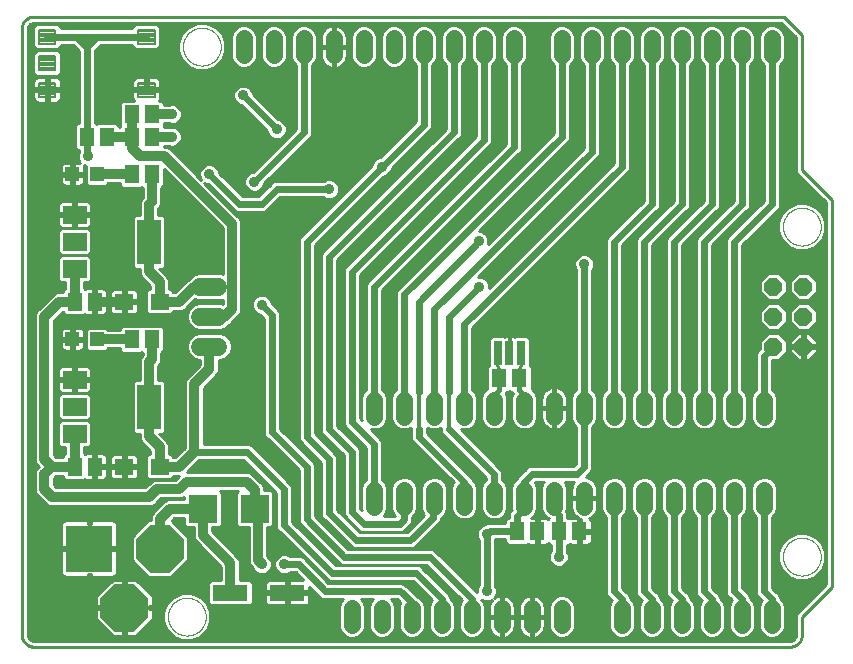
<source format=gtl>
G75*
%MOIN*%
%OFA0B0*%
%FSLAX25Y25*%
%IPPOS*%
%LPD*%
%AMOC8*
5,1,8,0,0,1.08239X$1,22.5*
%
%ADD10C,0.01000*%
%ADD11C,0.00000*%
%ADD12C,0.05600*%
%ADD13OC8,0.06102*%
%ADD14R,0.11811X0.05512*%
%ADD15R,0.04724X0.04724*%
%ADD16R,0.09449X0.09449*%
%ADD17OC8,0.15748*%
%ADD18R,0.15748X0.15748*%
%ADD19C,0.07677*%
%ADD20R,0.05118X0.05906*%
%ADD21C,0.00827*%
%ADD22R,0.02756X0.07874*%
%ADD23R,0.07874X0.05906*%
%ADD24R,0.07874X0.14961*%
%ADD25R,0.06299X0.05512*%
%ADD26C,0.06000*%
%ADD27C,0.03200*%
%ADD28C,0.02400*%
%ADD29C,0.03562*%
%ADD30C,0.01200*%
%ADD31C,0.01600*%
D10*
X0081798Y0009437D02*
X0081798Y0211563D01*
X0083798Y0211563D02*
X0083835Y0211941D01*
X0084124Y0212639D01*
X0084659Y0213174D01*
X0085357Y0213463D01*
X0085735Y0213500D01*
X0334970Y0213500D01*
X0339798Y0208672D01*
X0339798Y0163672D01*
X0340970Y0162500D01*
X0349798Y0153672D01*
X0349798Y0026328D01*
X0340970Y0017500D01*
X0339798Y0016328D01*
X0339798Y0009437D01*
X0339761Y0009059D01*
X0339472Y0008361D01*
X0338937Y0007826D01*
X0338239Y0007537D01*
X0337861Y0007500D01*
X0085735Y0007500D01*
X0085357Y0007537D01*
X0084659Y0007826D01*
X0084124Y0008361D01*
X0083835Y0009059D01*
X0083798Y0009437D01*
X0083798Y0211563D01*
X0083798Y0211193D02*
X0085613Y0211193D01*
X0081798Y0211563D02*
X0081800Y0211687D01*
X0081806Y0211810D01*
X0081815Y0211934D01*
X0081829Y0212056D01*
X0081846Y0212179D01*
X0081868Y0212301D01*
X0081893Y0212422D01*
X0081922Y0212542D01*
X0081954Y0212661D01*
X0081991Y0212780D01*
X0082031Y0212897D01*
X0082074Y0213012D01*
X0082122Y0213127D01*
X0082173Y0213239D01*
X0082227Y0213350D01*
X0082285Y0213460D01*
X0082346Y0213567D01*
X0082411Y0213673D01*
X0082479Y0213776D01*
X0082550Y0213877D01*
X0082624Y0213976D01*
X0082701Y0214073D01*
X0082782Y0214167D01*
X0082865Y0214258D01*
X0082951Y0214347D01*
X0083040Y0214433D01*
X0083131Y0214516D01*
X0083225Y0214597D01*
X0083322Y0214674D01*
X0083421Y0214748D01*
X0083522Y0214819D01*
X0083625Y0214887D01*
X0083731Y0214952D01*
X0083838Y0215013D01*
X0083948Y0215071D01*
X0084059Y0215125D01*
X0084171Y0215176D01*
X0084286Y0215224D01*
X0084401Y0215267D01*
X0084518Y0215307D01*
X0084637Y0215344D01*
X0084756Y0215376D01*
X0084876Y0215405D01*
X0084997Y0215430D01*
X0085119Y0215452D01*
X0085242Y0215469D01*
X0085364Y0215483D01*
X0085488Y0215492D01*
X0085611Y0215498D01*
X0085735Y0215500D01*
X0335798Y0215500D01*
X0341798Y0209500D01*
X0341798Y0164500D01*
X0351798Y0154500D01*
X0351798Y0025500D01*
X0341798Y0015500D01*
X0341798Y0009437D01*
X0339798Y0009494D02*
X0334673Y0009494D01*
X0334234Y0009055D02*
X0335443Y0010264D01*
X0336098Y0011845D01*
X0336098Y0019155D01*
X0335443Y0020736D01*
X0334498Y0021681D01*
X0334498Y0022037D01*
X0334087Y0023029D01*
X0333327Y0023789D01*
X0331998Y0025118D01*
X0331998Y0048819D01*
X0332943Y0049764D01*
X0333598Y0051345D01*
X0333598Y0058655D01*
X0332943Y0060236D01*
X0331734Y0061445D01*
X0330153Y0062100D01*
X0328443Y0062100D01*
X0326862Y0061445D01*
X0325653Y0060236D01*
X0324998Y0058655D01*
X0324998Y0051345D01*
X0325653Y0049764D01*
X0326598Y0048819D01*
X0326598Y0023463D01*
X0327009Y0022471D01*
X0328448Y0021031D01*
X0328153Y0020736D01*
X0327498Y0019155D01*
X0327498Y0011845D01*
X0328153Y0010264D01*
X0329362Y0009055D01*
X0330943Y0008400D01*
X0332653Y0008400D01*
X0334234Y0009055D01*
X0332884Y0008496D02*
X0339527Y0008496D01*
X0341798Y0009437D02*
X0341796Y0009313D01*
X0341790Y0009190D01*
X0341781Y0009066D01*
X0341767Y0008944D01*
X0341750Y0008821D01*
X0341728Y0008699D01*
X0341703Y0008578D01*
X0341674Y0008458D01*
X0341642Y0008339D01*
X0341605Y0008220D01*
X0341565Y0008103D01*
X0341522Y0007988D01*
X0341474Y0007873D01*
X0341423Y0007761D01*
X0341369Y0007650D01*
X0341311Y0007540D01*
X0341250Y0007433D01*
X0341185Y0007327D01*
X0341117Y0007224D01*
X0341046Y0007123D01*
X0340972Y0007024D01*
X0340895Y0006927D01*
X0340814Y0006833D01*
X0340731Y0006742D01*
X0340645Y0006653D01*
X0340556Y0006567D01*
X0340465Y0006484D01*
X0340371Y0006403D01*
X0340274Y0006326D01*
X0340175Y0006252D01*
X0340074Y0006181D01*
X0339971Y0006113D01*
X0339865Y0006048D01*
X0339758Y0005987D01*
X0339648Y0005929D01*
X0339537Y0005875D01*
X0339425Y0005824D01*
X0339310Y0005776D01*
X0339195Y0005733D01*
X0339078Y0005693D01*
X0338959Y0005656D01*
X0338840Y0005624D01*
X0338720Y0005595D01*
X0338599Y0005570D01*
X0338477Y0005548D01*
X0338354Y0005531D01*
X0338232Y0005517D01*
X0338108Y0005508D01*
X0337985Y0005502D01*
X0337861Y0005500D01*
X0085735Y0005500D01*
X0084069Y0008496D02*
X0133328Y0008496D01*
X0132380Y0008888D02*
X0130186Y0011082D01*
X0128999Y0013949D01*
X0128999Y0017051D01*
X0130186Y0019918D01*
X0132380Y0022112D01*
X0135247Y0023299D01*
X0138349Y0023299D01*
X0141216Y0022112D01*
X0143410Y0019918D01*
X0144597Y0017051D01*
X0144597Y0013949D01*
X0143410Y0011082D01*
X0141216Y0008888D01*
X0138349Y0007701D01*
X0135247Y0007701D01*
X0132380Y0008888D01*
X0131774Y0009494D02*
X0120249Y0009494D01*
X0119881Y0009126D02*
X0125372Y0014617D01*
X0125372Y0018000D01*
X0124337Y0018000D01*
X0124337Y0019000D01*
X0125372Y0019000D01*
X0125372Y0022383D01*
X0119881Y0027874D01*
X0116498Y0027874D01*
X0116498Y0023243D01*
X0115998Y0023036D01*
X0115498Y0023243D01*
X0115498Y0027874D01*
X0112115Y0027874D01*
X0106624Y0022383D01*
X0106624Y0019000D01*
X0107659Y0019000D01*
X0107659Y0018000D01*
X0106624Y0018000D01*
X0106624Y0014617D01*
X0112115Y0009126D01*
X0115498Y0009126D01*
X0115498Y0013757D01*
X0115998Y0013964D01*
X0116498Y0013757D01*
X0116498Y0009126D01*
X0119881Y0009126D01*
X0121247Y0010493D02*
X0130776Y0010493D01*
X0130017Y0011491D02*
X0122246Y0011491D01*
X0123244Y0012490D02*
X0129603Y0012490D01*
X0129190Y0013488D02*
X0124243Y0013488D01*
X0125241Y0014487D02*
X0128999Y0014487D01*
X0128999Y0015485D02*
X0125372Y0015485D01*
X0125372Y0016484D02*
X0128999Y0016484D01*
X0129177Y0017482D02*
X0125372Y0017482D01*
X0124337Y0018481D02*
X0129591Y0018481D01*
X0130004Y0019479D02*
X0125372Y0019479D01*
X0125372Y0020478D02*
X0130746Y0020478D01*
X0131744Y0021476D02*
X0125372Y0021476D01*
X0125280Y0022475D02*
X0133256Y0022475D01*
X0131681Y0028826D02*
X0123915Y0028826D01*
X0118424Y0034317D01*
X0118424Y0042083D01*
X0123915Y0047574D01*
X0124698Y0047574D01*
X0124698Y0048617D01*
X0125170Y0049756D01*
X0128670Y0053256D01*
X0129542Y0054128D01*
X0130681Y0054600D01*
X0135912Y0054600D01*
X0135912Y0055313D01*
X0134915Y0054900D01*
X0128082Y0054900D01*
X0126926Y0053744D01*
X0126926Y0053744D01*
X0126054Y0052872D01*
X0124915Y0052400D01*
X0091181Y0052400D01*
X0090042Y0052872D01*
X0089170Y0053744D01*
X0086670Y0056244D01*
X0086198Y0057383D01*
X0086198Y0063617D01*
X0086670Y0064756D01*
X0087414Y0065500D01*
X0086670Y0066244D01*
X0086198Y0067383D01*
X0086198Y0116117D01*
X0086670Y0117256D01*
X0087542Y0118128D01*
X0092542Y0123128D01*
X0093681Y0123600D01*
X0095392Y0123600D01*
X0095392Y0124074D01*
X0096271Y0124953D01*
X0096352Y0124953D01*
X0096352Y0126992D01*
X0094838Y0126992D01*
X0093959Y0127871D01*
X0093959Y0135019D01*
X0094838Y0135898D01*
X0103955Y0135898D01*
X0104833Y0135019D01*
X0104833Y0127871D01*
X0103955Y0126992D01*
X0102552Y0126992D01*
X0102552Y0124953D01*
X0102632Y0124953D01*
X0102834Y0124751D01*
X0103006Y0124851D01*
X0103388Y0124953D01*
X0105644Y0124953D01*
X0105644Y0121000D01*
X0106644Y0121000D01*
X0106644Y0124953D01*
X0108901Y0124953D01*
X0109282Y0124851D01*
X0109625Y0124653D01*
X0109904Y0124374D01*
X0110101Y0124032D01*
X0110203Y0123650D01*
X0110203Y0121000D01*
X0106644Y0121000D01*
X0106644Y0120000D01*
X0106644Y0116047D01*
X0108901Y0116047D01*
X0109282Y0116149D01*
X0109625Y0116347D01*
X0109904Y0116626D01*
X0110101Y0116968D01*
X0110203Y0117350D01*
X0110203Y0120000D01*
X0106644Y0120000D01*
X0105644Y0120000D01*
X0105644Y0116047D01*
X0103388Y0116047D01*
X0103006Y0116149D01*
X0102834Y0116249D01*
X0102632Y0116047D01*
X0096271Y0116047D01*
X0095392Y0116926D01*
X0095392Y0117210D01*
X0092398Y0114216D01*
X0092398Y0069284D01*
X0093082Y0068600D01*
X0095392Y0068600D01*
X0095392Y0069074D01*
X0096271Y0069953D01*
X0096352Y0069953D01*
X0096352Y0071992D01*
X0094838Y0071992D01*
X0093959Y0072871D01*
X0093959Y0080019D01*
X0094838Y0080898D01*
X0103955Y0080898D01*
X0104833Y0080019D01*
X0104833Y0072871D01*
X0103955Y0071992D01*
X0102552Y0071992D01*
X0102552Y0069953D01*
X0102632Y0069953D01*
X0102834Y0069751D01*
X0103006Y0069851D01*
X0103388Y0069953D01*
X0105644Y0069953D01*
X0105644Y0066000D01*
X0106644Y0066000D01*
X0106644Y0069953D01*
X0108901Y0069953D01*
X0109282Y0069851D01*
X0109625Y0069653D01*
X0109904Y0069374D01*
X0110101Y0069032D01*
X0110203Y0068650D01*
X0110203Y0066000D01*
X0106644Y0066000D01*
X0106644Y0065000D01*
X0106644Y0061047D01*
X0108901Y0061047D01*
X0109282Y0061149D01*
X0109625Y0061347D01*
X0109904Y0061626D01*
X0110101Y0061968D01*
X0110203Y0062350D01*
X0110203Y0065000D01*
X0106644Y0065000D01*
X0105644Y0065000D01*
X0105644Y0061047D01*
X0103388Y0061047D01*
X0103006Y0061149D01*
X0102834Y0061249D01*
X0102632Y0061047D01*
X0096271Y0061047D01*
X0095392Y0061926D01*
X0095392Y0062400D01*
X0093082Y0062400D01*
X0092398Y0061716D01*
X0092398Y0059284D01*
X0093082Y0058600D01*
X0123014Y0058600D01*
X0124170Y0059756D01*
X0124170Y0059756D01*
X0125042Y0060628D01*
X0126181Y0061100D01*
X0133014Y0061100D01*
X0134170Y0062256D01*
X0134170Y0062256D01*
X0134314Y0062400D01*
X0132353Y0062400D01*
X0132353Y0062123D01*
X0131474Y0061244D01*
X0123933Y0061244D01*
X0123054Y0062123D01*
X0123054Y0068877D01*
X0123933Y0069756D01*
X0124604Y0069756D01*
X0124604Y0070810D01*
X0121572Y0073842D01*
X0121100Y0074982D01*
X0121100Y0076520D01*
X0119641Y0076520D01*
X0118763Y0077398D01*
X0118763Y0093602D01*
X0119641Y0094480D01*
X0121100Y0094480D01*
X0121100Y0101018D01*
X0121572Y0102158D01*
X0122044Y0102631D01*
X0122044Y0103547D01*
X0121964Y0103547D01*
X0121798Y0103713D01*
X0121632Y0103547D01*
X0115271Y0103547D01*
X0114392Y0104426D01*
X0114392Y0104900D01*
X0110678Y0104900D01*
X0109915Y0104138D01*
X0103948Y0104138D01*
X0103070Y0105016D01*
X0103070Y0110984D01*
X0103948Y0111862D01*
X0109915Y0111862D01*
X0110678Y0111100D01*
X0114392Y0111100D01*
X0114392Y0111574D01*
X0115271Y0112453D01*
X0121632Y0112453D01*
X0121798Y0112287D01*
X0121964Y0112453D01*
X0128325Y0112453D01*
X0129203Y0111574D01*
X0129203Y0104426D01*
X0128325Y0103547D01*
X0128244Y0103547D01*
X0128244Y0100730D01*
X0127772Y0099590D01*
X0127300Y0099118D01*
X0127300Y0094480D01*
X0128758Y0094480D01*
X0129637Y0093602D01*
X0129637Y0077398D01*
X0128758Y0076520D01*
X0127662Y0076520D01*
X0129460Y0074723D01*
X0130332Y0073850D01*
X0130803Y0072711D01*
X0130803Y0069756D01*
X0131474Y0069756D01*
X0132353Y0068877D01*
X0132353Y0068600D01*
X0133014Y0068600D01*
X0136198Y0071784D01*
X0136198Y0093617D01*
X0136670Y0094756D01*
X0137542Y0095628D01*
X0141198Y0099284D01*
X0141198Y0101000D01*
X0140403Y0101000D01*
X0138749Y0101685D01*
X0137483Y0102951D01*
X0136798Y0104605D01*
X0136798Y0106395D01*
X0137483Y0108049D01*
X0138749Y0109315D01*
X0140403Y0110000D01*
X0148193Y0110000D01*
X0149847Y0109315D01*
X0151113Y0108049D01*
X0151798Y0106395D01*
X0151798Y0104605D01*
X0151113Y0102951D01*
X0149847Y0101685D01*
X0148193Y0101000D01*
X0147398Y0101000D01*
X0147398Y0097383D01*
X0146926Y0096244D01*
X0142398Y0091716D01*
X0142398Y0073200D01*
X0157335Y0073200D01*
X0158327Y0072789D01*
X0159087Y0072029D01*
X0171587Y0059529D01*
X0171998Y0058537D01*
X0171998Y0047118D01*
X0186416Y0032700D01*
X0213835Y0032700D01*
X0214827Y0032289D01*
X0215587Y0031529D01*
X0215587Y0031529D01*
X0224087Y0023029D01*
X0224498Y0022037D01*
X0224498Y0021681D01*
X0225443Y0020736D01*
X0226098Y0019155D01*
X0226098Y0011845D01*
X0225443Y0010264D01*
X0224234Y0009055D01*
X0222653Y0008400D01*
X0220943Y0008400D01*
X0219362Y0009055D01*
X0218153Y0010264D01*
X0217498Y0011845D01*
X0217498Y0019155D01*
X0218153Y0020736D01*
X0218448Y0021031D01*
X0212180Y0027300D01*
X0184761Y0027300D01*
X0183769Y0027711D01*
X0167769Y0043711D01*
X0167009Y0044471D01*
X0166598Y0045463D01*
X0166598Y0056882D01*
X0155680Y0067800D01*
X0140982Y0067800D01*
X0136782Y0063600D01*
X0157415Y0063600D01*
X0158554Y0063128D01*
X0161215Y0060467D01*
X0162087Y0059595D01*
X0162559Y0058455D01*
X0162559Y0057724D01*
X0164805Y0057724D01*
X0165684Y0056846D01*
X0165684Y0046154D01*
X0164805Y0045276D01*
X0163559Y0045276D01*
X0163559Y0035822D01*
X0163657Y0035782D01*
X0164580Y0034859D01*
X0165079Y0033653D01*
X0165079Y0032347D01*
X0164580Y0031141D01*
X0163657Y0030218D01*
X0162451Y0029719D01*
X0161145Y0029719D01*
X0159939Y0030218D01*
X0159016Y0031141D01*
X0158835Y0031579D01*
X0158703Y0031711D01*
X0158703Y0031711D01*
X0157831Y0032583D01*
X0157359Y0033722D01*
X0157359Y0045276D01*
X0154114Y0045276D01*
X0153235Y0046154D01*
X0153235Y0056846D01*
X0153789Y0057400D01*
X0147807Y0057400D01*
X0148361Y0056846D01*
X0148361Y0046154D01*
X0147482Y0045276D01*
X0145237Y0045276D01*
X0145237Y0043945D01*
X0153977Y0035205D01*
X0154449Y0034065D01*
X0154449Y0027756D01*
X0157876Y0027756D01*
X0158755Y0026877D01*
X0158755Y0020123D01*
X0157876Y0019244D01*
X0144822Y0019244D01*
X0143944Y0020123D01*
X0143944Y0026877D01*
X0144822Y0027756D01*
X0148249Y0027756D01*
X0148249Y0032165D01*
X0140381Y0040033D01*
X0139509Y0040905D01*
X0139037Y0042045D01*
X0139037Y0045276D01*
X0136791Y0045276D01*
X0135912Y0046154D01*
X0135912Y0048400D01*
X0132582Y0048400D01*
X0131718Y0047536D01*
X0137172Y0042083D01*
X0137172Y0034317D01*
X0131681Y0028826D01*
X0132319Y0029464D02*
X0148249Y0029464D01*
X0148249Y0028466D02*
X0083798Y0028466D01*
X0083798Y0029464D02*
X0095089Y0029464D01*
X0095124Y0029405D02*
X0095403Y0029126D01*
X0095745Y0028928D01*
X0096126Y0028826D01*
X0103698Y0028826D01*
X0103698Y0029861D01*
X0104698Y0029861D01*
X0104698Y0028826D01*
X0112269Y0028826D01*
X0112651Y0028928D01*
X0112993Y0029126D01*
X0113272Y0029405D01*
X0113470Y0029747D01*
X0113572Y0030128D01*
X0113572Y0037700D01*
X0108941Y0037700D01*
X0108734Y0038200D01*
X0108941Y0038700D01*
X0113572Y0038700D01*
X0113572Y0046271D01*
X0113470Y0046653D01*
X0113272Y0046995D01*
X0112993Y0047274D01*
X0112651Y0047472D01*
X0112269Y0047574D01*
X0104698Y0047574D01*
X0104698Y0046539D01*
X0103698Y0046539D01*
X0103698Y0047574D01*
X0096126Y0047574D01*
X0095745Y0047472D01*
X0095403Y0047274D01*
X0095124Y0046995D01*
X0094926Y0046653D01*
X0094824Y0046271D01*
X0094824Y0038700D01*
X0099455Y0038700D01*
X0099662Y0038200D01*
X0099455Y0037700D01*
X0094824Y0037700D01*
X0094824Y0030128D01*
X0094926Y0029747D01*
X0095124Y0029405D01*
X0094824Y0030463D02*
X0083798Y0030463D01*
X0083798Y0031461D02*
X0094824Y0031461D01*
X0094824Y0032460D02*
X0083798Y0032460D01*
X0083798Y0033458D02*
X0094824Y0033458D01*
X0094824Y0034457D02*
X0083798Y0034457D01*
X0083798Y0035455D02*
X0094824Y0035455D01*
X0094824Y0036454D02*
X0083798Y0036454D01*
X0083798Y0037452D02*
X0094824Y0037452D01*
X0094824Y0039449D02*
X0083798Y0039449D01*
X0083798Y0038451D02*
X0099558Y0038451D01*
X0094824Y0040448D02*
X0083798Y0040448D01*
X0083798Y0041446D02*
X0094824Y0041446D01*
X0094824Y0042445D02*
X0083798Y0042445D01*
X0083798Y0043443D02*
X0094824Y0043443D01*
X0094824Y0044442D02*
X0083798Y0044442D01*
X0083798Y0045440D02*
X0094824Y0045440D01*
X0094869Y0046439D02*
X0083798Y0046439D01*
X0083798Y0047437D02*
X0095686Y0047437D01*
X0091109Y0052430D02*
X0083798Y0052430D01*
X0083798Y0051432D02*
X0126845Y0051432D01*
X0127844Y0052430D02*
X0124987Y0052430D01*
X0126611Y0053429D02*
X0128842Y0053429D01*
X0127609Y0054427D02*
X0130264Y0054427D01*
X0125847Y0050433D02*
X0083798Y0050433D01*
X0083798Y0049434D02*
X0125037Y0049434D01*
X0124698Y0048436D02*
X0083798Y0048436D01*
X0083798Y0053429D02*
X0089485Y0053429D01*
X0088487Y0054427D02*
X0083798Y0054427D01*
X0083798Y0055426D02*
X0087488Y0055426D01*
X0086595Y0056424D02*
X0083798Y0056424D01*
X0083798Y0057423D02*
X0086198Y0057423D01*
X0086198Y0058421D02*
X0083798Y0058421D01*
X0083798Y0059420D02*
X0086198Y0059420D01*
X0086198Y0060418D02*
X0083798Y0060418D01*
X0083798Y0061417D02*
X0086198Y0061417D01*
X0086198Y0062415D02*
X0083798Y0062415D01*
X0083798Y0063414D02*
X0086198Y0063414D01*
X0086528Y0064412D02*
X0083798Y0064412D01*
X0083798Y0065411D02*
X0087325Y0065411D01*
X0086602Y0066409D02*
X0083798Y0066409D01*
X0083798Y0067408D02*
X0086198Y0067408D01*
X0086198Y0068406D02*
X0083798Y0068406D01*
X0083798Y0069405D02*
X0086198Y0069405D01*
X0086198Y0070403D02*
X0083798Y0070403D01*
X0083798Y0071402D02*
X0086198Y0071402D01*
X0086198Y0072400D02*
X0083798Y0072400D01*
X0083798Y0073399D02*
X0086198Y0073399D01*
X0086198Y0074397D02*
X0083798Y0074397D01*
X0083798Y0075396D02*
X0086198Y0075396D01*
X0086198Y0076394D02*
X0083798Y0076394D01*
X0083798Y0077393D02*
X0086198Y0077393D01*
X0086198Y0078391D02*
X0083798Y0078391D01*
X0083798Y0079390D02*
X0086198Y0079390D01*
X0086198Y0080388D02*
X0083798Y0080388D01*
X0083798Y0081387D02*
X0086198Y0081387D01*
X0086198Y0082385D02*
X0083798Y0082385D01*
X0083798Y0083384D02*
X0086198Y0083384D01*
X0086198Y0084382D02*
X0083798Y0084382D01*
X0083798Y0085381D02*
X0086198Y0085381D01*
X0086198Y0086379D02*
X0083798Y0086379D01*
X0083798Y0087378D02*
X0086198Y0087378D01*
X0086198Y0088376D02*
X0083798Y0088376D01*
X0083798Y0089375D02*
X0086198Y0089375D01*
X0086198Y0090373D02*
X0083798Y0090373D01*
X0083798Y0091372D02*
X0086198Y0091372D01*
X0086198Y0092370D02*
X0083798Y0092370D01*
X0083798Y0093369D02*
X0086198Y0093369D01*
X0086198Y0094368D02*
X0083798Y0094368D01*
X0083798Y0095366D02*
X0086198Y0095366D01*
X0086198Y0096365D02*
X0083798Y0096365D01*
X0083798Y0097363D02*
X0086198Y0097363D01*
X0086198Y0098362D02*
X0083798Y0098362D01*
X0083798Y0099360D02*
X0086198Y0099360D01*
X0086198Y0100359D02*
X0083798Y0100359D01*
X0083798Y0101357D02*
X0086198Y0101357D01*
X0086198Y0102356D02*
X0083798Y0102356D01*
X0083798Y0103354D02*
X0086198Y0103354D01*
X0086198Y0104353D02*
X0083798Y0104353D01*
X0083798Y0105351D02*
X0086198Y0105351D01*
X0086198Y0106350D02*
X0083798Y0106350D01*
X0083798Y0107348D02*
X0086198Y0107348D01*
X0086198Y0108347D02*
X0083798Y0108347D01*
X0083798Y0109345D02*
X0086198Y0109345D01*
X0086198Y0110344D02*
X0083798Y0110344D01*
X0083798Y0111342D02*
X0086198Y0111342D01*
X0086198Y0112341D02*
X0083798Y0112341D01*
X0083798Y0113339D02*
X0086198Y0113339D01*
X0086198Y0114338D02*
X0083798Y0114338D01*
X0083798Y0115336D02*
X0086198Y0115336D01*
X0086288Y0116335D02*
X0083798Y0116335D01*
X0083798Y0117333D02*
X0086747Y0117333D01*
X0087746Y0118332D02*
X0083798Y0118332D01*
X0083798Y0119330D02*
X0088744Y0119330D01*
X0089743Y0120329D02*
X0083798Y0120329D01*
X0083798Y0121327D02*
X0090741Y0121327D01*
X0091740Y0122326D02*
X0083798Y0122326D01*
X0083798Y0123324D02*
X0093016Y0123324D01*
X0095641Y0124323D02*
X0083798Y0124323D01*
X0083798Y0125321D02*
X0096352Y0125321D01*
X0096352Y0126320D02*
X0083798Y0126320D01*
X0083798Y0127318D02*
X0094512Y0127318D01*
X0093959Y0128317D02*
X0083798Y0128317D01*
X0083798Y0129315D02*
X0093959Y0129315D01*
X0093959Y0130314D02*
X0083798Y0130314D01*
X0083798Y0131312D02*
X0093959Y0131312D01*
X0093959Y0132311D02*
X0083798Y0132311D01*
X0083798Y0133309D02*
X0093959Y0133309D01*
X0093959Y0134308D02*
X0083798Y0134308D01*
X0083798Y0135306D02*
X0094247Y0135306D01*
X0094838Y0136047D02*
X0093959Y0136926D01*
X0093959Y0144074D01*
X0094838Y0144953D01*
X0103955Y0144953D01*
X0104833Y0144074D01*
X0104833Y0136926D01*
X0103955Y0136047D01*
X0094838Y0136047D01*
X0094580Y0136305D02*
X0083798Y0136305D01*
X0083798Y0137303D02*
X0093959Y0137303D01*
X0093959Y0138302D02*
X0083798Y0138302D01*
X0083798Y0139301D02*
X0093959Y0139301D01*
X0093959Y0140299D02*
X0083798Y0140299D01*
X0083798Y0141298D02*
X0093959Y0141298D01*
X0093959Y0142296D02*
X0083798Y0142296D01*
X0083798Y0143295D02*
X0093959Y0143295D01*
X0094178Y0144293D02*
X0083798Y0144293D01*
X0083798Y0145292D02*
X0094730Y0145292D01*
X0094880Y0145205D02*
X0095262Y0145102D01*
X0098896Y0145102D01*
X0098896Y0149055D01*
X0093959Y0149055D01*
X0093959Y0146405D01*
X0094062Y0146023D01*
X0094259Y0145681D01*
X0094538Y0145402D01*
X0094880Y0145205D01*
X0093990Y0146290D02*
X0083798Y0146290D01*
X0083798Y0147289D02*
X0093959Y0147289D01*
X0093959Y0148287D02*
X0083798Y0148287D01*
X0083798Y0149286D02*
X0098896Y0149286D01*
X0098896Y0149055D02*
X0098896Y0150055D01*
X0093959Y0150055D01*
X0093959Y0152705D01*
X0094062Y0153087D01*
X0094259Y0153429D01*
X0094538Y0153708D01*
X0094880Y0153906D01*
X0095262Y0154008D01*
X0098896Y0154008D01*
X0098896Y0150055D01*
X0099896Y0150055D01*
X0099896Y0154008D01*
X0103531Y0154008D01*
X0103912Y0153906D01*
X0104254Y0153708D01*
X0104534Y0153429D01*
X0104731Y0153087D01*
X0104833Y0152705D01*
X0104833Y0150055D01*
X0099896Y0150055D01*
X0099896Y0149055D01*
X0099896Y0145102D01*
X0103531Y0145102D01*
X0103912Y0145205D01*
X0104254Y0145402D01*
X0104534Y0145681D01*
X0104731Y0146023D01*
X0104833Y0146405D01*
X0104833Y0149055D01*
X0099896Y0149055D01*
X0098896Y0149055D01*
X0098896Y0148287D02*
X0099896Y0148287D01*
X0099896Y0147289D02*
X0098896Y0147289D01*
X0098896Y0146290D02*
X0099896Y0146290D01*
X0099896Y0145292D02*
X0098896Y0145292D01*
X0099896Y0149286D02*
X0119447Y0149286D01*
X0119641Y0149480D02*
X0118763Y0148602D01*
X0118763Y0132398D01*
X0119641Y0131520D01*
X0121100Y0131520D01*
X0121100Y0129982D01*
X0121572Y0128842D01*
X0124604Y0125810D01*
X0124604Y0124756D01*
X0123933Y0124756D01*
X0123054Y0123877D01*
X0123054Y0117123D01*
X0123933Y0116244D01*
X0131474Y0116244D01*
X0132353Y0117123D01*
X0132353Y0117400D01*
X0134915Y0117400D01*
X0136054Y0117872D01*
X0136926Y0118744D01*
X0139540Y0121358D01*
X0140403Y0121000D01*
X0148193Y0121000D01*
X0148698Y0121209D01*
X0148698Y0119791D01*
X0148193Y0120000D01*
X0140403Y0120000D01*
X0138749Y0119315D01*
X0137483Y0118049D01*
X0136798Y0116395D01*
X0136798Y0114605D01*
X0137483Y0112951D01*
X0138749Y0111685D01*
X0140403Y0111000D01*
X0148193Y0111000D01*
X0149847Y0111685D01*
X0151020Y0112858D01*
X0151054Y0112872D01*
X0151926Y0113744D01*
X0154426Y0116244D01*
X0154898Y0117383D01*
X0154898Y0147117D01*
X0154426Y0148256D01*
X0153554Y0149128D01*
X0142481Y0160201D01*
X0143645Y0159719D01*
X0143761Y0159719D01*
X0152769Y0150711D01*
X0153761Y0150300D01*
X0162335Y0150300D01*
X0163327Y0150711D01*
X0167916Y0155300D01*
X0182358Y0155300D01*
X0182439Y0155218D01*
X0183645Y0154719D01*
X0184951Y0154719D01*
X0186157Y0155218D01*
X0187080Y0156141D01*
X0187579Y0157347D01*
X0187579Y0158653D01*
X0187080Y0159859D01*
X0186157Y0160782D01*
X0184951Y0161281D01*
X0183645Y0161281D01*
X0182439Y0160782D01*
X0182358Y0160700D01*
X0166261Y0160700D01*
X0165269Y0160289D01*
X0164509Y0159529D01*
X0160680Y0155700D01*
X0155416Y0155700D01*
X0147579Y0163537D01*
X0147579Y0163653D01*
X0147080Y0164859D01*
X0146157Y0165782D01*
X0144951Y0166281D01*
X0143645Y0166281D01*
X0142439Y0165782D01*
X0141516Y0164859D01*
X0141017Y0163653D01*
X0141017Y0162347D01*
X0141499Y0161183D01*
X0131054Y0171628D01*
X0129915Y0172100D01*
X0129203Y0172100D01*
X0129203Y0172400D01*
X0130708Y0172400D01*
X0131145Y0172219D01*
X0132451Y0172219D01*
X0133657Y0172718D01*
X0134580Y0173641D01*
X0135079Y0174847D01*
X0135079Y0176153D01*
X0134580Y0177359D01*
X0133657Y0178282D01*
X0132451Y0178781D01*
X0131145Y0178781D01*
X0130708Y0178600D01*
X0129203Y0178600D01*
X0129203Y0179074D01*
X0129028Y0179250D01*
X0129203Y0179426D01*
X0129203Y0179900D01*
X0130708Y0179900D01*
X0131145Y0179719D01*
X0132451Y0179719D01*
X0133657Y0180218D01*
X0134580Y0181141D01*
X0135079Y0182347D01*
X0135079Y0183653D01*
X0134580Y0184859D01*
X0133657Y0185782D01*
X0132451Y0186281D01*
X0131145Y0186281D01*
X0130708Y0186100D01*
X0129203Y0186100D01*
X0129203Y0186574D01*
X0128325Y0187453D01*
X0127429Y0187453D01*
X0127601Y0187624D01*
X0127853Y0188061D01*
X0127983Y0188547D01*
X0127983Y0190642D01*
X0123833Y0190642D01*
X0123833Y0191642D01*
X0122833Y0191642D01*
X0122833Y0190642D01*
X0118684Y0190642D01*
X0118684Y0188547D01*
X0118814Y0188061D01*
X0119066Y0187624D01*
X0119238Y0187453D01*
X0115271Y0187453D01*
X0114392Y0186574D01*
X0114392Y0179426D01*
X0114568Y0179250D01*
X0114392Y0179074D01*
X0114392Y0178600D01*
X0114203Y0178600D01*
X0114203Y0179074D01*
X0113325Y0179953D01*
X0106964Y0179953D01*
X0106798Y0179787D01*
X0106632Y0179953D01*
X0106152Y0179953D01*
X0106152Y0204235D01*
X0108075Y0206158D01*
X0118684Y0206158D01*
X0118684Y0205723D01*
X0119805Y0204602D01*
X0126862Y0204602D01*
X0127983Y0205723D01*
X0127983Y0211993D01*
X0126862Y0213114D01*
X0119805Y0213114D01*
X0118684Y0211993D01*
X0118684Y0211558D01*
X0094912Y0211558D01*
X0094912Y0211993D01*
X0093791Y0213114D01*
X0086734Y0213114D01*
X0085613Y0211993D01*
X0085613Y0205723D01*
X0086734Y0204602D01*
X0093791Y0204602D01*
X0094912Y0205723D01*
X0094912Y0206158D01*
X0098721Y0206158D01*
X0100752Y0204128D01*
X0100752Y0179953D01*
X0100271Y0179953D01*
X0099392Y0179074D01*
X0099392Y0171926D01*
X0100271Y0171047D01*
X0100752Y0171047D01*
X0100752Y0170219D01*
X0100517Y0169653D01*
X0100517Y0168347D01*
X0101016Y0167141D01*
X0101322Y0166836D01*
X0101224Y0166862D01*
X0099164Y0166862D01*
X0099164Y0163500D01*
X0098164Y0163500D01*
X0098164Y0162500D01*
X0094802Y0162500D01*
X0094802Y0160440D01*
X0094904Y0160059D01*
X0095102Y0159717D01*
X0095381Y0159438D01*
X0095723Y0159240D01*
X0096104Y0159138D01*
X0098164Y0159138D01*
X0098164Y0162500D01*
X0099164Y0162500D01*
X0099164Y0159138D01*
X0101224Y0159138D01*
X0101605Y0159240D01*
X0101947Y0159438D01*
X0102227Y0159717D01*
X0102424Y0160059D01*
X0102526Y0160440D01*
X0102526Y0162500D01*
X0099164Y0162500D01*
X0099164Y0163500D01*
X0102526Y0163500D01*
X0102526Y0165560D01*
X0102424Y0165941D01*
X0102366Y0166042D01*
X0103070Y0165750D01*
X0103070Y0160016D01*
X0103948Y0159138D01*
X0109915Y0159138D01*
X0110678Y0159900D01*
X0114392Y0159900D01*
X0114392Y0159426D01*
X0115271Y0158547D01*
X0121632Y0158547D01*
X0121798Y0158713D01*
X0121964Y0158547D01*
X0122044Y0158547D01*
X0122044Y0155131D01*
X0121572Y0154658D01*
X0121100Y0153518D01*
X0121100Y0149480D01*
X0119641Y0149480D01*
X0118763Y0148287D02*
X0104833Y0148287D01*
X0104833Y0147289D02*
X0118763Y0147289D01*
X0118763Y0146290D02*
X0104803Y0146290D01*
X0104063Y0145292D02*
X0118763Y0145292D01*
X0118763Y0144293D02*
X0104614Y0144293D01*
X0104833Y0143295D02*
X0118763Y0143295D01*
X0118763Y0142296D02*
X0104833Y0142296D01*
X0104833Y0141298D02*
X0118763Y0141298D01*
X0118763Y0140299D02*
X0104833Y0140299D01*
X0104833Y0139301D02*
X0118763Y0139301D01*
X0118763Y0138302D02*
X0104833Y0138302D01*
X0104833Y0137303D02*
X0118763Y0137303D01*
X0118763Y0136305D02*
X0104212Y0136305D01*
X0104546Y0135306D02*
X0118763Y0135306D01*
X0118763Y0134308D02*
X0104833Y0134308D01*
X0104833Y0133309D02*
X0118763Y0133309D01*
X0118850Y0132311D02*
X0104833Y0132311D01*
X0104833Y0131312D02*
X0121100Y0131312D01*
X0121100Y0130314D02*
X0104833Y0130314D01*
X0104833Y0129315D02*
X0121376Y0129315D01*
X0122097Y0128317D02*
X0104833Y0128317D01*
X0104281Y0127318D02*
X0123096Y0127318D01*
X0124094Y0126320D02*
X0102552Y0126320D01*
X0102552Y0125321D02*
X0124604Y0125321D01*
X0123500Y0124323D02*
X0120096Y0124323D01*
X0119963Y0124456D02*
X0119621Y0124654D01*
X0119240Y0124756D01*
X0116392Y0124756D01*
X0116392Y0121000D01*
X0115392Y0121000D01*
X0115392Y0120000D01*
X0111243Y0120000D01*
X0111243Y0117547D01*
X0111345Y0117165D01*
X0111543Y0116823D01*
X0111822Y0116544D01*
X0112164Y0116346D01*
X0112545Y0116244D01*
X0115392Y0116244D01*
X0115392Y0120000D01*
X0116392Y0120000D01*
X0116392Y0116244D01*
X0119240Y0116244D01*
X0119621Y0116346D01*
X0119963Y0116544D01*
X0120242Y0116823D01*
X0120440Y0117165D01*
X0120542Y0117547D01*
X0120542Y0120000D01*
X0116393Y0120000D01*
X0116393Y0121000D01*
X0120542Y0121000D01*
X0120542Y0123453D01*
X0120440Y0123835D01*
X0120242Y0124177D01*
X0119963Y0124456D01*
X0120542Y0123324D02*
X0123054Y0123324D01*
X0123054Y0122326D02*
X0120542Y0122326D01*
X0120542Y0121327D02*
X0123054Y0121327D01*
X0123054Y0120329D02*
X0116393Y0120329D01*
X0116392Y0121327D02*
X0115392Y0121327D01*
X0115392Y0121000D02*
X0115392Y0124756D01*
X0112545Y0124756D01*
X0112164Y0124654D01*
X0111822Y0124456D01*
X0111543Y0124177D01*
X0111345Y0123835D01*
X0111243Y0123453D01*
X0111243Y0121000D01*
X0115392Y0121000D01*
X0115392Y0120329D02*
X0106644Y0120329D01*
X0106644Y0121327D02*
X0105644Y0121327D01*
X0105644Y0122326D02*
X0106644Y0122326D01*
X0106644Y0123324D02*
X0105644Y0123324D01*
X0105644Y0124323D02*
X0106644Y0124323D01*
X0109933Y0124323D02*
X0111689Y0124323D01*
X0111243Y0123324D02*
X0110203Y0123324D01*
X0110203Y0122326D02*
X0111243Y0122326D01*
X0111243Y0121327D02*
X0110203Y0121327D01*
X0110203Y0119330D02*
X0111243Y0119330D01*
X0111243Y0118332D02*
X0110203Y0118332D01*
X0110199Y0117333D02*
X0111300Y0117333D01*
X0112207Y0116335D02*
X0109603Y0116335D01*
X0106644Y0116335D02*
X0105644Y0116335D01*
X0105644Y0117333D02*
X0106644Y0117333D01*
X0106644Y0118332D02*
X0105644Y0118332D01*
X0105644Y0119330D02*
X0106644Y0119330D01*
X0115392Y0119330D02*
X0116392Y0119330D01*
X0116392Y0118332D02*
X0115392Y0118332D01*
X0115392Y0117333D02*
X0116392Y0117333D01*
X0116392Y0116335D02*
X0115392Y0116335D01*
X0119578Y0116335D02*
X0123842Y0116335D01*
X0123054Y0117333D02*
X0120485Y0117333D01*
X0120542Y0118332D02*
X0123054Y0118332D01*
X0123054Y0119330D02*
X0120542Y0119330D01*
X0116392Y0122326D02*
X0115392Y0122326D01*
X0115392Y0123324D02*
X0116392Y0123324D01*
X0116392Y0124323D02*
X0115392Y0124323D01*
X0127662Y0131520D02*
X0128758Y0131520D01*
X0129637Y0132398D01*
X0129637Y0148602D01*
X0128758Y0149480D01*
X0127300Y0149480D01*
X0127300Y0151618D01*
X0127772Y0152090D01*
X0128244Y0153230D01*
X0128244Y0158547D01*
X0128325Y0158547D01*
X0129203Y0159426D01*
X0129203Y0164710D01*
X0148698Y0145216D01*
X0148698Y0129791D01*
X0148193Y0130000D01*
X0140403Y0130000D01*
X0138749Y0129315D01*
X0137576Y0128142D01*
X0137542Y0128128D01*
X0133014Y0123600D01*
X0132353Y0123600D01*
X0132353Y0123877D01*
X0131474Y0124756D01*
X0130803Y0124756D01*
X0130803Y0127711D01*
X0130332Y0128850D01*
X0129460Y0129723D01*
X0127662Y0131520D01*
X0127870Y0131312D02*
X0148698Y0131312D01*
X0148698Y0130314D02*
X0128868Y0130314D01*
X0129867Y0129315D02*
X0138750Y0129315D01*
X0137751Y0128317D02*
X0130553Y0128317D01*
X0130803Y0127318D02*
X0136732Y0127318D01*
X0135734Y0126320D02*
X0130803Y0126320D01*
X0130803Y0125321D02*
X0134735Y0125321D01*
X0133737Y0124323D02*
X0131907Y0124323D01*
X0138511Y0120329D02*
X0148698Y0120329D01*
X0154898Y0120329D02*
X0158590Y0120329D01*
X0158517Y0120153D02*
X0158517Y0118847D01*
X0159016Y0117641D01*
X0159939Y0116718D01*
X0161145Y0116219D01*
X0161261Y0116219D01*
X0162598Y0114882D01*
X0162598Y0076463D01*
X0163009Y0075471D01*
X0163769Y0074711D01*
X0174098Y0064382D01*
X0174098Y0047463D01*
X0174509Y0046471D01*
X0175269Y0045711D01*
X0187009Y0033971D01*
X0187009Y0033971D01*
X0187769Y0033211D01*
X0188761Y0032800D01*
X0216680Y0032800D01*
X0228448Y0021031D01*
X0228153Y0020736D01*
X0227498Y0019155D01*
X0227498Y0011845D01*
X0228153Y0010264D01*
X0229362Y0009055D01*
X0230943Y0008400D01*
X0232653Y0008400D01*
X0234234Y0009055D01*
X0235443Y0010264D01*
X0236098Y0011845D01*
X0236098Y0019155D01*
X0235443Y0020736D01*
X0234976Y0021203D01*
X0236145Y0020719D01*
X0237451Y0020719D01*
X0238620Y0021203D01*
X0238518Y0021101D01*
X0238120Y0020554D01*
X0237813Y0019951D01*
X0237604Y0019307D01*
X0237498Y0018638D01*
X0237498Y0015837D01*
X0241461Y0015837D01*
X0241461Y0022600D01*
X0241460Y0022600D01*
X0240791Y0022494D01*
X0240147Y0022285D01*
X0239544Y0021978D01*
X0239075Y0021636D01*
X0239580Y0022141D01*
X0240079Y0023347D01*
X0240079Y0024653D01*
X0239580Y0025859D01*
X0239498Y0025940D01*
X0239498Y0041060D01*
X0239580Y0041141D01*
X0239645Y0041300D01*
X0242892Y0041300D01*
X0242892Y0040426D01*
X0243771Y0039547D01*
X0250132Y0039547D01*
X0250334Y0039749D01*
X0250506Y0039649D01*
X0250888Y0039547D01*
X0253144Y0039547D01*
X0253144Y0043500D01*
X0254144Y0043500D01*
X0254144Y0039547D01*
X0256401Y0039547D01*
X0256782Y0039649D01*
X0257125Y0039847D01*
X0257298Y0040020D01*
X0257771Y0039547D01*
X0258252Y0039547D01*
X0258252Y0037594D01*
X0258016Y0037359D01*
X0257517Y0036153D01*
X0257517Y0034847D01*
X0258016Y0033641D01*
X0258939Y0032718D01*
X0260145Y0032219D01*
X0261451Y0032219D01*
X0262657Y0032718D01*
X0263580Y0033641D01*
X0264079Y0034847D01*
X0264079Y0036153D01*
X0263652Y0037185D01*
X0263652Y0039547D01*
X0264132Y0039547D01*
X0264334Y0039749D01*
X0264506Y0039649D01*
X0264888Y0039547D01*
X0267144Y0039547D01*
X0267144Y0043500D01*
X0268144Y0043500D01*
X0268144Y0039547D01*
X0270401Y0039547D01*
X0270782Y0039649D01*
X0271125Y0039847D01*
X0271404Y0040126D01*
X0271601Y0040468D01*
X0271703Y0040850D01*
X0271703Y0043500D01*
X0268144Y0043500D01*
X0268144Y0044500D01*
X0267144Y0044500D01*
X0267144Y0048453D01*
X0264888Y0048453D01*
X0264506Y0048351D01*
X0264334Y0048251D01*
X0264132Y0048453D01*
X0263652Y0048453D01*
X0263652Y0049884D01*
X0263322Y0050679D01*
X0263598Y0051345D01*
X0263598Y0058655D01*
X0262943Y0060236D01*
X0262879Y0060300D01*
X0265799Y0060300D01*
X0265620Y0060054D01*
X0265313Y0059451D01*
X0265104Y0058807D01*
X0264998Y0058138D01*
X0264998Y0055337D01*
X0268961Y0055337D01*
X0268961Y0054663D01*
X0264998Y0054663D01*
X0264998Y0051862D01*
X0265104Y0051193D01*
X0265313Y0050549D01*
X0265620Y0049946D01*
X0266018Y0049399D01*
X0266497Y0048920D01*
X0267044Y0048522D01*
X0267647Y0048215D01*
X0268144Y0048054D01*
X0268144Y0044500D01*
X0271703Y0044500D01*
X0271703Y0047150D01*
X0271601Y0047532D01*
X0271404Y0047874D01*
X0271125Y0048153D01*
X0270985Y0048234D01*
X0271552Y0048522D01*
X0272099Y0048920D01*
X0272578Y0049399D01*
X0272976Y0049946D01*
X0273283Y0050549D01*
X0273492Y0051193D01*
X0273598Y0051862D01*
X0273598Y0054663D01*
X0269635Y0054663D01*
X0269635Y0055337D01*
X0273598Y0055337D01*
X0273598Y0058138D01*
X0273492Y0058807D01*
X0273283Y0059451D01*
X0272976Y0060054D01*
X0272578Y0060601D01*
X0272099Y0061080D01*
X0271552Y0061478D01*
X0270949Y0061785D01*
X0270305Y0061994D01*
X0269705Y0062089D01*
X0270827Y0063211D01*
X0271587Y0063971D01*
X0271998Y0064963D01*
X0271998Y0078819D01*
X0272943Y0079764D01*
X0273598Y0081345D01*
X0273598Y0088655D01*
X0272943Y0090236D01*
X0271998Y0091181D01*
X0271998Y0131060D01*
X0272080Y0131141D01*
X0272579Y0132347D01*
X0272579Y0133653D01*
X0272080Y0134859D01*
X0271157Y0135782D01*
X0269951Y0136281D01*
X0268645Y0136281D01*
X0267439Y0135782D01*
X0266516Y0134859D01*
X0266017Y0133653D01*
X0266017Y0132347D01*
X0266516Y0131141D01*
X0266598Y0131060D01*
X0266598Y0091181D01*
X0265653Y0090236D01*
X0264998Y0088655D01*
X0264998Y0081345D01*
X0265653Y0079764D01*
X0266598Y0078819D01*
X0266598Y0066618D01*
X0265680Y0065700D01*
X0251261Y0065700D01*
X0250269Y0065289D01*
X0249509Y0064529D01*
X0247009Y0062029D01*
X0246700Y0061283D01*
X0245653Y0060236D01*
X0244998Y0058655D01*
X0244998Y0051345D01*
X0245094Y0051114D01*
X0244663Y0050683D01*
X0244252Y0049691D01*
X0244252Y0048453D01*
X0243771Y0048453D01*
X0242892Y0047574D01*
X0242892Y0046700D01*
X0237261Y0046700D01*
X0236269Y0046289D01*
X0236261Y0046281D01*
X0236145Y0046281D01*
X0234939Y0045782D01*
X0234016Y0044859D01*
X0233517Y0043653D01*
X0233517Y0042347D01*
X0234016Y0041141D01*
X0234098Y0041060D01*
X0234098Y0025940D01*
X0234016Y0025859D01*
X0233517Y0024653D01*
X0233517Y0023599D01*
X0219327Y0037789D01*
X0218335Y0038200D01*
X0190416Y0038200D01*
X0179498Y0049118D01*
X0179498Y0066037D01*
X0179087Y0067029D01*
X0167998Y0078118D01*
X0167998Y0116537D01*
X0167587Y0117529D01*
X0165079Y0120037D01*
X0165079Y0120153D01*
X0164580Y0121359D01*
X0163657Y0122282D01*
X0162451Y0122781D01*
X0161145Y0122781D01*
X0159939Y0122282D01*
X0159016Y0121359D01*
X0158517Y0120153D01*
X0158517Y0119330D02*
X0154898Y0119330D01*
X0154898Y0118332D02*
X0158730Y0118332D01*
X0159325Y0117333D02*
X0154877Y0117333D01*
X0154464Y0116335D02*
X0160866Y0116335D01*
X0162143Y0115336D02*
X0153518Y0115336D01*
X0152520Y0114338D02*
X0162598Y0114338D01*
X0162598Y0113339D02*
X0151521Y0113339D01*
X0150503Y0112341D02*
X0162598Y0112341D01*
X0162598Y0111342D02*
X0149019Y0111342D01*
X0149774Y0109345D02*
X0162598Y0109345D01*
X0162598Y0108347D02*
X0150815Y0108347D01*
X0151403Y0107348D02*
X0162598Y0107348D01*
X0162598Y0106350D02*
X0151798Y0106350D01*
X0151798Y0105351D02*
X0162598Y0105351D01*
X0162598Y0104353D02*
X0151693Y0104353D01*
X0151280Y0103354D02*
X0162598Y0103354D01*
X0162598Y0102356D02*
X0150518Y0102356D01*
X0149055Y0101357D02*
X0162598Y0101357D01*
X0162598Y0100359D02*
X0147398Y0100359D01*
X0147398Y0099360D02*
X0162598Y0099360D01*
X0162598Y0098362D02*
X0147398Y0098362D01*
X0147390Y0097363D02*
X0162598Y0097363D01*
X0162598Y0096365D02*
X0146976Y0096365D01*
X0146048Y0095366D02*
X0162598Y0095366D01*
X0162598Y0094368D02*
X0145050Y0094368D01*
X0144051Y0093369D02*
X0162598Y0093369D01*
X0162598Y0092370D02*
X0143053Y0092370D01*
X0142398Y0091372D02*
X0162598Y0091372D01*
X0162598Y0090373D02*
X0142398Y0090373D01*
X0142398Y0089375D02*
X0162598Y0089375D01*
X0162598Y0088376D02*
X0142398Y0088376D01*
X0142398Y0087378D02*
X0162598Y0087378D01*
X0162598Y0086379D02*
X0142398Y0086379D01*
X0142398Y0085381D02*
X0162598Y0085381D01*
X0162598Y0084382D02*
X0142398Y0084382D01*
X0142398Y0083384D02*
X0162598Y0083384D01*
X0162598Y0082385D02*
X0142398Y0082385D01*
X0142398Y0081387D02*
X0162598Y0081387D01*
X0162598Y0080388D02*
X0142398Y0080388D01*
X0142398Y0079390D02*
X0162598Y0079390D01*
X0162598Y0078391D02*
X0142398Y0078391D01*
X0142398Y0077393D02*
X0162598Y0077393D01*
X0162626Y0076394D02*
X0142398Y0076394D01*
X0142398Y0075396D02*
X0163084Y0075396D01*
X0164082Y0074397D02*
X0142398Y0074397D01*
X0142398Y0073399D02*
X0165081Y0073399D01*
X0166079Y0072400D02*
X0158716Y0072400D01*
X0159715Y0071402D02*
X0167078Y0071402D01*
X0168076Y0070403D02*
X0160713Y0070403D01*
X0161712Y0069405D02*
X0169075Y0069405D01*
X0170073Y0068406D02*
X0162710Y0068406D01*
X0163709Y0067408D02*
X0171072Y0067408D01*
X0172070Y0066409D02*
X0164707Y0066409D01*
X0165706Y0065411D02*
X0173069Y0065411D01*
X0174067Y0064412D02*
X0166704Y0064412D01*
X0167703Y0063414D02*
X0174098Y0063414D01*
X0174098Y0062415D02*
X0168701Y0062415D01*
X0169700Y0061417D02*
X0174098Y0061417D01*
X0174098Y0060418D02*
X0170698Y0060418D01*
X0171632Y0059420D02*
X0174098Y0059420D01*
X0174098Y0058421D02*
X0171998Y0058421D01*
X0171998Y0057423D02*
X0174098Y0057423D01*
X0174098Y0056424D02*
X0171998Y0056424D01*
X0171998Y0055426D02*
X0174098Y0055426D01*
X0174098Y0054427D02*
X0171998Y0054427D01*
X0171998Y0053429D02*
X0174098Y0053429D01*
X0174098Y0052430D02*
X0171998Y0052430D01*
X0171998Y0051432D02*
X0174098Y0051432D01*
X0174098Y0050433D02*
X0171998Y0050433D01*
X0171998Y0049434D02*
X0174098Y0049434D01*
X0174098Y0048436D02*
X0171998Y0048436D01*
X0171998Y0047437D02*
X0174109Y0047437D01*
X0174541Y0046439D02*
X0172677Y0046439D01*
X0173676Y0045440D02*
X0175539Y0045440D01*
X0174674Y0044442D02*
X0176538Y0044442D01*
X0175673Y0043443D02*
X0177536Y0043443D01*
X0176671Y0042445D02*
X0178535Y0042445D01*
X0177670Y0041446D02*
X0179533Y0041446D01*
X0178668Y0040448D02*
X0180532Y0040448D01*
X0179667Y0039449D02*
X0181530Y0039449D01*
X0180665Y0038451D02*
X0182529Y0038451D01*
X0181664Y0037452D02*
X0183527Y0037452D01*
X0182662Y0036454D02*
X0184526Y0036454D01*
X0183661Y0035455D02*
X0185524Y0035455D01*
X0184660Y0034457D02*
X0186523Y0034457D01*
X0185658Y0033458D02*
X0187521Y0033458D01*
X0190165Y0038451D02*
X0192397Y0038451D01*
X0192761Y0038300D02*
X0211835Y0038300D01*
X0212827Y0038711D01*
X0213587Y0039471D01*
X0220634Y0046517D01*
X0220963Y0046800D01*
X0221011Y0046895D01*
X0221087Y0046971D01*
X0221253Y0047371D01*
X0221449Y0047757D01*
X0221457Y0047864D01*
X0221498Y0047963D01*
X0221498Y0048396D01*
X0221503Y0048459D01*
X0221734Y0048555D01*
X0222943Y0049764D01*
X0223598Y0051345D01*
X0223598Y0058655D01*
X0222943Y0060236D01*
X0221734Y0061445D01*
X0220153Y0062100D01*
X0218443Y0062100D01*
X0216862Y0061445D01*
X0215653Y0060236D01*
X0214998Y0058655D01*
X0214998Y0051345D01*
X0215653Y0049764D01*
X0215948Y0049469D01*
X0210180Y0043700D01*
X0194416Y0043700D01*
X0186998Y0051118D01*
X0186998Y0068537D01*
X0186587Y0069529D01*
X0179498Y0076618D01*
X0179498Y0139382D01*
X0202335Y0162219D01*
X0202451Y0162219D01*
X0203657Y0162718D01*
X0204580Y0163641D01*
X0205079Y0164847D01*
X0205079Y0164963D01*
X0217327Y0177211D01*
X0218087Y0177971D01*
X0218498Y0178963D01*
X0218498Y0199319D01*
X0219443Y0200264D01*
X0220098Y0201845D01*
X0220098Y0209155D01*
X0219443Y0210736D01*
X0218234Y0211945D01*
X0216653Y0212600D01*
X0214943Y0212600D01*
X0213362Y0211945D01*
X0212153Y0210736D01*
X0211498Y0209155D01*
X0211498Y0201845D01*
X0212153Y0200264D01*
X0213098Y0199319D01*
X0213098Y0180618D01*
X0201261Y0168781D01*
X0201145Y0168781D01*
X0199939Y0168282D01*
X0199016Y0167359D01*
X0198517Y0166153D01*
X0198517Y0166037D01*
X0174509Y0142029D01*
X0174098Y0141037D01*
X0174098Y0074963D01*
X0174509Y0073971D01*
X0181598Y0066882D01*
X0181598Y0049463D01*
X0182009Y0048471D01*
X0182769Y0047711D01*
X0191769Y0038711D01*
X0192761Y0038300D01*
X0191030Y0039449D02*
X0189167Y0039449D01*
X0190032Y0040448D02*
X0188168Y0040448D01*
X0189033Y0041446D02*
X0187170Y0041446D01*
X0188035Y0042445D02*
X0186171Y0042445D01*
X0187036Y0043443D02*
X0185173Y0043443D01*
X0186038Y0044442D02*
X0184174Y0044442D01*
X0185039Y0045440D02*
X0183176Y0045440D01*
X0184041Y0046439D02*
X0182177Y0046439D01*
X0183042Y0047437D02*
X0181179Y0047437D01*
X0182044Y0048436D02*
X0180180Y0048436D01*
X0179498Y0049434D02*
X0181610Y0049434D01*
X0181598Y0050433D02*
X0179498Y0050433D01*
X0179498Y0051432D02*
X0181598Y0051432D01*
X0181598Y0052430D02*
X0179498Y0052430D01*
X0179498Y0053429D02*
X0181598Y0053429D01*
X0181598Y0054427D02*
X0179498Y0054427D01*
X0179498Y0055426D02*
X0181598Y0055426D01*
X0181598Y0056424D02*
X0179498Y0056424D01*
X0179498Y0057423D02*
X0181598Y0057423D01*
X0181598Y0058421D02*
X0179498Y0058421D01*
X0179498Y0059420D02*
X0181598Y0059420D01*
X0181598Y0060418D02*
X0179498Y0060418D01*
X0179498Y0061417D02*
X0181598Y0061417D01*
X0181598Y0062415D02*
X0179498Y0062415D01*
X0179498Y0063414D02*
X0181598Y0063414D01*
X0181598Y0064412D02*
X0179498Y0064412D01*
X0179498Y0065411D02*
X0181598Y0065411D01*
X0181598Y0066409D02*
X0179344Y0066409D01*
X0178709Y0067408D02*
X0181072Y0067408D01*
X0180073Y0068406D02*
X0177710Y0068406D01*
X0176712Y0069405D02*
X0179075Y0069405D01*
X0178076Y0070403D02*
X0175713Y0070403D01*
X0174715Y0071402D02*
X0177078Y0071402D01*
X0176079Y0072400D02*
X0173716Y0072400D01*
X0172718Y0073399D02*
X0175081Y0073399D01*
X0174332Y0074397D02*
X0171719Y0074397D01*
X0170721Y0075396D02*
X0174098Y0075396D01*
X0174098Y0076394D02*
X0169722Y0076394D01*
X0168724Y0077393D02*
X0174098Y0077393D01*
X0174098Y0078391D02*
X0167998Y0078391D01*
X0167998Y0079390D02*
X0174098Y0079390D01*
X0174098Y0080388D02*
X0167998Y0080388D01*
X0167998Y0081387D02*
X0174098Y0081387D01*
X0174098Y0082385D02*
X0167998Y0082385D01*
X0167998Y0083384D02*
X0174098Y0083384D01*
X0174098Y0084382D02*
X0167998Y0084382D01*
X0167998Y0085381D02*
X0174098Y0085381D01*
X0174098Y0086379D02*
X0167998Y0086379D01*
X0167998Y0087378D02*
X0174098Y0087378D01*
X0174098Y0088376D02*
X0167998Y0088376D01*
X0167998Y0089375D02*
X0174098Y0089375D01*
X0174098Y0090373D02*
X0167998Y0090373D01*
X0167998Y0091372D02*
X0174098Y0091372D01*
X0174098Y0092370D02*
X0167998Y0092370D01*
X0167998Y0093369D02*
X0174098Y0093369D01*
X0174098Y0094368D02*
X0167998Y0094368D01*
X0167998Y0095366D02*
X0174098Y0095366D01*
X0174098Y0096365D02*
X0167998Y0096365D01*
X0167998Y0097363D02*
X0174098Y0097363D01*
X0174098Y0098362D02*
X0167998Y0098362D01*
X0167998Y0099360D02*
X0174098Y0099360D01*
X0174098Y0100359D02*
X0167998Y0100359D01*
X0167998Y0101357D02*
X0174098Y0101357D01*
X0174098Y0102356D02*
X0167998Y0102356D01*
X0167998Y0103354D02*
X0174098Y0103354D01*
X0174098Y0104353D02*
X0167998Y0104353D01*
X0167998Y0105351D02*
X0174098Y0105351D01*
X0174098Y0106350D02*
X0167998Y0106350D01*
X0167998Y0107348D02*
X0174098Y0107348D01*
X0174098Y0108347D02*
X0167998Y0108347D01*
X0167998Y0109345D02*
X0174098Y0109345D01*
X0174098Y0110344D02*
X0167998Y0110344D01*
X0167998Y0111342D02*
X0174098Y0111342D01*
X0174098Y0112341D02*
X0167998Y0112341D01*
X0167998Y0113339D02*
X0174098Y0113339D01*
X0174098Y0114338D02*
X0167998Y0114338D01*
X0167998Y0115336D02*
X0174098Y0115336D01*
X0174098Y0116335D02*
X0167998Y0116335D01*
X0167668Y0117333D02*
X0174098Y0117333D01*
X0174098Y0118332D02*
X0166785Y0118332D01*
X0165786Y0119330D02*
X0174098Y0119330D01*
X0174098Y0120329D02*
X0165006Y0120329D01*
X0164593Y0121327D02*
X0174098Y0121327D01*
X0174098Y0122326D02*
X0163550Y0122326D01*
X0160046Y0122326D02*
X0154898Y0122326D01*
X0154898Y0123324D02*
X0174098Y0123324D01*
X0174098Y0124323D02*
X0154898Y0124323D01*
X0154898Y0125321D02*
X0174098Y0125321D01*
X0174098Y0126320D02*
X0154898Y0126320D01*
X0154898Y0127318D02*
X0174098Y0127318D01*
X0174098Y0128317D02*
X0154898Y0128317D01*
X0154898Y0129315D02*
X0174098Y0129315D01*
X0174098Y0130314D02*
X0154898Y0130314D01*
X0154898Y0131312D02*
X0174098Y0131312D01*
X0174098Y0132311D02*
X0154898Y0132311D01*
X0154898Y0133309D02*
X0174098Y0133309D01*
X0174098Y0134308D02*
X0154898Y0134308D01*
X0154898Y0135306D02*
X0174098Y0135306D01*
X0174098Y0136305D02*
X0154898Y0136305D01*
X0154898Y0137303D02*
X0174098Y0137303D01*
X0174098Y0138302D02*
X0154898Y0138302D01*
X0154898Y0139301D02*
X0174098Y0139301D01*
X0174098Y0140299D02*
X0154898Y0140299D01*
X0154898Y0141298D02*
X0174206Y0141298D01*
X0174776Y0142296D02*
X0154898Y0142296D01*
X0154898Y0143295D02*
X0175774Y0143295D01*
X0176773Y0144293D02*
X0154898Y0144293D01*
X0154898Y0145292D02*
X0177771Y0145292D01*
X0178770Y0146290D02*
X0154898Y0146290D01*
X0154827Y0147289D02*
X0179768Y0147289D01*
X0180767Y0148287D02*
X0154395Y0148287D01*
X0153396Y0149286D02*
X0181765Y0149286D01*
X0182764Y0150284D02*
X0152398Y0150284D01*
X0152197Y0151283D02*
X0151399Y0151283D01*
X0151198Y0152281D02*
X0150401Y0152281D01*
X0150200Y0153280D02*
X0149402Y0153280D01*
X0149201Y0154278D02*
X0148404Y0154278D01*
X0148203Y0155277D02*
X0147405Y0155277D01*
X0147204Y0156275D02*
X0146407Y0156275D01*
X0146206Y0157274D02*
X0145408Y0157274D01*
X0145207Y0158272D02*
X0144410Y0158272D01*
X0144209Y0159271D02*
X0143411Y0159271D01*
X0141464Y0161268D02*
X0141414Y0161268D01*
X0141050Y0162266D02*
X0140416Y0162266D01*
X0141017Y0163265D02*
X0139417Y0163265D01*
X0138419Y0164263D02*
X0141270Y0164263D01*
X0141920Y0165262D02*
X0137420Y0165262D01*
X0136422Y0166260D02*
X0143595Y0166260D01*
X0145001Y0166260D02*
X0161240Y0166260D01*
X0160241Y0165262D02*
X0146676Y0165262D01*
X0147326Y0164263D02*
X0159243Y0164263D01*
X0158761Y0163781D02*
X0158645Y0163781D01*
X0157439Y0163282D01*
X0156516Y0162359D01*
X0156017Y0161153D01*
X0156017Y0159847D01*
X0156516Y0158641D01*
X0157439Y0157718D01*
X0158645Y0157219D01*
X0159951Y0157219D01*
X0161157Y0157718D01*
X0162080Y0158641D01*
X0162579Y0159847D01*
X0162579Y0159963D01*
X0178087Y0175471D01*
X0178498Y0176463D01*
X0178498Y0199319D01*
X0179443Y0200264D01*
X0180098Y0201845D01*
X0180098Y0209155D01*
X0179443Y0210736D01*
X0178234Y0211945D01*
X0176653Y0212600D01*
X0174943Y0212600D01*
X0173362Y0211945D01*
X0172153Y0210736D01*
X0171498Y0209155D01*
X0171498Y0201845D01*
X0172153Y0200264D01*
X0173098Y0199319D01*
X0173098Y0178118D01*
X0158761Y0163781D01*
X0157423Y0163265D02*
X0147852Y0163265D01*
X0148850Y0162266D02*
X0156478Y0162266D01*
X0156065Y0161268D02*
X0149849Y0161268D01*
X0150847Y0160269D02*
X0156017Y0160269D01*
X0156256Y0159271D02*
X0151846Y0159271D01*
X0152844Y0158272D02*
X0156886Y0158272D01*
X0158513Y0157274D02*
X0153843Y0157274D01*
X0154841Y0156275D02*
X0161255Y0156275D01*
X0162253Y0157274D02*
X0160083Y0157274D01*
X0161710Y0158272D02*
X0163252Y0158272D01*
X0162340Y0159271D02*
X0164250Y0159271D01*
X0164509Y0159529D02*
X0164509Y0159529D01*
X0165249Y0160269D02*
X0162886Y0160269D01*
X0163884Y0161268D02*
X0183613Y0161268D01*
X0184983Y0161268D02*
X0193747Y0161268D01*
X0192749Y0160269D02*
X0186669Y0160269D01*
X0187323Y0159271D02*
X0191750Y0159271D01*
X0190752Y0158272D02*
X0187579Y0158272D01*
X0187549Y0157274D02*
X0189753Y0157274D01*
X0188755Y0156275D02*
X0187135Y0156275D01*
X0187756Y0155277D02*
X0186215Y0155277D01*
X0186758Y0154278D02*
X0166895Y0154278D01*
X0167893Y0155277D02*
X0182381Y0155277D01*
X0184761Y0152281D02*
X0164898Y0152281D01*
X0165896Y0153280D02*
X0185759Y0153280D01*
X0183762Y0151283D02*
X0163899Y0151283D01*
X0148622Y0145292D02*
X0129637Y0145292D01*
X0129637Y0146290D02*
X0147624Y0146290D01*
X0146625Y0147289D02*
X0129637Y0147289D01*
X0129637Y0148287D02*
X0145627Y0148287D01*
X0144628Y0149286D02*
X0128953Y0149286D01*
X0127300Y0150284D02*
X0143630Y0150284D01*
X0142631Y0151283D02*
X0127300Y0151283D01*
X0127851Y0152281D02*
X0141633Y0152281D01*
X0140634Y0153280D02*
X0128244Y0153280D01*
X0128244Y0154278D02*
X0139636Y0154278D01*
X0138637Y0155277D02*
X0128244Y0155277D01*
X0128244Y0156275D02*
X0137639Y0156275D01*
X0136640Y0157274D02*
X0128244Y0157274D01*
X0128244Y0158272D02*
X0135642Y0158272D01*
X0134643Y0159271D02*
X0129048Y0159271D01*
X0129203Y0160269D02*
X0133645Y0160269D01*
X0132646Y0161268D02*
X0129203Y0161268D01*
X0129203Y0162266D02*
X0131648Y0162266D01*
X0130649Y0163265D02*
X0129203Y0163265D01*
X0129203Y0164263D02*
X0129651Y0164263D01*
X0134425Y0168257D02*
X0163237Y0168257D01*
X0162238Y0167259D02*
X0135423Y0167259D01*
X0133426Y0169256D02*
X0164235Y0169256D01*
X0165234Y0170254D02*
X0132428Y0170254D01*
X0131429Y0171253D02*
X0166233Y0171253D01*
X0167231Y0172251D02*
X0132529Y0172251D01*
X0131067Y0172251D02*
X0129203Y0172251D01*
X0134188Y0173250D02*
X0168230Y0173250D01*
X0169228Y0174248D02*
X0134831Y0174248D01*
X0135079Y0175247D02*
X0164911Y0175247D01*
X0164939Y0175218D02*
X0166145Y0174719D01*
X0167451Y0174719D01*
X0168657Y0175218D01*
X0169580Y0176141D01*
X0170079Y0177347D01*
X0170079Y0178653D01*
X0169580Y0179859D01*
X0168657Y0180782D01*
X0167451Y0181281D01*
X0167335Y0181281D01*
X0158829Y0189787D01*
X0158829Y0189903D01*
X0158330Y0191109D01*
X0157407Y0192032D01*
X0156201Y0192531D01*
X0154895Y0192531D01*
X0153689Y0192032D01*
X0152766Y0191109D01*
X0152267Y0189903D01*
X0152267Y0188597D01*
X0152766Y0187391D01*
X0153689Y0186468D01*
X0154895Y0185969D01*
X0155011Y0185969D01*
X0163517Y0177463D01*
X0163517Y0177347D01*
X0164016Y0176141D01*
X0164939Y0175218D01*
X0163973Y0176245D02*
X0135041Y0176245D01*
X0134627Y0177244D02*
X0163560Y0177244D01*
X0162737Y0178242D02*
X0133696Y0178242D01*
X0133678Y0180239D02*
X0160740Y0180239D01*
X0161739Y0179241D02*
X0129037Y0179241D01*
X0134620Y0181238D02*
X0159742Y0181238D01*
X0158743Y0182237D02*
X0135033Y0182237D01*
X0135079Y0183235D02*
X0157745Y0183235D01*
X0156746Y0184234D02*
X0134838Y0184234D01*
X0134206Y0185232D02*
X0155748Y0185232D01*
X0154264Y0186231D02*
X0132573Y0186231D01*
X0131023Y0186231D02*
X0129203Y0186231D01*
X0128549Y0187229D02*
X0152929Y0187229D01*
X0152420Y0188228D02*
X0127897Y0188228D01*
X0127983Y0189226D02*
X0152267Y0189226D01*
X0152400Y0190225D02*
X0127983Y0190225D01*
X0127983Y0191642D02*
X0123833Y0191642D01*
X0123833Y0195398D01*
X0126322Y0195398D01*
X0126808Y0195267D01*
X0127244Y0195015D01*
X0127601Y0194659D01*
X0127853Y0194223D01*
X0127983Y0193736D01*
X0127983Y0191642D01*
X0127983Y0192222D02*
X0154148Y0192222D01*
X0152881Y0191223D02*
X0123833Y0191223D01*
X0123833Y0192222D02*
X0122833Y0192222D01*
X0122833Y0191642D02*
X0122833Y0195398D01*
X0120345Y0195398D01*
X0119859Y0195267D01*
X0119422Y0195015D01*
X0119066Y0194659D01*
X0118814Y0194223D01*
X0118684Y0193736D01*
X0118684Y0191642D01*
X0122833Y0191642D01*
X0122833Y0191223D02*
X0106152Y0191223D01*
X0106152Y0190225D02*
X0118684Y0190225D01*
X0118684Y0189226D02*
X0106152Y0189226D01*
X0106152Y0188228D02*
X0118769Y0188228D01*
X0115047Y0187229D02*
X0106152Y0187229D01*
X0106152Y0186231D02*
X0114392Y0186231D01*
X0114392Y0185232D02*
X0106152Y0185232D01*
X0106152Y0184234D02*
X0114392Y0184234D01*
X0114392Y0183235D02*
X0106152Y0183235D01*
X0106152Y0182237D02*
X0114392Y0182237D01*
X0114392Y0181238D02*
X0106152Y0181238D01*
X0106152Y0180239D02*
X0114392Y0180239D01*
X0114559Y0179241D02*
X0114037Y0179241D01*
X0100752Y0180239D02*
X0083798Y0180239D01*
X0083798Y0179241D02*
X0099559Y0179241D01*
X0099392Y0178242D02*
X0083798Y0178242D01*
X0083798Y0177244D02*
X0099392Y0177244D01*
X0099392Y0176245D02*
X0083798Y0176245D01*
X0083798Y0175247D02*
X0099392Y0175247D01*
X0099392Y0174248D02*
X0083798Y0174248D01*
X0083798Y0173250D02*
X0099392Y0173250D01*
X0099392Y0172251D02*
X0083798Y0172251D01*
X0083798Y0171253D02*
X0100066Y0171253D01*
X0100752Y0170254D02*
X0083798Y0170254D01*
X0083798Y0169256D02*
X0100517Y0169256D01*
X0100554Y0168257D02*
X0083798Y0168257D01*
X0083798Y0167259D02*
X0100968Y0167259D01*
X0099164Y0166260D02*
X0098164Y0166260D01*
X0098164Y0166862D02*
X0098164Y0163500D01*
X0094802Y0163500D01*
X0094802Y0165560D01*
X0094904Y0165941D01*
X0095102Y0166283D01*
X0095381Y0166562D01*
X0095723Y0166760D01*
X0096104Y0166862D01*
X0098164Y0166862D01*
X0098164Y0165262D02*
X0099164Y0165262D01*
X0099164Y0164263D02*
X0098164Y0164263D01*
X0098164Y0163265D02*
X0083798Y0163265D01*
X0083798Y0164263D02*
X0094802Y0164263D01*
X0094802Y0165262D02*
X0083798Y0165262D01*
X0083798Y0166260D02*
X0095088Y0166260D01*
X0094802Y0162266D02*
X0083798Y0162266D01*
X0083798Y0161268D02*
X0094802Y0161268D01*
X0094848Y0160269D02*
X0083798Y0160269D01*
X0083798Y0159271D02*
X0095670Y0159271D01*
X0098164Y0159271D02*
X0099164Y0159271D01*
X0099164Y0160269D02*
X0098164Y0160269D01*
X0098164Y0161268D02*
X0099164Y0161268D01*
X0099164Y0162266D02*
X0098164Y0162266D01*
X0099164Y0163265D02*
X0103070Y0163265D01*
X0103070Y0164263D02*
X0102526Y0164263D01*
X0102526Y0165262D02*
X0103070Y0165262D01*
X0103070Y0162266D02*
X0102526Y0162266D01*
X0102526Y0161268D02*
X0103070Y0161268D01*
X0103070Y0160269D02*
X0102480Y0160269D01*
X0101659Y0159271D02*
X0103815Y0159271D01*
X0110048Y0159271D02*
X0114548Y0159271D01*
X0122044Y0158272D02*
X0083798Y0158272D01*
X0083798Y0157274D02*
X0122044Y0157274D01*
X0122044Y0156275D02*
X0083798Y0156275D01*
X0083798Y0155277D02*
X0122044Y0155277D01*
X0121414Y0154278D02*
X0083798Y0154278D01*
X0083798Y0153280D02*
X0094173Y0153280D01*
X0093959Y0152281D02*
X0083798Y0152281D01*
X0083798Y0151283D02*
X0093959Y0151283D01*
X0093959Y0150284D02*
X0083798Y0150284D01*
X0098896Y0150284D02*
X0099896Y0150284D01*
X0099896Y0151283D02*
X0098896Y0151283D01*
X0098896Y0152281D02*
X0099896Y0152281D01*
X0099896Y0153280D02*
X0098896Y0153280D01*
X0104620Y0153280D02*
X0121100Y0153280D01*
X0121100Y0152281D02*
X0104833Y0152281D01*
X0104833Y0151283D02*
X0121100Y0151283D01*
X0121100Y0150284D02*
X0104833Y0150284D01*
X0129637Y0144293D02*
X0148698Y0144293D01*
X0148698Y0143295D02*
X0129637Y0143295D01*
X0129637Y0142296D02*
X0148698Y0142296D01*
X0148698Y0141298D02*
X0129637Y0141298D01*
X0129637Y0140299D02*
X0148698Y0140299D01*
X0148698Y0139301D02*
X0129637Y0139301D01*
X0129637Y0138302D02*
X0148698Y0138302D01*
X0148698Y0137303D02*
X0129637Y0137303D01*
X0129637Y0136305D02*
X0148698Y0136305D01*
X0148698Y0135306D02*
X0129637Y0135306D01*
X0129637Y0134308D02*
X0148698Y0134308D01*
X0148698Y0133309D02*
X0129637Y0133309D01*
X0129549Y0132311D02*
X0148698Y0132311D01*
X0154898Y0121327D02*
X0159003Y0121327D01*
X0179498Y0121327D02*
X0181598Y0121327D01*
X0181598Y0120329D02*
X0179498Y0120329D01*
X0179498Y0119330D02*
X0181598Y0119330D01*
X0181598Y0118332D02*
X0179498Y0118332D01*
X0179498Y0117333D02*
X0181598Y0117333D01*
X0181598Y0116335D02*
X0179498Y0116335D01*
X0179498Y0115336D02*
X0181598Y0115336D01*
X0181598Y0114338D02*
X0179498Y0114338D01*
X0179498Y0113339D02*
X0181598Y0113339D01*
X0181598Y0112341D02*
X0179498Y0112341D01*
X0179498Y0111342D02*
X0181598Y0111342D01*
X0181598Y0110344D02*
X0179498Y0110344D01*
X0179498Y0109345D02*
X0181598Y0109345D01*
X0181598Y0108347D02*
X0179498Y0108347D01*
X0179498Y0107348D02*
X0181598Y0107348D01*
X0181598Y0106350D02*
X0179498Y0106350D01*
X0179498Y0105351D02*
X0181598Y0105351D01*
X0181598Y0104353D02*
X0179498Y0104353D01*
X0179498Y0103354D02*
X0181598Y0103354D01*
X0181598Y0102356D02*
X0179498Y0102356D01*
X0179498Y0101357D02*
X0181598Y0101357D01*
X0181598Y0100359D02*
X0179498Y0100359D01*
X0179498Y0099360D02*
X0181598Y0099360D01*
X0181598Y0098362D02*
X0179498Y0098362D01*
X0179498Y0097363D02*
X0181598Y0097363D01*
X0181598Y0096365D02*
X0179498Y0096365D01*
X0179498Y0095366D02*
X0181598Y0095366D01*
X0181598Y0094368D02*
X0179498Y0094368D01*
X0179498Y0093369D02*
X0181598Y0093369D01*
X0181598Y0092370D02*
X0179498Y0092370D01*
X0179498Y0091372D02*
X0181598Y0091372D01*
X0181598Y0090373D02*
X0179498Y0090373D01*
X0179498Y0089375D02*
X0181598Y0089375D01*
X0181598Y0088376D02*
X0179498Y0088376D01*
X0179498Y0087378D02*
X0181598Y0087378D01*
X0181598Y0086379D02*
X0179498Y0086379D01*
X0179498Y0085381D02*
X0181598Y0085381D01*
X0181598Y0084382D02*
X0179498Y0084382D01*
X0179498Y0083384D02*
X0181598Y0083384D01*
X0181598Y0082385D02*
X0179498Y0082385D01*
X0179498Y0081387D02*
X0181598Y0081387D01*
X0181598Y0080388D02*
X0179498Y0080388D01*
X0179498Y0079390D02*
X0181598Y0079390D01*
X0181598Y0078391D02*
X0179498Y0078391D01*
X0179498Y0077393D02*
X0181627Y0077393D01*
X0181598Y0077463D02*
X0182009Y0076471D01*
X0189098Y0069382D01*
X0189098Y0049963D01*
X0189509Y0048971D01*
X0194269Y0044211D01*
X0195261Y0043800D01*
X0208335Y0043800D01*
X0209327Y0044211D01*
X0211587Y0046471D01*
X0211998Y0047463D01*
X0211998Y0048819D01*
X0212943Y0049764D01*
X0213598Y0051345D01*
X0213598Y0058655D01*
X0212943Y0060236D01*
X0211734Y0061445D01*
X0210153Y0062100D01*
X0208443Y0062100D01*
X0206862Y0061445D01*
X0205653Y0060236D01*
X0204998Y0058655D01*
X0204998Y0051345D01*
X0205653Y0049764D01*
X0206217Y0049200D01*
X0202379Y0049200D01*
X0202943Y0049764D01*
X0203598Y0051345D01*
X0203598Y0058655D01*
X0202943Y0060236D01*
X0201998Y0061181D01*
X0201998Y0073537D01*
X0201587Y0074529D01*
X0198056Y0078060D01*
X0198443Y0077900D01*
X0200153Y0077900D01*
X0201734Y0078555D01*
X0202943Y0079764D01*
X0203598Y0081345D01*
X0203598Y0088655D01*
X0202943Y0090236D01*
X0201998Y0091181D01*
X0201998Y0124382D01*
X0247327Y0169711D01*
X0248087Y0170471D01*
X0248498Y0171463D01*
X0248498Y0199319D01*
X0249443Y0200264D01*
X0250098Y0201845D01*
X0250098Y0209155D01*
X0249443Y0210736D01*
X0248234Y0211945D01*
X0246653Y0212600D01*
X0244943Y0212600D01*
X0243362Y0211945D01*
X0242153Y0210736D01*
X0241498Y0209155D01*
X0241498Y0201845D01*
X0242153Y0200264D01*
X0243098Y0199319D01*
X0243098Y0173118D01*
X0197009Y0127029D01*
X0196598Y0126037D01*
X0196598Y0091181D01*
X0195653Y0090236D01*
X0194998Y0088655D01*
X0194998Y0081345D01*
X0195158Y0080958D01*
X0194498Y0081618D01*
X0194498Y0129382D01*
X0237327Y0172211D01*
X0238087Y0172971D01*
X0238498Y0173963D01*
X0238498Y0199319D01*
X0239443Y0200264D01*
X0240098Y0201845D01*
X0240098Y0209155D01*
X0239443Y0210736D01*
X0238234Y0211945D01*
X0236653Y0212600D01*
X0234943Y0212600D01*
X0233362Y0211945D01*
X0232153Y0210736D01*
X0231498Y0209155D01*
X0231498Y0201845D01*
X0232153Y0200264D01*
X0233098Y0199319D01*
X0233098Y0175618D01*
X0189509Y0132029D01*
X0189098Y0131037D01*
X0189098Y0079963D01*
X0189509Y0078971D01*
X0190269Y0078211D01*
X0196598Y0071882D01*
X0196598Y0061181D01*
X0195653Y0060236D01*
X0194998Y0058655D01*
X0194998Y0051345D01*
X0195158Y0050958D01*
X0194498Y0051618D01*
X0194498Y0071037D01*
X0194087Y0072029D01*
X0186998Y0079118D01*
X0186998Y0134382D01*
X0227327Y0174711D01*
X0228087Y0175471D01*
X0228498Y0176463D01*
X0228498Y0199319D01*
X0229443Y0200264D01*
X0230098Y0201845D01*
X0230098Y0209155D01*
X0229443Y0210736D01*
X0228234Y0211945D01*
X0226653Y0212600D01*
X0224943Y0212600D01*
X0223362Y0211945D01*
X0222153Y0210736D01*
X0221498Y0209155D01*
X0221498Y0201845D01*
X0222153Y0200264D01*
X0223098Y0199319D01*
X0223098Y0178118D01*
X0182009Y0137029D01*
X0181598Y0136037D01*
X0181598Y0077463D01*
X0182085Y0076394D02*
X0179722Y0076394D01*
X0180721Y0075396D02*
X0183084Y0075396D01*
X0184082Y0074397D02*
X0181719Y0074397D01*
X0182718Y0073399D02*
X0185081Y0073399D01*
X0186079Y0072400D02*
X0183716Y0072400D01*
X0184715Y0071402D02*
X0187078Y0071402D01*
X0188076Y0070403D02*
X0185713Y0070403D01*
X0186639Y0069405D02*
X0189075Y0069405D01*
X0189098Y0068406D02*
X0186998Y0068406D01*
X0186998Y0067408D02*
X0189098Y0067408D01*
X0189098Y0066409D02*
X0186998Y0066409D01*
X0186998Y0065411D02*
X0189098Y0065411D01*
X0189098Y0064412D02*
X0186998Y0064412D01*
X0186998Y0063414D02*
X0189098Y0063414D01*
X0189098Y0062415D02*
X0186998Y0062415D01*
X0186998Y0061417D02*
X0189098Y0061417D01*
X0189098Y0060418D02*
X0186998Y0060418D01*
X0186998Y0059420D02*
X0189098Y0059420D01*
X0189098Y0058421D02*
X0186998Y0058421D01*
X0186998Y0057423D02*
X0189098Y0057423D01*
X0189098Y0056424D02*
X0186998Y0056424D01*
X0186998Y0055426D02*
X0189098Y0055426D01*
X0189098Y0054427D02*
X0186998Y0054427D01*
X0186998Y0053429D02*
X0189098Y0053429D01*
X0189098Y0052430D02*
X0186998Y0052430D01*
X0186998Y0051432D02*
X0189098Y0051432D01*
X0189098Y0050433D02*
X0187683Y0050433D01*
X0188682Y0049434D02*
X0189317Y0049434D01*
X0189680Y0048436D02*
X0190044Y0048436D01*
X0190679Y0047437D02*
X0191042Y0047437D01*
X0191677Y0046439D02*
X0192041Y0046439D01*
X0192676Y0045440D02*
X0193039Y0045440D01*
X0193674Y0044442D02*
X0194038Y0044442D01*
X0202614Y0049434D02*
X0205982Y0049434D01*
X0205376Y0050433D02*
X0203220Y0050433D01*
X0203598Y0051432D02*
X0204998Y0051432D01*
X0204998Y0052430D02*
X0203598Y0052430D01*
X0203598Y0053429D02*
X0204998Y0053429D01*
X0204998Y0054427D02*
X0203598Y0054427D01*
X0203598Y0055426D02*
X0204998Y0055426D01*
X0204998Y0056424D02*
X0203598Y0056424D01*
X0203598Y0057423D02*
X0204998Y0057423D01*
X0204998Y0058421D02*
X0203598Y0058421D01*
X0203281Y0059420D02*
X0205315Y0059420D01*
X0205835Y0060418D02*
X0202761Y0060418D01*
X0201998Y0061417D02*
X0206834Y0061417D01*
X0211762Y0061417D02*
X0216834Y0061417D01*
X0215835Y0060418D02*
X0212761Y0060418D01*
X0213281Y0059420D02*
X0215315Y0059420D01*
X0214998Y0058421D02*
X0213598Y0058421D01*
X0213598Y0057423D02*
X0214998Y0057423D01*
X0214998Y0056424D02*
X0213598Y0056424D01*
X0213598Y0055426D02*
X0214998Y0055426D01*
X0214998Y0054427D02*
X0213598Y0054427D01*
X0213598Y0053429D02*
X0214998Y0053429D01*
X0214998Y0052430D02*
X0213598Y0052430D01*
X0213598Y0051432D02*
X0214998Y0051432D01*
X0215376Y0050433D02*
X0213220Y0050433D01*
X0212614Y0049434D02*
X0215914Y0049434D01*
X0214916Y0048436D02*
X0211998Y0048436D01*
X0211987Y0047437D02*
X0213917Y0047437D01*
X0212919Y0046439D02*
X0211555Y0046439D01*
X0211920Y0045440D02*
X0210557Y0045440D01*
X0210922Y0044442D02*
X0209558Y0044442D01*
X0214564Y0040448D02*
X0234098Y0040448D01*
X0234098Y0039449D02*
X0213566Y0039449D01*
X0213587Y0039471D02*
X0213587Y0039471D01*
X0212199Y0038451D02*
X0234098Y0038451D01*
X0234098Y0037452D02*
X0219664Y0037452D01*
X0220662Y0036454D02*
X0234098Y0036454D01*
X0234098Y0035455D02*
X0221661Y0035455D01*
X0222660Y0034457D02*
X0234098Y0034457D01*
X0234098Y0033458D02*
X0223658Y0033458D01*
X0224657Y0032460D02*
X0234098Y0032460D01*
X0234098Y0031461D02*
X0225655Y0031461D01*
X0226654Y0030463D02*
X0234098Y0030463D01*
X0234098Y0029464D02*
X0227652Y0029464D01*
X0228651Y0028466D02*
X0234098Y0028466D01*
X0234098Y0027467D02*
X0229649Y0027467D01*
X0230648Y0026469D02*
X0234098Y0026469D01*
X0233856Y0025470D02*
X0231646Y0025470D01*
X0232645Y0024472D02*
X0233517Y0024472D01*
X0227005Y0022475D02*
X0224317Y0022475D01*
X0224703Y0021476D02*
X0228003Y0021476D01*
X0228046Y0020478D02*
X0225550Y0020478D01*
X0225964Y0019479D02*
X0227632Y0019479D01*
X0227498Y0018481D02*
X0226098Y0018481D01*
X0226098Y0017482D02*
X0227498Y0017482D01*
X0227498Y0016484D02*
X0226098Y0016484D01*
X0226098Y0015485D02*
X0227498Y0015485D01*
X0227498Y0014487D02*
X0226098Y0014487D01*
X0226098Y0013488D02*
X0227498Y0013488D01*
X0227498Y0012490D02*
X0226098Y0012490D01*
X0225952Y0011491D02*
X0227644Y0011491D01*
X0228058Y0010493D02*
X0225538Y0010493D01*
X0224673Y0009494D02*
X0228923Y0009494D01*
X0230712Y0008496D02*
X0222884Y0008496D01*
X0220712Y0008496D02*
X0212884Y0008496D01*
X0212653Y0008400D02*
X0214234Y0009055D01*
X0215443Y0010264D01*
X0216098Y0011845D01*
X0216098Y0019155D01*
X0215443Y0020736D01*
X0214234Y0021945D01*
X0214099Y0022001D01*
X0214087Y0022029D01*
X0214021Y0022095D01*
X0213980Y0022178D01*
X0213644Y0022473D01*
X0213327Y0022789D01*
X0213242Y0022824D01*
X0209644Y0025973D01*
X0209327Y0026289D01*
X0209242Y0026324D01*
X0209172Y0026386D01*
X0208748Y0026529D01*
X0208335Y0026700D01*
X0208242Y0026700D01*
X0208154Y0026730D01*
X0207708Y0026700D01*
X0183962Y0026700D01*
X0176602Y0034492D01*
X0176587Y0034529D01*
X0176235Y0034882D01*
X0175892Y0035244D01*
X0175856Y0035261D01*
X0175827Y0035289D01*
X0175367Y0035480D01*
X0174912Y0035684D01*
X0174872Y0035685D01*
X0174835Y0035700D01*
X0174337Y0035700D01*
X0173838Y0035714D01*
X0173801Y0035700D01*
X0171238Y0035700D01*
X0171157Y0035782D01*
X0169951Y0036281D01*
X0168645Y0036281D01*
X0167439Y0035782D01*
X0166516Y0034859D01*
X0166017Y0033653D01*
X0166017Y0032347D01*
X0166516Y0031141D01*
X0167439Y0030218D01*
X0168645Y0029719D01*
X0169951Y0029719D01*
X0171157Y0030218D01*
X0171238Y0030300D01*
X0173134Y0030300D01*
X0175537Y0027756D01*
X0170747Y0027756D01*
X0170747Y0024000D01*
X0177652Y0024000D01*
X0177652Y0025516D01*
X0180494Y0022507D01*
X0180509Y0022471D01*
X0180861Y0022118D01*
X0181204Y0021756D01*
X0181240Y0021739D01*
X0181269Y0021711D01*
X0181729Y0021520D01*
X0182184Y0021316D01*
X0182224Y0021315D01*
X0182261Y0021300D01*
X0182759Y0021300D01*
X0183258Y0021286D01*
X0183295Y0021300D01*
X0188717Y0021300D01*
X0188153Y0020736D01*
X0187498Y0019155D01*
X0187498Y0011845D01*
X0188153Y0010264D01*
X0189362Y0009055D01*
X0190943Y0008400D01*
X0192653Y0008400D01*
X0194234Y0009055D01*
X0195443Y0010264D01*
X0196098Y0011845D01*
X0196098Y0019155D01*
X0195443Y0020736D01*
X0194879Y0021300D01*
X0198717Y0021300D01*
X0198153Y0020736D01*
X0197498Y0019155D01*
X0197498Y0011845D01*
X0198153Y0010264D01*
X0199362Y0009055D01*
X0200943Y0008400D01*
X0202653Y0008400D01*
X0204234Y0009055D01*
X0205443Y0010264D01*
X0206098Y0011845D01*
X0206098Y0019155D01*
X0205443Y0020736D01*
X0204879Y0021300D01*
X0206784Y0021300D01*
X0207960Y0020271D01*
X0207498Y0019155D01*
X0207498Y0011845D01*
X0208153Y0010264D01*
X0209362Y0009055D01*
X0210943Y0008400D01*
X0212653Y0008400D01*
X0210712Y0008496D02*
X0202884Y0008496D01*
X0204673Y0009494D02*
X0208923Y0009494D01*
X0208058Y0010493D02*
X0205538Y0010493D01*
X0205952Y0011491D02*
X0207644Y0011491D01*
X0207498Y0012490D02*
X0206098Y0012490D01*
X0206098Y0013488D02*
X0207498Y0013488D01*
X0207498Y0014487D02*
X0206098Y0014487D01*
X0206098Y0015485D02*
X0207498Y0015485D01*
X0207498Y0016484D02*
X0206098Y0016484D01*
X0206098Y0017482D02*
X0207498Y0017482D01*
X0207498Y0018481D02*
X0206098Y0018481D01*
X0205964Y0019479D02*
X0207632Y0019479D01*
X0207723Y0020478D02*
X0205550Y0020478D01*
X0210218Y0025470D02*
X0214009Y0025470D01*
X0213011Y0026469D02*
X0208926Y0026469D01*
X0211359Y0024472D02*
X0215008Y0024472D01*
X0216006Y0023473D02*
X0212500Y0023473D01*
X0213642Y0022475D02*
X0217005Y0022475D01*
X0218003Y0021476D02*
X0214703Y0021476D01*
X0215550Y0020478D02*
X0218046Y0020478D01*
X0217632Y0019479D02*
X0215964Y0019479D01*
X0216098Y0018481D02*
X0217498Y0018481D01*
X0217498Y0017482D02*
X0216098Y0017482D01*
X0216098Y0016484D02*
X0217498Y0016484D01*
X0217498Y0015485D02*
X0216098Y0015485D01*
X0216098Y0014487D02*
X0217498Y0014487D01*
X0217498Y0013488D02*
X0216098Y0013488D01*
X0216098Y0012490D02*
X0217498Y0012490D01*
X0217644Y0011491D02*
X0215952Y0011491D01*
X0215538Y0010493D02*
X0218058Y0010493D01*
X0218923Y0009494D02*
X0214673Y0009494D01*
X0200712Y0008496D02*
X0192884Y0008496D01*
X0194673Y0009494D02*
X0198923Y0009494D01*
X0198058Y0010493D02*
X0195538Y0010493D01*
X0195952Y0011491D02*
X0197644Y0011491D01*
X0197498Y0012490D02*
X0196098Y0012490D01*
X0196098Y0013488D02*
X0197498Y0013488D01*
X0197498Y0014487D02*
X0196098Y0014487D01*
X0196098Y0015485D02*
X0197498Y0015485D01*
X0197498Y0016484D02*
X0196098Y0016484D01*
X0196098Y0017482D02*
X0197498Y0017482D01*
X0197498Y0018481D02*
X0196098Y0018481D01*
X0195964Y0019479D02*
X0197632Y0019479D01*
X0198046Y0020478D02*
X0195550Y0020478D01*
X0188046Y0020478D02*
X0177634Y0020478D01*
X0177652Y0020547D02*
X0177652Y0023000D01*
X0170747Y0023000D01*
X0170747Y0024000D01*
X0169747Y0024000D01*
X0169747Y0027756D01*
X0164144Y0027756D01*
X0163762Y0027654D01*
X0163420Y0027456D01*
X0163141Y0027177D01*
X0162944Y0026835D01*
X0162841Y0026453D01*
X0162841Y0024000D01*
X0169747Y0024000D01*
X0169747Y0023000D01*
X0170747Y0023000D01*
X0170747Y0019244D01*
X0176350Y0019244D01*
X0176731Y0019346D01*
X0177073Y0019544D01*
X0177353Y0019823D01*
X0177550Y0020165D01*
X0177652Y0020547D01*
X0177652Y0021476D02*
X0181828Y0021476D01*
X0180507Y0022475D02*
X0177652Y0022475D01*
X0177652Y0024472D02*
X0178639Y0024472D01*
X0179582Y0023473D02*
X0170747Y0023473D01*
X0170747Y0022475D02*
X0169747Y0022475D01*
X0169747Y0023000D02*
X0169747Y0019244D01*
X0164144Y0019244D01*
X0163762Y0019346D01*
X0163420Y0019544D01*
X0163141Y0019823D01*
X0162944Y0020165D01*
X0162841Y0020547D01*
X0162841Y0023000D01*
X0169747Y0023000D01*
X0169747Y0023473D02*
X0158755Y0023473D01*
X0158755Y0022475D02*
X0162841Y0022475D01*
X0162841Y0021476D02*
X0158755Y0021476D01*
X0158755Y0020478D02*
X0162860Y0020478D01*
X0163532Y0019479D02*
X0158111Y0019479D01*
X0169747Y0019479D02*
X0170747Y0019479D01*
X0170747Y0020478D02*
X0169747Y0020478D01*
X0169747Y0021476D02*
X0170747Y0021476D01*
X0170747Y0024472D02*
X0169747Y0024472D01*
X0169747Y0025470D02*
X0170747Y0025470D01*
X0170747Y0026469D02*
X0169747Y0026469D01*
X0169747Y0027467D02*
X0170747Y0027467D01*
X0173923Y0029464D02*
X0154449Y0029464D01*
X0154449Y0028466D02*
X0174866Y0028466D01*
X0177652Y0025470D02*
X0177696Y0025470D01*
X0182294Y0028466D02*
X0183014Y0028466D01*
X0183237Y0027467D02*
X0184357Y0027467D01*
X0182015Y0029464D02*
X0181351Y0029464D01*
X0181017Y0030463D02*
X0180408Y0030463D01*
X0180018Y0031461D02*
X0179465Y0031461D01*
X0179020Y0032460D02*
X0178522Y0032460D01*
X0178021Y0033458D02*
X0177579Y0033458D01*
X0177023Y0034457D02*
X0176636Y0034457D01*
X0176024Y0035455D02*
X0175426Y0035455D01*
X0175026Y0036454D02*
X0163559Y0036454D01*
X0163559Y0037452D02*
X0174027Y0037452D01*
X0173029Y0038451D02*
X0163559Y0038451D01*
X0163559Y0039449D02*
X0172030Y0039449D01*
X0171032Y0040448D02*
X0163559Y0040448D01*
X0163559Y0041446D02*
X0170033Y0041446D01*
X0169035Y0042445D02*
X0163559Y0042445D01*
X0163559Y0043443D02*
X0168036Y0043443D01*
X0167038Y0044442D02*
X0163559Y0044442D01*
X0164970Y0045440D02*
X0166607Y0045440D01*
X0166598Y0046439D02*
X0165684Y0046439D01*
X0165684Y0047437D02*
X0166598Y0047437D01*
X0166598Y0048436D02*
X0165684Y0048436D01*
X0165684Y0049434D02*
X0166598Y0049434D01*
X0166598Y0050433D02*
X0165684Y0050433D01*
X0165684Y0051432D02*
X0166598Y0051432D01*
X0166598Y0052430D02*
X0165684Y0052430D01*
X0165684Y0053429D02*
X0166598Y0053429D01*
X0166598Y0054427D02*
X0165684Y0054427D01*
X0165684Y0055426D02*
X0166598Y0055426D01*
X0166598Y0056424D02*
X0165684Y0056424D01*
X0166057Y0057423D02*
X0165107Y0057423D01*
X0165059Y0058421D02*
X0162559Y0058421D01*
X0162160Y0059420D02*
X0164060Y0059420D01*
X0163061Y0060418D02*
X0161264Y0060418D01*
X0162063Y0061417D02*
X0160265Y0061417D01*
X0161064Y0062415D02*
X0159267Y0062415D01*
X0160066Y0063414D02*
X0157864Y0063414D01*
X0159067Y0064412D02*
X0137594Y0064412D01*
X0138593Y0065411D02*
X0158069Y0065411D01*
X0157070Y0066409D02*
X0139591Y0066409D01*
X0140590Y0067408D02*
X0156072Y0067408D01*
X0136198Y0072400D02*
X0130803Y0072400D01*
X0130803Y0071402D02*
X0135816Y0071402D01*
X0134817Y0070403D02*
X0130803Y0070403D01*
X0131826Y0069405D02*
X0133819Y0069405D01*
X0136198Y0073399D02*
X0130519Y0073399D01*
X0129785Y0074397D02*
X0136198Y0074397D01*
X0136198Y0075396D02*
X0128786Y0075396D01*
X0127788Y0076394D02*
X0136198Y0076394D01*
X0136198Y0077393D02*
X0129631Y0077393D01*
X0129637Y0078391D02*
X0136198Y0078391D01*
X0136198Y0079390D02*
X0129637Y0079390D01*
X0129637Y0080388D02*
X0136198Y0080388D01*
X0136198Y0081387D02*
X0129637Y0081387D01*
X0129637Y0082385D02*
X0136198Y0082385D01*
X0136198Y0083384D02*
X0129637Y0083384D01*
X0129637Y0084382D02*
X0136198Y0084382D01*
X0136198Y0085381D02*
X0129637Y0085381D01*
X0129637Y0086379D02*
X0136198Y0086379D01*
X0136198Y0087378D02*
X0129637Y0087378D01*
X0129637Y0088376D02*
X0136198Y0088376D01*
X0136198Y0089375D02*
X0129637Y0089375D01*
X0129637Y0090373D02*
X0136198Y0090373D01*
X0136198Y0091372D02*
X0129637Y0091372D01*
X0129637Y0092370D02*
X0136198Y0092370D01*
X0136198Y0093369D02*
X0129637Y0093369D01*
X0128871Y0094368D02*
X0136509Y0094368D01*
X0137280Y0095366D02*
X0127300Y0095366D01*
X0127300Y0096365D02*
X0138278Y0096365D01*
X0139277Y0097363D02*
X0127300Y0097363D01*
X0127300Y0098362D02*
X0140275Y0098362D01*
X0141198Y0099360D02*
X0127542Y0099360D01*
X0128091Y0100359D02*
X0141198Y0100359D01*
X0139541Y0101357D02*
X0128244Y0101357D01*
X0128244Y0102356D02*
X0138078Y0102356D01*
X0137316Y0103354D02*
X0128244Y0103354D01*
X0129130Y0104353D02*
X0136902Y0104353D01*
X0136798Y0105351D02*
X0129203Y0105351D01*
X0129203Y0106350D02*
X0136798Y0106350D01*
X0137193Y0107348D02*
X0129203Y0107348D01*
X0129203Y0108347D02*
X0137781Y0108347D01*
X0138822Y0109345D02*
X0129203Y0109345D01*
X0129203Y0110344D02*
X0162598Y0110344D01*
X0186998Y0110344D02*
X0189098Y0110344D01*
X0189098Y0111342D02*
X0186998Y0111342D01*
X0186998Y0112341D02*
X0189098Y0112341D01*
X0189098Y0113339D02*
X0186998Y0113339D01*
X0186998Y0114338D02*
X0189098Y0114338D01*
X0189098Y0115336D02*
X0186998Y0115336D01*
X0186998Y0116335D02*
X0189098Y0116335D01*
X0189098Y0117333D02*
X0186998Y0117333D01*
X0186998Y0118332D02*
X0189098Y0118332D01*
X0189098Y0119330D02*
X0186998Y0119330D01*
X0186998Y0120329D02*
X0189098Y0120329D01*
X0189098Y0121327D02*
X0186998Y0121327D01*
X0186998Y0122326D02*
X0189098Y0122326D01*
X0189098Y0123324D02*
X0186998Y0123324D01*
X0186998Y0124323D02*
X0189098Y0124323D01*
X0189098Y0125321D02*
X0186998Y0125321D01*
X0186998Y0126320D02*
X0189098Y0126320D01*
X0189098Y0127318D02*
X0186998Y0127318D01*
X0186998Y0128317D02*
X0189098Y0128317D01*
X0189098Y0129315D02*
X0186998Y0129315D01*
X0186998Y0130314D02*
X0189098Y0130314D01*
X0189212Y0131312D02*
X0186998Y0131312D01*
X0186998Y0132311D02*
X0189791Y0132311D01*
X0190789Y0133309D02*
X0186998Y0133309D01*
X0186998Y0134308D02*
X0191788Y0134308D01*
X0192786Y0135306D02*
X0187923Y0135306D01*
X0188921Y0136305D02*
X0193785Y0136305D01*
X0194783Y0137303D02*
X0189920Y0137303D01*
X0190918Y0138302D02*
X0195782Y0138302D01*
X0196780Y0139301D02*
X0191917Y0139301D01*
X0192915Y0140299D02*
X0197779Y0140299D01*
X0198777Y0141298D02*
X0193914Y0141298D01*
X0194912Y0142296D02*
X0199776Y0142296D01*
X0200774Y0143295D02*
X0195911Y0143295D01*
X0196909Y0144293D02*
X0201773Y0144293D01*
X0202771Y0145292D02*
X0197908Y0145292D01*
X0198906Y0146290D02*
X0203770Y0146290D01*
X0204768Y0147289D02*
X0199905Y0147289D01*
X0200903Y0148287D02*
X0205767Y0148287D01*
X0206765Y0149286D02*
X0201902Y0149286D01*
X0202901Y0150284D02*
X0207764Y0150284D01*
X0208762Y0151283D02*
X0203899Y0151283D01*
X0204898Y0152281D02*
X0209761Y0152281D01*
X0210759Y0153280D02*
X0205896Y0153280D01*
X0206895Y0154278D02*
X0211758Y0154278D01*
X0212756Y0155277D02*
X0207893Y0155277D01*
X0208892Y0156275D02*
X0213755Y0156275D01*
X0214753Y0157274D02*
X0209890Y0157274D01*
X0210889Y0158272D02*
X0215752Y0158272D01*
X0216750Y0159271D02*
X0211887Y0159271D01*
X0212886Y0160269D02*
X0217749Y0160269D01*
X0218747Y0161268D02*
X0213884Y0161268D01*
X0214883Y0162266D02*
X0219746Y0162266D01*
X0220744Y0163265D02*
X0215881Y0163265D01*
X0216880Y0164263D02*
X0221743Y0164263D01*
X0222741Y0165262D02*
X0217878Y0165262D01*
X0218877Y0166260D02*
X0223740Y0166260D01*
X0224738Y0167259D02*
X0219875Y0167259D01*
X0220874Y0168257D02*
X0225737Y0168257D01*
X0226735Y0169256D02*
X0221872Y0169256D01*
X0222871Y0170254D02*
X0227734Y0170254D01*
X0228733Y0171253D02*
X0223869Y0171253D01*
X0224868Y0172251D02*
X0229731Y0172251D01*
X0230730Y0173250D02*
X0225866Y0173250D01*
X0226865Y0174248D02*
X0231728Y0174248D01*
X0232727Y0175247D02*
X0227863Y0175247D01*
X0228408Y0176245D02*
X0233098Y0176245D01*
X0233098Y0177244D02*
X0228498Y0177244D01*
X0228498Y0178242D02*
X0233098Y0178242D01*
X0233098Y0179241D02*
X0228498Y0179241D01*
X0228498Y0180239D02*
X0233098Y0180239D01*
X0233098Y0181238D02*
X0228498Y0181238D01*
X0228498Y0182237D02*
X0233098Y0182237D01*
X0233098Y0183235D02*
X0228498Y0183235D01*
X0228498Y0184234D02*
X0233098Y0184234D01*
X0233098Y0185232D02*
X0228498Y0185232D01*
X0228498Y0186231D02*
X0233098Y0186231D01*
X0233098Y0187229D02*
X0228498Y0187229D01*
X0228498Y0188228D02*
X0233098Y0188228D01*
X0233098Y0189226D02*
X0228498Y0189226D01*
X0228498Y0190225D02*
X0233098Y0190225D01*
X0233098Y0191223D02*
X0228498Y0191223D01*
X0228498Y0192222D02*
X0233098Y0192222D01*
X0233098Y0193220D02*
X0228498Y0193220D01*
X0228498Y0194219D02*
X0233098Y0194219D01*
X0233098Y0195217D02*
X0228498Y0195217D01*
X0228498Y0196216D02*
X0233098Y0196216D01*
X0233098Y0197214D02*
X0228498Y0197214D01*
X0228498Y0198213D02*
X0233098Y0198213D01*
X0233098Y0199211D02*
X0228498Y0199211D01*
X0229389Y0200210D02*
X0232207Y0200210D01*
X0231762Y0201208D02*
X0229834Y0201208D01*
X0230098Y0202207D02*
X0231498Y0202207D01*
X0231498Y0203205D02*
X0230098Y0203205D01*
X0230098Y0204204D02*
X0231498Y0204204D01*
X0231498Y0205202D02*
X0230098Y0205202D01*
X0230098Y0206201D02*
X0231498Y0206201D01*
X0231498Y0207199D02*
X0230098Y0207199D01*
X0230098Y0208198D02*
X0231498Y0208198D01*
X0231515Y0209196D02*
X0230081Y0209196D01*
X0229667Y0210195D02*
X0231929Y0210195D01*
X0232610Y0211193D02*
X0228986Y0211193D01*
X0227639Y0212192D02*
X0233957Y0212192D01*
X0237639Y0212192D02*
X0243957Y0212192D01*
X0242610Y0211193D02*
X0238986Y0211193D01*
X0239667Y0210195D02*
X0241929Y0210195D01*
X0241515Y0209196D02*
X0240081Y0209196D01*
X0240098Y0208198D02*
X0241498Y0208198D01*
X0241498Y0207199D02*
X0240098Y0207199D01*
X0240098Y0206201D02*
X0241498Y0206201D01*
X0241498Y0205202D02*
X0240098Y0205202D01*
X0240098Y0204204D02*
X0241498Y0204204D01*
X0241498Y0203205D02*
X0240098Y0203205D01*
X0240098Y0202207D02*
X0241498Y0202207D01*
X0241762Y0201208D02*
X0239834Y0201208D01*
X0239389Y0200210D02*
X0242207Y0200210D01*
X0243098Y0199211D02*
X0238498Y0199211D01*
X0238498Y0198213D02*
X0243098Y0198213D01*
X0243098Y0197214D02*
X0238498Y0197214D01*
X0238498Y0196216D02*
X0243098Y0196216D01*
X0243098Y0195217D02*
X0238498Y0195217D01*
X0238498Y0194219D02*
X0243098Y0194219D01*
X0243098Y0193220D02*
X0238498Y0193220D01*
X0238498Y0192222D02*
X0243098Y0192222D01*
X0243098Y0191223D02*
X0238498Y0191223D01*
X0238498Y0190225D02*
X0243098Y0190225D01*
X0243098Y0189226D02*
X0238498Y0189226D01*
X0238498Y0188228D02*
X0243098Y0188228D01*
X0243098Y0187229D02*
X0238498Y0187229D01*
X0238498Y0186231D02*
X0243098Y0186231D01*
X0243098Y0185232D02*
X0238498Y0185232D01*
X0238498Y0184234D02*
X0243098Y0184234D01*
X0243098Y0183235D02*
X0238498Y0183235D01*
X0238498Y0182237D02*
X0243098Y0182237D01*
X0243098Y0181238D02*
X0238498Y0181238D01*
X0238498Y0180239D02*
X0243098Y0180239D01*
X0243098Y0179241D02*
X0238498Y0179241D01*
X0238498Y0178242D02*
X0243098Y0178242D01*
X0243098Y0177244D02*
X0238498Y0177244D01*
X0238498Y0176245D02*
X0243098Y0176245D01*
X0243098Y0175247D02*
X0238498Y0175247D01*
X0238498Y0174248D02*
X0243098Y0174248D01*
X0243098Y0173250D02*
X0238203Y0173250D01*
X0237368Y0172251D02*
X0242231Y0172251D01*
X0241233Y0171253D02*
X0236369Y0171253D01*
X0235371Y0170254D02*
X0240234Y0170254D01*
X0239235Y0169256D02*
X0234372Y0169256D01*
X0233374Y0168257D02*
X0238237Y0168257D01*
X0237238Y0167259D02*
X0232375Y0167259D01*
X0231377Y0166260D02*
X0236240Y0166260D01*
X0235241Y0165262D02*
X0230378Y0165262D01*
X0229380Y0164263D02*
X0234243Y0164263D01*
X0233244Y0163265D02*
X0228381Y0163265D01*
X0227383Y0162266D02*
X0232246Y0162266D01*
X0231247Y0161268D02*
X0226384Y0161268D01*
X0225386Y0160269D02*
X0230249Y0160269D01*
X0229250Y0159271D02*
X0224387Y0159271D01*
X0223389Y0158272D02*
X0228252Y0158272D01*
X0227253Y0157274D02*
X0222390Y0157274D01*
X0221392Y0156275D02*
X0226255Y0156275D01*
X0225256Y0155277D02*
X0220393Y0155277D01*
X0219395Y0154278D02*
X0224258Y0154278D01*
X0223259Y0153280D02*
X0218396Y0153280D01*
X0217398Y0152281D02*
X0222261Y0152281D01*
X0221262Y0151283D02*
X0216399Y0151283D01*
X0215401Y0150284D02*
X0220264Y0150284D01*
X0219265Y0149286D02*
X0214402Y0149286D01*
X0213403Y0148287D02*
X0218267Y0148287D01*
X0217268Y0147289D02*
X0212405Y0147289D01*
X0211406Y0146290D02*
X0216270Y0146290D01*
X0215271Y0145292D02*
X0210408Y0145292D01*
X0209409Y0144293D02*
X0214273Y0144293D01*
X0213274Y0143295D02*
X0208411Y0143295D01*
X0207412Y0142296D02*
X0212276Y0142296D01*
X0211277Y0141298D02*
X0206414Y0141298D01*
X0205415Y0140299D02*
X0210279Y0140299D01*
X0209280Y0139301D02*
X0204417Y0139301D01*
X0203418Y0138302D02*
X0208282Y0138302D01*
X0207283Y0137303D02*
X0202420Y0137303D01*
X0201421Y0136305D02*
X0206285Y0136305D01*
X0205286Y0135306D02*
X0200423Y0135306D01*
X0199424Y0134308D02*
X0204288Y0134308D01*
X0203289Y0133309D02*
X0198426Y0133309D01*
X0197427Y0132311D02*
X0202291Y0132311D01*
X0201292Y0131312D02*
X0196429Y0131312D01*
X0195430Y0130314D02*
X0200294Y0130314D01*
X0199295Y0129315D02*
X0194498Y0129315D01*
X0194498Y0128317D02*
X0198297Y0128317D01*
X0197298Y0127318D02*
X0194498Y0127318D01*
X0194498Y0126320D02*
X0196715Y0126320D01*
X0196598Y0125321D02*
X0194498Y0125321D01*
X0194498Y0124323D02*
X0196598Y0124323D01*
X0196598Y0123324D02*
X0194498Y0123324D01*
X0194498Y0122326D02*
X0196598Y0122326D01*
X0196598Y0121327D02*
X0194498Y0121327D01*
X0194498Y0120329D02*
X0196598Y0120329D01*
X0196598Y0119330D02*
X0194498Y0119330D01*
X0194498Y0118332D02*
X0196598Y0118332D01*
X0196598Y0117333D02*
X0194498Y0117333D01*
X0194498Y0116335D02*
X0196598Y0116335D01*
X0196598Y0115336D02*
X0194498Y0115336D01*
X0194498Y0114338D02*
X0196598Y0114338D01*
X0196598Y0113339D02*
X0194498Y0113339D01*
X0194498Y0112341D02*
X0196598Y0112341D01*
X0196598Y0111342D02*
X0194498Y0111342D01*
X0194498Y0110344D02*
X0196598Y0110344D01*
X0196598Y0109345D02*
X0194498Y0109345D01*
X0194498Y0108347D02*
X0196598Y0108347D01*
X0196598Y0107348D02*
X0194498Y0107348D01*
X0194498Y0106350D02*
X0196598Y0106350D01*
X0196598Y0105351D02*
X0194498Y0105351D01*
X0194498Y0104353D02*
X0196598Y0104353D01*
X0196598Y0103354D02*
X0194498Y0103354D01*
X0194498Y0102356D02*
X0196598Y0102356D01*
X0196598Y0101357D02*
X0194498Y0101357D01*
X0194498Y0100359D02*
X0196598Y0100359D01*
X0196598Y0099360D02*
X0194498Y0099360D01*
X0194498Y0098362D02*
X0196598Y0098362D01*
X0196598Y0097363D02*
X0194498Y0097363D01*
X0194498Y0096365D02*
X0196598Y0096365D01*
X0196598Y0095366D02*
X0194498Y0095366D01*
X0194498Y0094368D02*
X0196598Y0094368D01*
X0196598Y0093369D02*
X0194498Y0093369D01*
X0194498Y0092370D02*
X0196598Y0092370D01*
X0196598Y0091372D02*
X0194498Y0091372D01*
X0194498Y0090373D02*
X0195790Y0090373D01*
X0195296Y0089375D02*
X0194498Y0089375D01*
X0194498Y0088376D02*
X0194998Y0088376D01*
X0194998Y0087378D02*
X0194498Y0087378D01*
X0194498Y0086379D02*
X0194998Y0086379D01*
X0194998Y0085381D02*
X0194498Y0085381D01*
X0194498Y0084382D02*
X0194998Y0084382D01*
X0194998Y0083384D02*
X0194498Y0083384D01*
X0194498Y0082385D02*
X0194998Y0082385D01*
X0194998Y0081387D02*
X0194729Y0081387D01*
X0190088Y0078391D02*
X0187725Y0078391D01*
X0186998Y0079390D02*
X0189335Y0079390D01*
X0189098Y0080388D02*
X0186998Y0080388D01*
X0186998Y0081387D02*
X0189098Y0081387D01*
X0189098Y0082385D02*
X0186998Y0082385D01*
X0186998Y0083384D02*
X0189098Y0083384D01*
X0189098Y0084382D02*
X0186998Y0084382D01*
X0186998Y0085381D02*
X0189098Y0085381D01*
X0189098Y0086379D02*
X0186998Y0086379D01*
X0186998Y0087378D02*
X0189098Y0087378D01*
X0189098Y0088376D02*
X0186998Y0088376D01*
X0186998Y0089375D02*
X0189098Y0089375D01*
X0189098Y0090373D02*
X0186998Y0090373D01*
X0186998Y0091372D02*
X0189098Y0091372D01*
X0189098Y0092370D02*
X0186998Y0092370D01*
X0186998Y0093369D02*
X0189098Y0093369D01*
X0189098Y0094368D02*
X0186998Y0094368D01*
X0186998Y0095366D02*
X0189098Y0095366D01*
X0189098Y0096365D02*
X0186998Y0096365D01*
X0186998Y0097363D02*
X0189098Y0097363D01*
X0189098Y0098362D02*
X0186998Y0098362D01*
X0186998Y0099360D02*
X0189098Y0099360D01*
X0189098Y0100359D02*
X0186998Y0100359D01*
X0186998Y0101357D02*
X0189098Y0101357D01*
X0189098Y0102356D02*
X0186998Y0102356D01*
X0186998Y0103354D02*
X0189098Y0103354D01*
X0189098Y0104353D02*
X0186998Y0104353D01*
X0186998Y0105351D02*
X0189098Y0105351D01*
X0189098Y0106350D02*
X0186998Y0106350D01*
X0186998Y0107348D02*
X0189098Y0107348D01*
X0189098Y0108347D02*
X0186998Y0108347D01*
X0186998Y0109345D02*
X0189098Y0109345D01*
X0201998Y0109345D02*
X0206598Y0109345D01*
X0206598Y0108347D02*
X0201998Y0108347D01*
X0201998Y0107348D02*
X0206598Y0107348D01*
X0206598Y0106350D02*
X0201998Y0106350D01*
X0201998Y0105351D02*
X0206598Y0105351D01*
X0206598Y0104353D02*
X0201998Y0104353D01*
X0201998Y0103354D02*
X0206598Y0103354D01*
X0206598Y0102356D02*
X0201998Y0102356D01*
X0201998Y0101357D02*
X0206598Y0101357D01*
X0206598Y0100359D02*
X0201998Y0100359D01*
X0201998Y0099360D02*
X0206598Y0099360D01*
X0206598Y0098362D02*
X0201998Y0098362D01*
X0201998Y0097363D02*
X0206598Y0097363D01*
X0206598Y0096365D02*
X0201998Y0096365D01*
X0201998Y0095366D02*
X0206598Y0095366D01*
X0206598Y0094368D02*
X0201998Y0094368D01*
X0201998Y0093369D02*
X0206598Y0093369D01*
X0206598Y0092370D02*
X0201998Y0092370D01*
X0201998Y0091372D02*
X0206598Y0091372D01*
X0206598Y0091181D02*
X0205653Y0090236D01*
X0204998Y0088655D01*
X0204998Y0081345D01*
X0205653Y0079764D01*
X0206862Y0078555D01*
X0208443Y0077900D01*
X0210153Y0077900D01*
X0211598Y0078498D01*
X0211598Y0074963D01*
X0212009Y0073971D01*
X0212769Y0073211D01*
X0225698Y0060281D01*
X0225653Y0060236D01*
X0224998Y0058655D01*
X0224998Y0051345D01*
X0225653Y0049764D01*
X0226862Y0048555D01*
X0228443Y0047900D01*
X0230153Y0047900D01*
X0231734Y0048555D01*
X0232943Y0049764D01*
X0233598Y0051345D01*
X0233598Y0058655D01*
X0232943Y0060236D01*
X0231896Y0061283D01*
X0231587Y0062029D01*
X0216998Y0076618D01*
X0216998Y0078498D01*
X0218443Y0077900D01*
X0220153Y0077900D01*
X0221598Y0078498D01*
X0221598Y0077463D01*
X0222009Y0076471D01*
X0236598Y0061882D01*
X0236598Y0061181D01*
X0235653Y0060236D01*
X0234998Y0058655D01*
X0234998Y0051345D01*
X0235653Y0049764D01*
X0236862Y0048555D01*
X0238443Y0047900D01*
X0240153Y0047900D01*
X0241734Y0048555D01*
X0242943Y0049764D01*
X0243598Y0051345D01*
X0243598Y0058655D01*
X0242943Y0060236D01*
X0241998Y0061181D01*
X0241998Y0063537D01*
X0241587Y0064529D01*
X0228056Y0078060D01*
X0228443Y0077900D01*
X0230153Y0077900D01*
X0231734Y0078555D01*
X0232943Y0079764D01*
X0233598Y0081345D01*
X0233598Y0088655D01*
X0232943Y0090236D01*
X0231998Y0091181D01*
X0231998Y0111882D01*
X0284087Y0163971D01*
X0284498Y0164963D01*
X0284498Y0199319D01*
X0285443Y0200264D01*
X0286098Y0201845D01*
X0286098Y0209155D01*
X0285443Y0210736D01*
X0284234Y0211945D01*
X0282653Y0212600D01*
X0280943Y0212600D01*
X0279362Y0211945D01*
X0278153Y0210736D01*
X0277498Y0209155D01*
X0277498Y0201845D01*
X0278153Y0200264D01*
X0279098Y0199319D01*
X0279098Y0166618D01*
X0237579Y0125099D01*
X0237579Y0126153D01*
X0237080Y0127359D01*
X0236157Y0128282D01*
X0234951Y0128781D01*
X0233897Y0128781D01*
X0273327Y0168211D01*
X0274087Y0168971D01*
X0274498Y0169963D01*
X0274498Y0199319D01*
X0275443Y0200264D01*
X0276098Y0201845D01*
X0276098Y0209155D01*
X0275443Y0210736D01*
X0274234Y0211945D01*
X0272653Y0212600D01*
X0270943Y0212600D01*
X0269362Y0211945D01*
X0268153Y0210736D01*
X0267498Y0209155D01*
X0267498Y0201845D01*
X0268153Y0200264D01*
X0269098Y0199319D01*
X0269098Y0171618D01*
X0237154Y0139674D01*
X0237329Y0140097D01*
X0237329Y0141403D01*
X0236830Y0142609D01*
X0235907Y0143532D01*
X0234701Y0144031D01*
X0234147Y0144031D01*
X0263327Y0173211D01*
X0264087Y0173971D01*
X0264498Y0174963D01*
X0264498Y0199319D01*
X0265443Y0200264D01*
X0266098Y0201845D01*
X0266098Y0209155D01*
X0265443Y0210736D01*
X0264234Y0211945D01*
X0262653Y0212600D01*
X0260943Y0212600D01*
X0259362Y0211945D01*
X0258153Y0210736D01*
X0257498Y0209155D01*
X0257498Y0201845D01*
X0258153Y0200264D01*
X0259098Y0199319D01*
X0259098Y0176618D01*
X0207009Y0124529D01*
X0206598Y0123537D01*
X0206598Y0091181D01*
X0205790Y0090373D02*
X0202806Y0090373D01*
X0203300Y0089375D02*
X0205296Y0089375D01*
X0204998Y0088376D02*
X0203598Y0088376D01*
X0203598Y0087378D02*
X0204998Y0087378D01*
X0204998Y0086379D02*
X0203598Y0086379D01*
X0203598Y0085381D02*
X0204998Y0085381D01*
X0204998Y0084382D02*
X0203598Y0084382D01*
X0203598Y0083384D02*
X0204998Y0083384D01*
X0204998Y0082385D02*
X0203598Y0082385D01*
X0203598Y0081387D02*
X0204998Y0081387D01*
X0205394Y0080388D02*
X0203202Y0080388D01*
X0202569Y0079390D02*
X0206027Y0079390D01*
X0207256Y0078391D02*
X0201339Y0078391D01*
X0199722Y0076394D02*
X0211598Y0076394D01*
X0211598Y0075396D02*
X0200721Y0075396D01*
X0201642Y0074397D02*
X0211832Y0074397D01*
X0212581Y0073399D02*
X0201998Y0073399D01*
X0201998Y0072400D02*
X0213579Y0072400D01*
X0214578Y0071402D02*
X0201998Y0071402D01*
X0201998Y0070403D02*
X0215576Y0070403D01*
X0216575Y0069405D02*
X0201998Y0069405D01*
X0201998Y0068406D02*
X0217573Y0068406D01*
X0218572Y0067408D02*
X0201998Y0067408D01*
X0201998Y0066409D02*
X0219570Y0066409D01*
X0220569Y0065411D02*
X0201998Y0065411D01*
X0201998Y0064412D02*
X0221567Y0064412D01*
X0222566Y0063414D02*
X0201998Y0063414D01*
X0201998Y0062415D02*
X0223564Y0062415D01*
X0224563Y0061417D02*
X0221762Y0061417D01*
X0222761Y0060418D02*
X0225561Y0060418D01*
X0225315Y0059420D02*
X0223281Y0059420D01*
X0223598Y0058421D02*
X0224998Y0058421D01*
X0224998Y0057423D02*
X0223598Y0057423D01*
X0223598Y0056424D02*
X0224998Y0056424D01*
X0224998Y0055426D02*
X0223598Y0055426D01*
X0223598Y0054427D02*
X0224998Y0054427D01*
X0224998Y0053429D02*
X0223598Y0053429D01*
X0223598Y0052430D02*
X0224998Y0052430D01*
X0224998Y0051432D02*
X0223598Y0051432D01*
X0223220Y0050433D02*
X0225376Y0050433D01*
X0225982Y0049434D02*
X0222614Y0049434D01*
X0221501Y0048436D02*
X0227149Y0048436D01*
X0231447Y0048436D02*
X0237149Y0048436D01*
X0235982Y0049434D02*
X0232614Y0049434D01*
X0233220Y0050433D02*
X0235376Y0050433D01*
X0234998Y0051432D02*
X0233598Y0051432D01*
X0233598Y0052430D02*
X0234998Y0052430D01*
X0234998Y0053429D02*
X0233598Y0053429D01*
X0233598Y0054427D02*
X0234998Y0054427D01*
X0234998Y0055426D02*
X0233598Y0055426D01*
X0233598Y0056424D02*
X0234998Y0056424D01*
X0234998Y0057423D02*
X0233598Y0057423D01*
X0233598Y0058421D02*
X0234998Y0058421D01*
X0235315Y0059420D02*
X0233281Y0059420D01*
X0232761Y0060418D02*
X0235835Y0060418D01*
X0236598Y0061417D02*
X0231841Y0061417D01*
X0231201Y0062415D02*
X0236064Y0062415D01*
X0235066Y0063414D02*
X0230203Y0063414D01*
X0229204Y0064412D02*
X0234067Y0064412D01*
X0233069Y0065411D02*
X0228206Y0065411D01*
X0227207Y0066409D02*
X0232070Y0066409D01*
X0231072Y0067408D02*
X0226209Y0067408D01*
X0225210Y0068406D02*
X0230073Y0068406D01*
X0229075Y0069405D02*
X0224212Y0069405D01*
X0223213Y0070403D02*
X0228076Y0070403D01*
X0227078Y0071402D02*
X0222215Y0071402D01*
X0221216Y0072400D02*
X0226079Y0072400D01*
X0225081Y0073399D02*
X0220218Y0073399D01*
X0219219Y0074397D02*
X0224082Y0074397D01*
X0223084Y0075396D02*
X0218221Y0075396D01*
X0217222Y0076394D02*
X0222085Y0076394D01*
X0221627Y0077393D02*
X0216998Y0077393D01*
X0216998Y0078391D02*
X0217257Y0078391D01*
X0221339Y0078391D02*
X0221598Y0078391D01*
X0228724Y0077393D02*
X0266598Y0077393D01*
X0266598Y0078391D02*
X0261295Y0078391D01*
X0261552Y0078522D02*
X0260949Y0078215D01*
X0260305Y0078006D01*
X0259636Y0077900D01*
X0259635Y0077900D01*
X0259635Y0084663D01*
X0259635Y0085337D01*
X0258961Y0085337D01*
X0258961Y0092100D01*
X0258960Y0092100D01*
X0258291Y0091994D01*
X0257647Y0091785D01*
X0257044Y0091478D01*
X0256497Y0091080D01*
X0256018Y0090601D01*
X0255620Y0090054D01*
X0255313Y0089451D01*
X0255104Y0088807D01*
X0254998Y0088138D01*
X0254998Y0085337D01*
X0258961Y0085337D01*
X0258961Y0084663D01*
X0254998Y0084663D01*
X0254998Y0081862D01*
X0255104Y0081193D01*
X0255313Y0080549D01*
X0255620Y0079946D01*
X0256018Y0079399D01*
X0256497Y0078920D01*
X0257044Y0078522D01*
X0257647Y0078215D01*
X0258291Y0078006D01*
X0258960Y0077900D01*
X0258961Y0077900D01*
X0258961Y0084663D01*
X0259635Y0084663D01*
X0263598Y0084663D01*
X0263598Y0081862D01*
X0263492Y0081193D01*
X0263283Y0080549D01*
X0262976Y0079946D01*
X0262578Y0079399D01*
X0262099Y0078920D01*
X0261552Y0078522D01*
X0262569Y0079390D02*
X0266027Y0079390D01*
X0265394Y0080388D02*
X0263201Y0080388D01*
X0263523Y0081387D02*
X0264998Y0081387D01*
X0264998Y0082385D02*
X0263598Y0082385D01*
X0263598Y0083384D02*
X0264998Y0083384D01*
X0264998Y0084382D02*
X0263598Y0084382D01*
X0263598Y0085337D02*
X0263598Y0088138D01*
X0263492Y0088807D01*
X0263283Y0089451D01*
X0262976Y0090054D01*
X0262578Y0090601D01*
X0262099Y0091080D01*
X0261552Y0091478D01*
X0260949Y0091785D01*
X0260305Y0091994D01*
X0259636Y0092100D01*
X0259635Y0092100D01*
X0259635Y0085337D01*
X0263598Y0085337D01*
X0263598Y0085381D02*
X0264998Y0085381D01*
X0264998Y0086379D02*
X0263598Y0086379D01*
X0263598Y0087378D02*
X0264998Y0087378D01*
X0264998Y0088376D02*
X0263560Y0088376D01*
X0263308Y0089375D02*
X0265296Y0089375D01*
X0265790Y0090373D02*
X0262743Y0090373D01*
X0261697Y0091372D02*
X0266598Y0091372D01*
X0266598Y0092370D02*
X0251703Y0092370D01*
X0251703Y0091458D02*
X0251703Y0098574D01*
X0251113Y0099165D01*
X0251113Y0108058D01*
X0250234Y0108937D01*
X0246236Y0108937D01*
X0246159Y0108860D01*
X0245873Y0108937D01*
X0244487Y0108937D01*
X0244487Y0103689D01*
X0244109Y0103689D01*
X0244109Y0108937D01*
X0242723Y0108937D01*
X0242437Y0108860D01*
X0242360Y0108937D01*
X0238362Y0108937D01*
X0237483Y0108058D01*
X0237483Y0099165D01*
X0236892Y0098574D01*
X0236892Y0091458D01*
X0236862Y0091445D01*
X0235653Y0090236D01*
X0234998Y0088655D01*
X0234998Y0081345D01*
X0235653Y0079764D01*
X0236862Y0078555D01*
X0238443Y0077900D01*
X0240153Y0077900D01*
X0241734Y0078555D01*
X0242943Y0079764D01*
X0243598Y0081345D01*
X0243598Y0088655D01*
X0243044Y0089993D01*
X0243252Y0090201D01*
X0243252Y0090547D01*
X0244132Y0090547D01*
X0244298Y0090713D01*
X0244464Y0090547D01*
X0245344Y0090547D01*
X0245344Y0090201D01*
X0245552Y0089993D01*
X0244998Y0088655D01*
X0244998Y0081345D01*
X0245653Y0079764D01*
X0246862Y0078555D01*
X0248443Y0077900D01*
X0250153Y0077900D01*
X0251734Y0078555D01*
X0252943Y0079764D01*
X0253598Y0081345D01*
X0253598Y0088655D01*
X0252943Y0090236D01*
X0251734Y0091445D01*
X0251703Y0091458D01*
X0251807Y0091372D02*
X0256899Y0091372D01*
X0255853Y0090373D02*
X0252806Y0090373D01*
X0253300Y0089375D02*
X0255288Y0089375D01*
X0255036Y0088376D02*
X0253598Y0088376D01*
X0253598Y0087378D02*
X0254998Y0087378D01*
X0254998Y0086379D02*
X0253598Y0086379D01*
X0253598Y0085381D02*
X0254998Y0085381D01*
X0254998Y0084382D02*
X0253598Y0084382D01*
X0253598Y0083384D02*
X0254998Y0083384D01*
X0254998Y0082385D02*
X0253598Y0082385D01*
X0253598Y0081387D02*
X0255073Y0081387D01*
X0255395Y0080388D02*
X0253202Y0080388D01*
X0252569Y0079390D02*
X0256027Y0079390D01*
X0257301Y0078391D02*
X0251339Y0078391D01*
X0247256Y0078391D02*
X0241339Y0078391D01*
X0242569Y0079390D02*
X0246027Y0079390D01*
X0245394Y0080388D02*
X0243202Y0080388D01*
X0243598Y0081387D02*
X0244998Y0081387D01*
X0244998Y0082385D02*
X0243598Y0082385D01*
X0243598Y0083384D02*
X0244998Y0083384D01*
X0244998Y0084382D02*
X0243598Y0084382D01*
X0243598Y0085381D02*
X0244998Y0085381D01*
X0244998Y0086379D02*
X0243598Y0086379D01*
X0243598Y0087378D02*
X0244998Y0087378D01*
X0244998Y0088376D02*
X0243598Y0088376D01*
X0243300Y0089375D02*
X0245296Y0089375D01*
X0245344Y0090373D02*
X0243252Y0090373D01*
X0236789Y0091372D02*
X0231998Y0091372D01*
X0231998Y0092370D02*
X0236892Y0092370D01*
X0236892Y0093369D02*
X0231998Y0093369D01*
X0231998Y0094368D02*
X0236892Y0094368D01*
X0236892Y0095366D02*
X0231998Y0095366D01*
X0231998Y0096365D02*
X0236892Y0096365D01*
X0236892Y0097363D02*
X0231998Y0097363D01*
X0231998Y0098362D02*
X0236892Y0098362D01*
X0237483Y0099360D02*
X0231998Y0099360D01*
X0231998Y0100359D02*
X0237483Y0100359D01*
X0237483Y0101357D02*
X0231998Y0101357D01*
X0231998Y0102356D02*
X0237483Y0102356D01*
X0237483Y0103354D02*
X0231998Y0103354D01*
X0231998Y0104353D02*
X0237483Y0104353D01*
X0237483Y0105351D02*
X0231998Y0105351D01*
X0231998Y0106350D02*
X0237483Y0106350D01*
X0237483Y0107348D02*
X0231998Y0107348D01*
X0231998Y0108347D02*
X0237771Y0108347D01*
X0231998Y0109345D02*
X0266598Y0109345D01*
X0266598Y0108347D02*
X0250825Y0108347D01*
X0251113Y0107348D02*
X0266598Y0107348D01*
X0266598Y0106350D02*
X0251113Y0106350D01*
X0251113Y0105351D02*
X0266598Y0105351D01*
X0266598Y0104353D02*
X0251113Y0104353D01*
X0251113Y0103354D02*
X0266598Y0103354D01*
X0266598Y0102356D02*
X0251113Y0102356D01*
X0251113Y0101357D02*
X0266598Y0101357D01*
X0266598Y0100359D02*
X0251113Y0100359D01*
X0251113Y0099360D02*
X0266598Y0099360D01*
X0266598Y0098362D02*
X0251703Y0098362D01*
X0251703Y0097363D02*
X0266598Y0097363D01*
X0266598Y0096365D02*
X0251703Y0096365D01*
X0251703Y0095366D02*
X0266598Y0095366D01*
X0266598Y0094368D02*
X0251703Y0094368D01*
X0251703Y0093369D02*
X0266598Y0093369D01*
X0271998Y0093369D02*
X0276598Y0093369D01*
X0276598Y0094368D02*
X0271998Y0094368D01*
X0271998Y0095366D02*
X0276598Y0095366D01*
X0276598Y0096365D02*
X0271998Y0096365D01*
X0271998Y0097363D02*
X0276598Y0097363D01*
X0276598Y0098362D02*
X0271998Y0098362D01*
X0271998Y0099360D02*
X0276598Y0099360D01*
X0276598Y0100359D02*
X0271998Y0100359D01*
X0271998Y0101357D02*
X0276598Y0101357D01*
X0276598Y0102356D02*
X0271998Y0102356D01*
X0271998Y0103354D02*
X0276598Y0103354D01*
X0276598Y0104353D02*
X0271998Y0104353D01*
X0271998Y0105351D02*
X0276598Y0105351D01*
X0276598Y0106350D02*
X0271998Y0106350D01*
X0271998Y0107348D02*
X0276598Y0107348D01*
X0276598Y0108347D02*
X0271998Y0108347D01*
X0271998Y0109345D02*
X0276598Y0109345D01*
X0276598Y0110344D02*
X0271998Y0110344D01*
X0271998Y0111342D02*
X0276598Y0111342D01*
X0276598Y0112341D02*
X0271998Y0112341D01*
X0271998Y0113339D02*
X0276598Y0113339D01*
X0276598Y0114338D02*
X0271998Y0114338D01*
X0271998Y0115336D02*
X0276598Y0115336D01*
X0276598Y0116335D02*
X0271998Y0116335D01*
X0271998Y0117333D02*
X0276598Y0117333D01*
X0276598Y0118332D02*
X0271998Y0118332D01*
X0271998Y0119330D02*
X0276598Y0119330D01*
X0276598Y0120329D02*
X0271998Y0120329D01*
X0271998Y0121327D02*
X0276598Y0121327D01*
X0276598Y0122326D02*
X0271998Y0122326D01*
X0271998Y0123324D02*
X0276598Y0123324D01*
X0276598Y0124323D02*
X0271998Y0124323D01*
X0271998Y0125321D02*
X0276598Y0125321D01*
X0276598Y0126320D02*
X0271998Y0126320D01*
X0271998Y0127318D02*
X0276598Y0127318D01*
X0276598Y0128317D02*
X0271998Y0128317D01*
X0271998Y0129315D02*
X0276598Y0129315D01*
X0276598Y0130314D02*
X0271998Y0130314D01*
X0272150Y0131312D02*
X0276598Y0131312D01*
X0276598Y0132311D02*
X0272564Y0132311D01*
X0272579Y0133309D02*
X0276598Y0133309D01*
X0276598Y0134308D02*
X0272308Y0134308D01*
X0271632Y0135306D02*
X0276598Y0135306D01*
X0276598Y0136305D02*
X0256421Y0136305D01*
X0255423Y0135306D02*
X0266964Y0135306D01*
X0266288Y0134308D02*
X0254424Y0134308D01*
X0253426Y0133309D02*
X0266017Y0133309D01*
X0266032Y0132311D02*
X0252427Y0132311D01*
X0251429Y0131312D02*
X0266446Y0131312D01*
X0266598Y0130314D02*
X0250430Y0130314D01*
X0249432Y0129315D02*
X0266598Y0129315D01*
X0266598Y0128317D02*
X0248433Y0128317D01*
X0247435Y0127318D02*
X0266598Y0127318D01*
X0266598Y0126320D02*
X0246436Y0126320D01*
X0245438Y0125321D02*
X0266598Y0125321D01*
X0266598Y0124323D02*
X0244439Y0124323D01*
X0243441Y0123324D02*
X0266598Y0123324D01*
X0266598Y0122326D02*
X0242442Y0122326D01*
X0241444Y0121327D02*
X0266598Y0121327D01*
X0266598Y0120329D02*
X0240445Y0120329D01*
X0239447Y0119330D02*
X0266598Y0119330D01*
X0266598Y0118332D02*
X0238448Y0118332D01*
X0237450Y0117333D02*
X0266598Y0117333D01*
X0266598Y0116335D02*
X0236451Y0116335D01*
X0235453Y0115336D02*
X0266598Y0115336D01*
X0266598Y0114338D02*
X0234454Y0114338D01*
X0233456Y0113339D02*
X0266598Y0113339D01*
X0266598Y0112341D02*
X0232457Y0112341D01*
X0231998Y0111342D02*
X0266598Y0111342D01*
X0266598Y0110344D02*
X0231998Y0110344D01*
X0240298Y0103437D02*
X0240361Y0103500D01*
X0240298Y0103437D02*
X0240298Y0099000D01*
X0240952Y0098346D01*
X0240952Y0095000D01*
X0247644Y0095000D02*
X0247644Y0098346D01*
X0248235Y0098937D01*
X0248235Y0103500D01*
X0244487Y0104353D02*
X0244109Y0104353D01*
X0244109Y0105351D02*
X0244487Y0105351D01*
X0244487Y0106350D02*
X0244109Y0106350D01*
X0244109Y0107348D02*
X0244487Y0107348D01*
X0244487Y0108347D02*
X0244109Y0108347D01*
X0258961Y0091372D02*
X0259635Y0091372D01*
X0259635Y0090373D02*
X0258961Y0090373D01*
X0258961Y0089375D02*
X0259635Y0089375D01*
X0259635Y0088376D02*
X0258961Y0088376D01*
X0258961Y0087378D02*
X0259635Y0087378D01*
X0259635Y0086379D02*
X0258961Y0086379D01*
X0258961Y0085381D02*
X0259635Y0085381D01*
X0259635Y0084382D02*
X0258961Y0084382D01*
X0258961Y0083384D02*
X0259635Y0083384D01*
X0259635Y0082385D02*
X0258961Y0082385D01*
X0258961Y0081387D02*
X0259635Y0081387D01*
X0259635Y0080388D02*
X0258961Y0080388D01*
X0258961Y0079390D02*
X0259635Y0079390D01*
X0259635Y0078391D02*
X0258961Y0078391D01*
X0266598Y0076394D02*
X0229722Y0076394D01*
X0230721Y0075396D02*
X0266598Y0075396D01*
X0266598Y0074397D02*
X0231719Y0074397D01*
X0232718Y0073399D02*
X0266598Y0073399D01*
X0266598Y0072400D02*
X0233716Y0072400D01*
X0234715Y0071402D02*
X0266598Y0071402D01*
X0266598Y0070403D02*
X0235713Y0070403D01*
X0236712Y0069405D02*
X0266598Y0069405D01*
X0266598Y0068406D02*
X0237710Y0068406D01*
X0238709Y0067408D02*
X0266598Y0067408D01*
X0266389Y0066409D02*
X0239707Y0066409D01*
X0240706Y0065411D02*
X0250562Y0065411D01*
X0249392Y0064412D02*
X0241636Y0064412D01*
X0241998Y0063414D02*
X0248393Y0063414D01*
X0247395Y0062415D02*
X0241998Y0062415D01*
X0241998Y0061417D02*
X0246755Y0061417D01*
X0245835Y0060418D02*
X0242761Y0060418D01*
X0243281Y0059420D02*
X0245315Y0059420D01*
X0244998Y0058421D02*
X0243598Y0058421D01*
X0243598Y0057423D02*
X0244998Y0057423D01*
X0244998Y0056424D02*
X0243598Y0056424D01*
X0243598Y0055426D02*
X0244998Y0055426D01*
X0244998Y0054427D02*
X0243598Y0054427D01*
X0243598Y0053429D02*
X0244998Y0053429D01*
X0244998Y0052430D02*
X0243598Y0052430D01*
X0243598Y0051432D02*
X0244998Y0051432D01*
X0244559Y0050433D02*
X0243220Y0050433D01*
X0242614Y0049434D02*
X0244252Y0049434D01*
X0243754Y0048436D02*
X0241447Y0048436D01*
X0242892Y0047437D02*
X0221287Y0047437D01*
X0220555Y0046439D02*
X0236631Y0046439D01*
X0234598Y0045440D02*
X0219557Y0045440D01*
X0218558Y0044442D02*
X0233844Y0044442D01*
X0233517Y0043443D02*
X0217560Y0043443D01*
X0216561Y0042445D02*
X0233517Y0042445D01*
X0233890Y0041446D02*
X0215563Y0041446D01*
X0214415Y0032460D02*
X0217020Y0032460D01*
X0218018Y0031461D02*
X0215655Y0031461D01*
X0216654Y0030463D02*
X0219017Y0030463D01*
X0220015Y0029464D02*
X0217652Y0029464D01*
X0218651Y0028466D02*
X0221014Y0028466D01*
X0222012Y0027467D02*
X0219649Y0027467D01*
X0220648Y0026469D02*
X0223011Y0026469D01*
X0224009Y0025470D02*
X0221646Y0025470D01*
X0222645Y0024472D02*
X0225008Y0024472D01*
X0226006Y0023473D02*
X0223643Y0023473D01*
X0235550Y0020478D02*
X0238082Y0020478D01*
X0237660Y0019479D02*
X0235964Y0019479D01*
X0236098Y0018481D02*
X0237498Y0018481D01*
X0237498Y0017482D02*
X0236098Y0017482D01*
X0236098Y0016484D02*
X0237498Y0016484D01*
X0237498Y0015163D02*
X0237498Y0012362D01*
X0237604Y0011693D01*
X0237813Y0011049D01*
X0238120Y0010446D01*
X0238518Y0009899D01*
X0238997Y0009420D01*
X0239544Y0009022D01*
X0240147Y0008715D01*
X0240791Y0008506D01*
X0241460Y0008400D01*
X0241461Y0008400D01*
X0241461Y0015163D01*
X0242135Y0015163D01*
X0242135Y0015837D01*
X0241461Y0015837D01*
X0241461Y0015163D01*
X0237498Y0015163D01*
X0237498Y0014487D02*
X0236098Y0014487D01*
X0236098Y0015485D02*
X0241461Y0015485D01*
X0242135Y0015485D02*
X0251461Y0015485D01*
X0251461Y0015163D02*
X0247498Y0015163D01*
X0247498Y0012362D01*
X0247604Y0011693D01*
X0247813Y0011049D01*
X0248120Y0010446D01*
X0248518Y0009899D01*
X0248997Y0009420D01*
X0249544Y0009022D01*
X0250147Y0008715D01*
X0250791Y0008506D01*
X0251460Y0008400D01*
X0251461Y0008400D01*
X0251461Y0015163D01*
X0252135Y0015163D01*
X0252135Y0015837D01*
X0256098Y0015837D01*
X0256098Y0018638D01*
X0255992Y0019307D01*
X0255783Y0019951D01*
X0255476Y0020554D01*
X0255078Y0021101D01*
X0254599Y0021580D01*
X0254052Y0021978D01*
X0253449Y0022285D01*
X0252805Y0022494D01*
X0252136Y0022600D01*
X0252135Y0022600D01*
X0252135Y0015837D01*
X0251461Y0015837D01*
X0251461Y0022600D01*
X0251460Y0022600D01*
X0250791Y0022494D01*
X0250147Y0022285D01*
X0249544Y0021978D01*
X0248997Y0021580D01*
X0248518Y0021101D01*
X0248120Y0020554D01*
X0247813Y0019951D01*
X0247604Y0019307D01*
X0247498Y0018638D01*
X0247498Y0015837D01*
X0251461Y0015837D01*
X0251461Y0015163D01*
X0252135Y0015163D02*
X0252135Y0008400D01*
X0252136Y0008400D01*
X0252805Y0008506D01*
X0253449Y0008715D01*
X0254052Y0009022D01*
X0254599Y0009420D01*
X0255078Y0009899D01*
X0255476Y0010446D01*
X0255783Y0011049D01*
X0255992Y0011693D01*
X0256098Y0012362D01*
X0256098Y0015163D01*
X0252135Y0015163D01*
X0252135Y0015485D02*
X0257498Y0015485D01*
X0257498Y0014487D02*
X0256098Y0014487D01*
X0256098Y0013488D02*
X0257498Y0013488D01*
X0257498Y0012490D02*
X0256098Y0012490D01*
X0255926Y0011491D02*
X0257644Y0011491D01*
X0257498Y0011845D02*
X0258153Y0010264D01*
X0259362Y0009055D01*
X0260943Y0008400D01*
X0262653Y0008400D01*
X0264234Y0009055D01*
X0265443Y0010264D01*
X0266098Y0011845D01*
X0266098Y0019155D01*
X0265443Y0020736D01*
X0264234Y0021945D01*
X0262653Y0022600D01*
X0260943Y0022600D01*
X0259362Y0021945D01*
X0258153Y0020736D01*
X0257498Y0019155D01*
X0257498Y0011845D01*
X0258058Y0010493D02*
X0255499Y0010493D01*
X0254673Y0009494D02*
X0258923Y0009494D01*
X0260712Y0008496D02*
X0252740Y0008496D01*
X0252135Y0008496D02*
X0251461Y0008496D01*
X0250856Y0008496D02*
X0242740Y0008496D01*
X0242805Y0008506D02*
X0243449Y0008715D01*
X0244052Y0009022D01*
X0244599Y0009420D01*
X0245078Y0009899D01*
X0245476Y0010446D01*
X0245783Y0011049D01*
X0245992Y0011693D01*
X0246098Y0012362D01*
X0246098Y0015163D01*
X0242135Y0015163D01*
X0242135Y0008400D01*
X0242136Y0008400D01*
X0242805Y0008506D01*
X0242135Y0008496D02*
X0241461Y0008496D01*
X0240856Y0008496D02*
X0232884Y0008496D01*
X0234673Y0009494D02*
X0238923Y0009494D01*
X0238097Y0010493D02*
X0235538Y0010493D01*
X0235952Y0011491D02*
X0237670Y0011491D01*
X0237498Y0012490D02*
X0236098Y0012490D01*
X0236098Y0013488D02*
X0237498Y0013488D01*
X0241461Y0013488D02*
X0242135Y0013488D01*
X0242135Y0012490D02*
X0241461Y0012490D01*
X0241461Y0011491D02*
X0242135Y0011491D01*
X0242135Y0010493D02*
X0241461Y0010493D01*
X0241461Y0009494D02*
X0242135Y0009494D01*
X0244673Y0009494D02*
X0248923Y0009494D01*
X0248097Y0010493D02*
X0245499Y0010493D01*
X0245926Y0011491D02*
X0247670Y0011491D01*
X0247498Y0012490D02*
X0246098Y0012490D01*
X0246098Y0013488D02*
X0247498Y0013488D01*
X0247498Y0014487D02*
X0246098Y0014487D01*
X0246098Y0015837D02*
X0242135Y0015837D01*
X0242135Y0022600D01*
X0242136Y0022600D01*
X0242805Y0022494D01*
X0243449Y0022285D01*
X0244052Y0021978D01*
X0244599Y0021580D01*
X0245078Y0021101D01*
X0245476Y0020554D01*
X0245783Y0019951D01*
X0245992Y0019307D01*
X0246098Y0018638D01*
X0246098Y0015837D01*
X0246098Y0016484D02*
X0247498Y0016484D01*
X0247498Y0017482D02*
X0246098Y0017482D01*
X0246098Y0018481D02*
X0247498Y0018481D01*
X0247660Y0019479D02*
X0245936Y0019479D01*
X0245514Y0020478D02*
X0248082Y0020478D01*
X0248893Y0021476D02*
X0244703Y0021476D01*
X0242865Y0022475D02*
X0250731Y0022475D01*
X0251461Y0022475D02*
X0252135Y0022475D01*
X0252865Y0022475D02*
X0260640Y0022475D01*
X0258893Y0021476D02*
X0254703Y0021476D01*
X0255514Y0020478D02*
X0258046Y0020478D01*
X0257632Y0019479D02*
X0255936Y0019479D01*
X0256098Y0018481D02*
X0257498Y0018481D01*
X0257498Y0017482D02*
X0256098Y0017482D01*
X0256098Y0016484D02*
X0257498Y0016484D01*
X0265964Y0019479D02*
X0277632Y0019479D01*
X0277498Y0019155D02*
X0277498Y0011845D01*
X0278153Y0010264D01*
X0279362Y0009055D01*
X0280943Y0008400D01*
X0282653Y0008400D01*
X0284234Y0009055D01*
X0285443Y0010264D01*
X0286098Y0011845D01*
X0286098Y0019155D01*
X0285443Y0020736D01*
X0284498Y0021681D01*
X0284498Y0022037D01*
X0284087Y0023029D01*
X0283327Y0023789D01*
X0281998Y0025118D01*
X0281998Y0048819D01*
X0282943Y0049764D01*
X0283598Y0051345D01*
X0283598Y0058655D01*
X0282943Y0060236D01*
X0281734Y0061445D01*
X0280153Y0062100D01*
X0278443Y0062100D01*
X0276862Y0061445D01*
X0275653Y0060236D01*
X0274998Y0058655D01*
X0274998Y0051345D01*
X0275653Y0049764D01*
X0276598Y0048819D01*
X0276598Y0023463D01*
X0277009Y0022471D01*
X0278448Y0021031D01*
X0278153Y0020736D01*
X0277498Y0019155D01*
X0277498Y0018481D02*
X0266098Y0018481D01*
X0266098Y0017482D02*
X0277498Y0017482D01*
X0277498Y0016484D02*
X0266098Y0016484D01*
X0266098Y0015485D02*
X0277498Y0015485D01*
X0277498Y0014487D02*
X0266098Y0014487D01*
X0266098Y0013488D02*
X0277498Y0013488D01*
X0277498Y0012490D02*
X0266098Y0012490D01*
X0265952Y0011491D02*
X0277644Y0011491D01*
X0278058Y0010493D02*
X0265538Y0010493D01*
X0264673Y0009494D02*
X0278923Y0009494D01*
X0280712Y0008496D02*
X0262884Y0008496D01*
X0252135Y0009494D02*
X0251461Y0009494D01*
X0251461Y0010493D02*
X0252135Y0010493D01*
X0252135Y0011491D02*
X0251461Y0011491D01*
X0251461Y0012490D02*
X0252135Y0012490D01*
X0252135Y0013488D02*
X0251461Y0013488D01*
X0251461Y0014487D02*
X0252135Y0014487D01*
X0252135Y0016484D02*
X0251461Y0016484D01*
X0251461Y0017482D02*
X0252135Y0017482D01*
X0252135Y0018481D02*
X0251461Y0018481D01*
X0251461Y0019479D02*
X0252135Y0019479D01*
X0252135Y0020478D02*
X0251461Y0020478D01*
X0251461Y0021476D02*
X0252135Y0021476D01*
X0242135Y0021476D02*
X0241461Y0021476D01*
X0241461Y0020478D02*
X0242135Y0020478D01*
X0242135Y0019479D02*
X0241461Y0019479D01*
X0241461Y0018481D02*
X0242135Y0018481D01*
X0242135Y0017482D02*
X0241461Y0017482D01*
X0241461Y0016484D02*
X0242135Y0016484D01*
X0242135Y0014487D02*
X0241461Y0014487D01*
X0241461Y0022475D02*
X0242135Y0022475D01*
X0240731Y0022475D02*
X0239718Y0022475D01*
X0240079Y0023473D02*
X0276598Y0023473D01*
X0276598Y0024472D02*
X0240079Y0024472D01*
X0239740Y0025470D02*
X0276598Y0025470D01*
X0276598Y0026469D02*
X0239498Y0026469D01*
X0239498Y0027467D02*
X0276598Y0027467D01*
X0276598Y0028466D02*
X0239498Y0028466D01*
X0239498Y0029464D02*
X0276598Y0029464D01*
X0276598Y0030463D02*
X0239498Y0030463D01*
X0239498Y0031461D02*
X0276598Y0031461D01*
X0276598Y0032460D02*
X0262032Y0032460D01*
X0263396Y0033458D02*
X0276598Y0033458D01*
X0276598Y0034457D02*
X0263917Y0034457D01*
X0264079Y0035455D02*
X0276598Y0035455D01*
X0276598Y0036454D02*
X0263954Y0036454D01*
X0263652Y0037452D02*
X0276598Y0037452D01*
X0276598Y0038451D02*
X0263652Y0038451D01*
X0263652Y0039449D02*
X0276598Y0039449D01*
X0276598Y0040448D02*
X0271590Y0040448D01*
X0271703Y0041446D02*
X0276598Y0041446D01*
X0276598Y0042445D02*
X0271703Y0042445D01*
X0271703Y0043443D02*
X0276598Y0043443D01*
X0276598Y0044442D02*
X0268144Y0044442D01*
X0268144Y0045440D02*
X0267144Y0045440D01*
X0267144Y0046439D02*
X0268144Y0046439D01*
X0268144Y0047437D02*
X0267144Y0047437D01*
X0267144Y0048436D02*
X0267214Y0048436D01*
X0265992Y0049434D02*
X0263652Y0049434D01*
X0263424Y0050433D02*
X0265372Y0050433D01*
X0265066Y0051432D02*
X0263598Y0051432D01*
X0263598Y0052430D02*
X0264998Y0052430D01*
X0264998Y0053429D02*
X0263598Y0053429D01*
X0263598Y0054427D02*
X0264998Y0054427D01*
X0264998Y0055426D02*
X0263598Y0055426D01*
X0263598Y0056424D02*
X0264998Y0056424D01*
X0264998Y0057423D02*
X0263598Y0057423D01*
X0263598Y0058421D02*
X0265043Y0058421D01*
X0265303Y0059420D02*
X0263281Y0059420D01*
X0270032Y0062415D02*
X0349798Y0062415D01*
X0349798Y0061417D02*
X0331762Y0061417D01*
X0332761Y0060418D02*
X0349798Y0060418D01*
X0349798Y0059420D02*
X0333281Y0059420D01*
X0333598Y0058421D02*
X0349798Y0058421D01*
X0349798Y0057423D02*
X0333598Y0057423D01*
X0333598Y0056424D02*
X0349798Y0056424D01*
X0349798Y0055426D02*
X0333598Y0055426D01*
X0333598Y0054427D02*
X0349798Y0054427D01*
X0349798Y0053429D02*
X0333598Y0053429D01*
X0333598Y0052430D02*
X0349798Y0052430D01*
X0349798Y0051432D02*
X0333598Y0051432D01*
X0333220Y0050433D02*
X0349798Y0050433D01*
X0349798Y0049434D02*
X0332614Y0049434D01*
X0331998Y0048436D02*
X0349798Y0048436D01*
X0349798Y0047437D02*
X0331998Y0047437D01*
X0331998Y0046439D02*
X0349798Y0046439D01*
X0349798Y0045440D02*
X0331998Y0045440D01*
X0331998Y0044442D02*
X0349798Y0044442D01*
X0349798Y0043443D02*
X0331998Y0043443D01*
X0331998Y0042445D02*
X0338184Y0042445D01*
X0337380Y0042112D02*
X0340247Y0043299D01*
X0343349Y0043299D01*
X0346216Y0042112D01*
X0348410Y0039918D01*
X0349597Y0037051D01*
X0349597Y0033949D01*
X0348410Y0031082D01*
X0346216Y0028888D01*
X0343349Y0027701D01*
X0340247Y0027701D01*
X0337380Y0028888D01*
X0335186Y0031082D01*
X0333999Y0033949D01*
X0333999Y0037051D01*
X0335186Y0039918D01*
X0337380Y0042112D01*
X0336715Y0041446D02*
X0331998Y0041446D01*
X0331998Y0040448D02*
X0335716Y0040448D01*
X0334992Y0039449D02*
X0331998Y0039449D01*
X0331998Y0038451D02*
X0334578Y0038451D01*
X0334165Y0037452D02*
X0331998Y0037452D01*
X0331998Y0036454D02*
X0333999Y0036454D01*
X0333999Y0035455D02*
X0331998Y0035455D01*
X0331998Y0034457D02*
X0333999Y0034457D01*
X0334202Y0033458D02*
X0331998Y0033458D01*
X0331998Y0032460D02*
X0334615Y0032460D01*
X0335029Y0031461D02*
X0331998Y0031461D01*
X0331998Y0030463D02*
X0335805Y0030463D01*
X0336804Y0029464D02*
X0331998Y0029464D01*
X0331998Y0028466D02*
X0338400Y0028466D01*
X0345196Y0028466D02*
X0349798Y0028466D01*
X0349798Y0029464D02*
X0346792Y0029464D01*
X0347791Y0030463D02*
X0349798Y0030463D01*
X0349798Y0031461D02*
X0348567Y0031461D01*
X0348980Y0032460D02*
X0349798Y0032460D01*
X0349798Y0033458D02*
X0349394Y0033458D01*
X0349597Y0034457D02*
X0349798Y0034457D01*
X0349798Y0035455D02*
X0349597Y0035455D01*
X0349597Y0036454D02*
X0349798Y0036454D01*
X0349798Y0037452D02*
X0349431Y0037452D01*
X0349798Y0038451D02*
X0349018Y0038451D01*
X0348604Y0039449D02*
X0349798Y0039449D01*
X0349798Y0040448D02*
X0347880Y0040448D01*
X0346881Y0041446D02*
X0349798Y0041446D01*
X0349798Y0042445D02*
X0345412Y0042445D01*
X0326598Y0042445D02*
X0321998Y0042445D01*
X0321998Y0043443D02*
X0326598Y0043443D01*
X0326598Y0044442D02*
X0321998Y0044442D01*
X0321998Y0045440D02*
X0326598Y0045440D01*
X0326598Y0046439D02*
X0321998Y0046439D01*
X0321998Y0047437D02*
X0326598Y0047437D01*
X0326598Y0048436D02*
X0321998Y0048436D01*
X0321998Y0048819D02*
X0322943Y0049764D01*
X0323598Y0051345D01*
X0323598Y0058655D01*
X0322943Y0060236D01*
X0321734Y0061445D01*
X0320153Y0062100D01*
X0318443Y0062100D01*
X0316862Y0061445D01*
X0315653Y0060236D01*
X0314998Y0058655D01*
X0314998Y0051345D01*
X0315653Y0049764D01*
X0316598Y0048819D01*
X0316598Y0023463D01*
X0317009Y0022471D01*
X0317769Y0021711D01*
X0318448Y0021031D01*
X0318153Y0020736D01*
X0317498Y0019155D01*
X0317498Y0011845D01*
X0318153Y0010264D01*
X0319362Y0009055D01*
X0320943Y0008400D01*
X0322653Y0008400D01*
X0324234Y0009055D01*
X0325443Y0010264D01*
X0326098Y0011845D01*
X0326098Y0019155D01*
X0325443Y0020736D01*
X0324498Y0021681D01*
X0324498Y0022037D01*
X0324087Y0023029D01*
X0321998Y0025118D01*
X0321998Y0048819D01*
X0322614Y0049434D02*
X0325982Y0049434D01*
X0325376Y0050433D02*
X0323220Y0050433D01*
X0323598Y0051432D02*
X0324998Y0051432D01*
X0324998Y0052430D02*
X0323598Y0052430D01*
X0323598Y0053429D02*
X0324998Y0053429D01*
X0324998Y0054427D02*
X0323598Y0054427D01*
X0323598Y0055426D02*
X0324998Y0055426D01*
X0324998Y0056424D02*
X0323598Y0056424D01*
X0323598Y0057423D02*
X0324998Y0057423D01*
X0324998Y0058421D02*
X0323598Y0058421D01*
X0323281Y0059420D02*
X0325315Y0059420D01*
X0325835Y0060418D02*
X0322761Y0060418D01*
X0321762Y0061417D02*
X0326834Y0061417D01*
X0316834Y0061417D02*
X0311762Y0061417D01*
X0311734Y0061445D02*
X0310153Y0062100D01*
X0308443Y0062100D01*
X0306862Y0061445D01*
X0305653Y0060236D01*
X0304998Y0058655D01*
X0304998Y0051345D01*
X0305653Y0049764D01*
X0306598Y0048819D01*
X0306598Y0023463D01*
X0307009Y0022471D01*
X0308448Y0021031D01*
X0308153Y0020736D01*
X0307498Y0019155D01*
X0307498Y0011845D01*
X0308153Y0010264D01*
X0309362Y0009055D01*
X0310943Y0008400D01*
X0312653Y0008400D01*
X0314234Y0009055D01*
X0315443Y0010264D01*
X0316098Y0011845D01*
X0316098Y0019155D01*
X0315443Y0020736D01*
X0314498Y0021681D01*
X0314498Y0022037D01*
X0314087Y0023029D01*
X0313327Y0023789D01*
X0311998Y0025118D01*
X0311998Y0048819D01*
X0312943Y0049764D01*
X0313598Y0051345D01*
X0313598Y0058655D01*
X0312943Y0060236D01*
X0311734Y0061445D01*
X0312761Y0060418D02*
X0315835Y0060418D01*
X0315315Y0059420D02*
X0313281Y0059420D01*
X0313598Y0058421D02*
X0314998Y0058421D01*
X0314998Y0057423D02*
X0313598Y0057423D01*
X0313598Y0056424D02*
X0314998Y0056424D01*
X0314998Y0055426D02*
X0313598Y0055426D01*
X0313598Y0054427D02*
X0314998Y0054427D01*
X0314998Y0053429D02*
X0313598Y0053429D01*
X0313598Y0052430D02*
X0314998Y0052430D01*
X0314998Y0051432D02*
X0313598Y0051432D01*
X0313220Y0050433D02*
X0315376Y0050433D01*
X0315982Y0049434D02*
X0312614Y0049434D01*
X0311998Y0048436D02*
X0316598Y0048436D01*
X0316598Y0047437D02*
X0311998Y0047437D01*
X0311998Y0046439D02*
X0316598Y0046439D01*
X0316598Y0045440D02*
X0311998Y0045440D01*
X0311998Y0044442D02*
X0316598Y0044442D01*
X0316598Y0043443D02*
X0311998Y0043443D01*
X0311998Y0042445D02*
X0316598Y0042445D01*
X0316598Y0041446D02*
X0311998Y0041446D01*
X0311998Y0040448D02*
X0316598Y0040448D01*
X0316598Y0039449D02*
X0311998Y0039449D01*
X0311998Y0038451D02*
X0316598Y0038451D01*
X0316598Y0037452D02*
X0311998Y0037452D01*
X0311998Y0036454D02*
X0316598Y0036454D01*
X0316598Y0035455D02*
X0311998Y0035455D01*
X0311998Y0034457D02*
X0316598Y0034457D01*
X0316598Y0033458D02*
X0311998Y0033458D01*
X0311998Y0032460D02*
X0316598Y0032460D01*
X0316598Y0031461D02*
X0311998Y0031461D01*
X0311998Y0030463D02*
X0316598Y0030463D01*
X0316598Y0029464D02*
X0311998Y0029464D01*
X0311998Y0028466D02*
X0316598Y0028466D01*
X0316598Y0027467D02*
X0311998Y0027467D01*
X0311998Y0026469D02*
X0316598Y0026469D01*
X0316598Y0025470D02*
X0311998Y0025470D01*
X0312645Y0024472D02*
X0316598Y0024472D01*
X0316598Y0023473D02*
X0313643Y0023473D01*
X0314317Y0022475D02*
X0317007Y0022475D01*
X0318003Y0021476D02*
X0314703Y0021476D01*
X0315550Y0020478D02*
X0318046Y0020478D01*
X0317632Y0019479D02*
X0315964Y0019479D01*
X0316098Y0018481D02*
X0317498Y0018481D01*
X0317498Y0017482D02*
X0316098Y0017482D01*
X0316098Y0016484D02*
X0317498Y0016484D01*
X0317498Y0015485D02*
X0316098Y0015485D01*
X0316098Y0014487D02*
X0317498Y0014487D01*
X0317498Y0013488D02*
X0316098Y0013488D01*
X0316098Y0012490D02*
X0317498Y0012490D01*
X0317644Y0011491D02*
X0315952Y0011491D01*
X0315538Y0010493D02*
X0318058Y0010493D01*
X0318923Y0009494D02*
X0314673Y0009494D01*
X0312884Y0008496D02*
X0320712Y0008496D01*
X0322884Y0008496D02*
X0330712Y0008496D01*
X0328923Y0009494D02*
X0324673Y0009494D01*
X0325538Y0010493D02*
X0328058Y0010493D01*
X0327644Y0011491D02*
X0325952Y0011491D01*
X0326098Y0012490D02*
X0327498Y0012490D01*
X0327498Y0013488D02*
X0326098Y0013488D01*
X0326098Y0014487D02*
X0327498Y0014487D01*
X0327498Y0015485D02*
X0326098Y0015485D01*
X0326098Y0016484D02*
X0327498Y0016484D01*
X0327498Y0017482D02*
X0326098Y0017482D01*
X0326098Y0018481D02*
X0327498Y0018481D01*
X0327632Y0019479D02*
X0325964Y0019479D01*
X0325550Y0020478D02*
X0328046Y0020478D01*
X0328003Y0021476D02*
X0324703Y0021476D01*
X0324317Y0022475D02*
X0327007Y0022475D01*
X0326598Y0023473D02*
X0323643Y0023473D01*
X0322645Y0024472D02*
X0326598Y0024472D01*
X0326598Y0025470D02*
X0321998Y0025470D01*
X0321998Y0026469D02*
X0326598Y0026469D01*
X0326598Y0027467D02*
X0321998Y0027467D01*
X0321998Y0028466D02*
X0326598Y0028466D01*
X0326598Y0029464D02*
X0321998Y0029464D01*
X0321998Y0030463D02*
X0326598Y0030463D01*
X0326598Y0031461D02*
X0321998Y0031461D01*
X0321998Y0032460D02*
X0326598Y0032460D01*
X0326598Y0033458D02*
X0321998Y0033458D01*
X0321998Y0034457D02*
X0326598Y0034457D01*
X0326598Y0035455D02*
X0321998Y0035455D01*
X0321998Y0036454D02*
X0326598Y0036454D01*
X0326598Y0037452D02*
X0321998Y0037452D01*
X0321998Y0038451D02*
X0326598Y0038451D01*
X0326598Y0039449D02*
X0321998Y0039449D01*
X0321998Y0040448D02*
X0326598Y0040448D01*
X0326598Y0041446D02*
X0321998Y0041446D01*
X0306598Y0041446D02*
X0301998Y0041446D01*
X0301998Y0040448D02*
X0306598Y0040448D01*
X0306598Y0039449D02*
X0301998Y0039449D01*
X0301998Y0038451D02*
X0306598Y0038451D01*
X0306598Y0037452D02*
X0301998Y0037452D01*
X0301998Y0036454D02*
X0306598Y0036454D01*
X0306598Y0035455D02*
X0301998Y0035455D01*
X0301998Y0034457D02*
X0306598Y0034457D01*
X0306598Y0033458D02*
X0301998Y0033458D01*
X0301998Y0032460D02*
X0306598Y0032460D01*
X0306598Y0031461D02*
X0301998Y0031461D01*
X0301998Y0030463D02*
X0306598Y0030463D01*
X0306598Y0029464D02*
X0301998Y0029464D01*
X0301998Y0028466D02*
X0306598Y0028466D01*
X0306598Y0027467D02*
X0301998Y0027467D01*
X0301998Y0026469D02*
X0306598Y0026469D01*
X0306598Y0025470D02*
X0301998Y0025470D01*
X0301998Y0025118D02*
X0301998Y0048819D01*
X0302943Y0049764D01*
X0303598Y0051345D01*
X0303598Y0058655D01*
X0302943Y0060236D01*
X0301734Y0061445D01*
X0300153Y0062100D01*
X0298443Y0062100D01*
X0296862Y0061445D01*
X0295653Y0060236D01*
X0294998Y0058655D01*
X0294998Y0051345D01*
X0295653Y0049764D01*
X0296598Y0048819D01*
X0296598Y0023463D01*
X0297009Y0022471D01*
X0298448Y0021031D01*
X0298153Y0020736D01*
X0297498Y0019155D01*
X0297498Y0011845D01*
X0298153Y0010264D01*
X0299362Y0009055D01*
X0300943Y0008400D01*
X0302653Y0008400D01*
X0304234Y0009055D01*
X0305443Y0010264D01*
X0306098Y0011845D01*
X0306098Y0019155D01*
X0305443Y0020736D01*
X0304498Y0021681D01*
X0304498Y0022037D01*
X0304087Y0023029D01*
X0303327Y0023789D01*
X0301998Y0025118D01*
X0302645Y0024472D02*
X0306598Y0024472D01*
X0306598Y0023473D02*
X0303643Y0023473D01*
X0304317Y0022475D02*
X0307007Y0022475D01*
X0308003Y0021476D02*
X0304703Y0021476D01*
X0305550Y0020478D02*
X0308046Y0020478D01*
X0307632Y0019479D02*
X0305964Y0019479D01*
X0306098Y0018481D02*
X0307498Y0018481D01*
X0307498Y0017482D02*
X0306098Y0017482D01*
X0306098Y0016484D02*
X0307498Y0016484D01*
X0307498Y0015485D02*
X0306098Y0015485D01*
X0306098Y0014487D02*
X0307498Y0014487D01*
X0307498Y0013488D02*
X0306098Y0013488D01*
X0306098Y0012490D02*
X0307498Y0012490D01*
X0307644Y0011491D02*
X0305952Y0011491D01*
X0305538Y0010493D02*
X0308058Y0010493D01*
X0308923Y0009494D02*
X0304673Y0009494D01*
X0302884Y0008496D02*
X0310712Y0008496D01*
X0300712Y0008496D02*
X0292884Y0008496D01*
X0292653Y0008400D02*
X0294234Y0009055D01*
X0295443Y0010264D01*
X0296098Y0011845D01*
X0296098Y0019155D01*
X0295443Y0020736D01*
X0294498Y0021681D01*
X0294498Y0022037D01*
X0294087Y0023029D01*
X0293327Y0023789D01*
X0291998Y0025118D01*
X0291998Y0048819D01*
X0292943Y0049764D01*
X0293598Y0051345D01*
X0293598Y0058655D01*
X0292943Y0060236D01*
X0291734Y0061445D01*
X0290153Y0062100D01*
X0288443Y0062100D01*
X0286862Y0061445D01*
X0285653Y0060236D01*
X0284998Y0058655D01*
X0284998Y0051345D01*
X0285653Y0049764D01*
X0286598Y0048819D01*
X0286598Y0023463D01*
X0287009Y0022471D01*
X0288448Y0021031D01*
X0288153Y0020736D01*
X0287498Y0019155D01*
X0287498Y0011845D01*
X0288153Y0010264D01*
X0289362Y0009055D01*
X0290943Y0008400D01*
X0292653Y0008400D01*
X0290712Y0008496D02*
X0282884Y0008496D01*
X0284673Y0009494D02*
X0288923Y0009494D01*
X0288058Y0010493D02*
X0285538Y0010493D01*
X0285952Y0011491D02*
X0287644Y0011491D01*
X0287498Y0012490D02*
X0286098Y0012490D01*
X0286098Y0013488D02*
X0287498Y0013488D01*
X0287498Y0014487D02*
X0286098Y0014487D01*
X0286098Y0015485D02*
X0287498Y0015485D01*
X0287498Y0016484D02*
X0286098Y0016484D01*
X0286098Y0017482D02*
X0287498Y0017482D01*
X0287498Y0018481D02*
X0286098Y0018481D01*
X0285964Y0019479D02*
X0287632Y0019479D01*
X0288046Y0020478D02*
X0285550Y0020478D01*
X0284703Y0021476D02*
X0288003Y0021476D01*
X0287007Y0022475D02*
X0284317Y0022475D01*
X0283643Y0023473D02*
X0286598Y0023473D01*
X0286598Y0024472D02*
X0282645Y0024472D01*
X0281998Y0025470D02*
X0286598Y0025470D01*
X0286598Y0026469D02*
X0281998Y0026469D01*
X0281998Y0027467D02*
X0286598Y0027467D01*
X0286598Y0028466D02*
X0281998Y0028466D01*
X0281998Y0029464D02*
X0286598Y0029464D01*
X0286598Y0030463D02*
X0281998Y0030463D01*
X0281998Y0031461D02*
X0286598Y0031461D01*
X0286598Y0032460D02*
X0281998Y0032460D01*
X0281998Y0033458D02*
X0286598Y0033458D01*
X0286598Y0034457D02*
X0281998Y0034457D01*
X0281998Y0035455D02*
X0286598Y0035455D01*
X0286598Y0036454D02*
X0281998Y0036454D01*
X0281998Y0037452D02*
X0286598Y0037452D01*
X0286598Y0038451D02*
X0281998Y0038451D01*
X0281998Y0039449D02*
X0286598Y0039449D01*
X0286598Y0040448D02*
X0281998Y0040448D01*
X0281998Y0041446D02*
X0286598Y0041446D01*
X0286598Y0042445D02*
X0281998Y0042445D01*
X0281998Y0043443D02*
X0286598Y0043443D01*
X0286598Y0044442D02*
X0281998Y0044442D01*
X0281998Y0045440D02*
X0286598Y0045440D01*
X0286598Y0046439D02*
X0281998Y0046439D01*
X0281998Y0047437D02*
X0286598Y0047437D01*
X0286598Y0048436D02*
X0281998Y0048436D01*
X0282614Y0049434D02*
X0285982Y0049434D01*
X0285376Y0050433D02*
X0283220Y0050433D01*
X0283598Y0051432D02*
X0284998Y0051432D01*
X0284998Y0052430D02*
X0283598Y0052430D01*
X0283598Y0053429D02*
X0284998Y0053429D01*
X0284998Y0054427D02*
X0283598Y0054427D01*
X0283598Y0055426D02*
X0284998Y0055426D01*
X0284998Y0056424D02*
X0283598Y0056424D01*
X0283598Y0057423D02*
X0284998Y0057423D01*
X0284998Y0058421D02*
X0283598Y0058421D01*
X0283281Y0059420D02*
X0285315Y0059420D01*
X0285835Y0060418D02*
X0282761Y0060418D01*
X0281762Y0061417D02*
X0286834Y0061417D01*
X0291762Y0061417D02*
X0296834Y0061417D01*
X0295835Y0060418D02*
X0292761Y0060418D01*
X0293281Y0059420D02*
X0295315Y0059420D01*
X0294998Y0058421D02*
X0293598Y0058421D01*
X0293598Y0057423D02*
X0294998Y0057423D01*
X0294998Y0056424D02*
X0293598Y0056424D01*
X0293598Y0055426D02*
X0294998Y0055426D01*
X0294998Y0054427D02*
X0293598Y0054427D01*
X0293598Y0053429D02*
X0294998Y0053429D01*
X0294998Y0052430D02*
X0293598Y0052430D01*
X0293598Y0051432D02*
X0294998Y0051432D01*
X0295376Y0050433D02*
X0293220Y0050433D01*
X0292614Y0049434D02*
X0295982Y0049434D01*
X0296598Y0048436D02*
X0291998Y0048436D01*
X0291998Y0047437D02*
X0296598Y0047437D01*
X0296598Y0046439D02*
X0291998Y0046439D01*
X0291998Y0045440D02*
X0296598Y0045440D01*
X0296598Y0044442D02*
X0291998Y0044442D01*
X0291998Y0043443D02*
X0296598Y0043443D01*
X0296598Y0042445D02*
X0291998Y0042445D01*
X0291998Y0041446D02*
X0296598Y0041446D01*
X0296598Y0040448D02*
X0291998Y0040448D01*
X0291998Y0039449D02*
X0296598Y0039449D01*
X0296598Y0038451D02*
X0291998Y0038451D01*
X0291998Y0037452D02*
X0296598Y0037452D01*
X0296598Y0036454D02*
X0291998Y0036454D01*
X0291998Y0035455D02*
X0296598Y0035455D01*
X0296598Y0034457D02*
X0291998Y0034457D01*
X0291998Y0033458D02*
X0296598Y0033458D01*
X0296598Y0032460D02*
X0291998Y0032460D01*
X0291998Y0031461D02*
X0296598Y0031461D01*
X0296598Y0030463D02*
X0291998Y0030463D01*
X0291998Y0029464D02*
X0296598Y0029464D01*
X0296598Y0028466D02*
X0291998Y0028466D01*
X0291998Y0027467D02*
X0296598Y0027467D01*
X0296598Y0026469D02*
X0291998Y0026469D01*
X0291998Y0025470D02*
X0296598Y0025470D01*
X0296598Y0024472D02*
X0292645Y0024472D01*
X0293643Y0023473D02*
X0296598Y0023473D01*
X0297007Y0022475D02*
X0294317Y0022475D01*
X0294703Y0021476D02*
X0298003Y0021476D01*
X0298046Y0020478D02*
X0295550Y0020478D01*
X0295964Y0019479D02*
X0297632Y0019479D01*
X0297498Y0018481D02*
X0296098Y0018481D01*
X0296098Y0017482D02*
X0297498Y0017482D01*
X0297498Y0016484D02*
X0296098Y0016484D01*
X0296098Y0015485D02*
X0297498Y0015485D01*
X0297498Y0014487D02*
X0296098Y0014487D01*
X0296098Y0013488D02*
X0297498Y0013488D01*
X0297498Y0012490D02*
X0296098Y0012490D01*
X0295952Y0011491D02*
X0297644Y0011491D01*
X0298058Y0010493D02*
X0295538Y0010493D01*
X0294673Y0009494D02*
X0298923Y0009494D01*
X0278046Y0020478D02*
X0265550Y0020478D01*
X0264703Y0021476D02*
X0278003Y0021476D01*
X0277007Y0022475D02*
X0262956Y0022475D01*
X0259564Y0032460D02*
X0239498Y0032460D01*
X0239498Y0033458D02*
X0258199Y0033458D01*
X0257679Y0034457D02*
X0239498Y0034457D01*
X0239498Y0035455D02*
X0257517Y0035455D01*
X0257642Y0036454D02*
X0239498Y0036454D01*
X0239498Y0037452D02*
X0258110Y0037452D01*
X0258252Y0038451D02*
X0239498Y0038451D01*
X0239498Y0039449D02*
X0258252Y0039449D01*
X0254144Y0040448D02*
X0253144Y0040448D01*
X0253144Y0041446D02*
X0254144Y0041446D01*
X0254144Y0042445D02*
X0253144Y0042445D01*
X0253144Y0043443D02*
X0254144Y0043443D01*
X0254144Y0044500D02*
X0253144Y0044500D01*
X0253144Y0048453D01*
X0251488Y0048453D01*
X0251734Y0048555D01*
X0252943Y0049764D01*
X0253598Y0051345D01*
X0253598Y0058655D01*
X0252943Y0060236D01*
X0252898Y0060281D01*
X0252916Y0060300D01*
X0255717Y0060300D01*
X0255653Y0060236D01*
X0254998Y0058655D01*
X0254998Y0051345D01*
X0255653Y0049764D01*
X0256862Y0048555D01*
X0257577Y0048259D01*
X0257298Y0047980D01*
X0257125Y0048153D01*
X0256782Y0048351D01*
X0256401Y0048453D01*
X0254144Y0048453D01*
X0254144Y0044500D01*
X0254144Y0045440D02*
X0253144Y0045440D01*
X0253144Y0046439D02*
X0254144Y0046439D01*
X0254144Y0047437D02*
X0253144Y0047437D01*
X0253144Y0048436D02*
X0254144Y0048436D01*
X0252614Y0049434D02*
X0255982Y0049434D01*
X0256464Y0048436D02*
X0257149Y0048436D01*
X0255376Y0050433D02*
X0253220Y0050433D01*
X0253598Y0051432D02*
X0254998Y0051432D01*
X0254998Y0052430D02*
X0253598Y0052430D01*
X0253598Y0053429D02*
X0254998Y0053429D01*
X0254998Y0054427D02*
X0253598Y0054427D01*
X0253598Y0055426D02*
X0254998Y0055426D01*
X0254998Y0056424D02*
X0253598Y0056424D01*
X0253598Y0057423D02*
X0254998Y0057423D01*
X0254998Y0058421D02*
X0253598Y0058421D01*
X0253281Y0059420D02*
X0255315Y0059420D01*
X0271030Y0063414D02*
X0349798Y0063414D01*
X0349798Y0064412D02*
X0271770Y0064412D01*
X0271998Y0065411D02*
X0349798Y0065411D01*
X0349798Y0066409D02*
X0271998Y0066409D01*
X0271998Y0067408D02*
X0349798Y0067408D01*
X0349798Y0068406D02*
X0271998Y0068406D01*
X0271998Y0069405D02*
X0349798Y0069405D01*
X0349798Y0070403D02*
X0271998Y0070403D01*
X0271998Y0071402D02*
X0349798Y0071402D01*
X0349798Y0072400D02*
X0271998Y0072400D01*
X0271998Y0073399D02*
X0349798Y0073399D01*
X0349798Y0074397D02*
X0271998Y0074397D01*
X0271998Y0075396D02*
X0349798Y0075396D01*
X0349798Y0076394D02*
X0271998Y0076394D01*
X0271998Y0077393D02*
X0349798Y0077393D01*
X0349798Y0078391D02*
X0331339Y0078391D01*
X0331734Y0078555D02*
X0332943Y0079764D01*
X0333598Y0081345D01*
X0333598Y0088655D01*
X0332943Y0090236D01*
X0331998Y0091181D01*
X0331998Y0100949D01*
X0334183Y0100949D01*
X0336849Y0103615D01*
X0336849Y0107385D01*
X0334183Y0110051D01*
X0330413Y0110051D01*
X0327747Y0107385D01*
X0327747Y0104767D01*
X0327009Y0104029D01*
X0326598Y0103037D01*
X0326598Y0091181D01*
X0325653Y0090236D01*
X0324998Y0088655D01*
X0324998Y0081345D01*
X0325653Y0079764D01*
X0326862Y0078555D01*
X0328443Y0077900D01*
X0330153Y0077900D01*
X0331734Y0078555D01*
X0332569Y0079390D02*
X0349798Y0079390D01*
X0349798Y0080388D02*
X0333202Y0080388D01*
X0333598Y0081387D02*
X0349798Y0081387D01*
X0349798Y0082385D02*
X0333598Y0082385D01*
X0333598Y0083384D02*
X0349798Y0083384D01*
X0349798Y0084382D02*
X0333598Y0084382D01*
X0333598Y0085381D02*
X0349798Y0085381D01*
X0349798Y0086379D02*
X0333598Y0086379D01*
X0333598Y0087378D02*
X0349798Y0087378D01*
X0349798Y0088376D02*
X0333598Y0088376D01*
X0333300Y0089375D02*
X0349798Y0089375D01*
X0349798Y0090373D02*
X0332806Y0090373D01*
X0331998Y0091372D02*
X0349798Y0091372D01*
X0349798Y0092370D02*
X0331998Y0092370D01*
X0331998Y0093369D02*
X0349798Y0093369D01*
X0349798Y0094368D02*
X0331998Y0094368D01*
X0331998Y0095366D02*
X0349798Y0095366D01*
X0349798Y0096365D02*
X0331998Y0096365D01*
X0331998Y0097363D02*
X0349798Y0097363D01*
X0349798Y0098362D02*
X0331998Y0098362D01*
X0331998Y0099360D02*
X0349798Y0099360D01*
X0349798Y0100359D02*
X0331998Y0100359D01*
X0334591Y0101357D02*
X0340005Y0101357D01*
X0340413Y0100949D02*
X0337747Y0103615D01*
X0337747Y0105065D01*
X0341863Y0105065D01*
X0342733Y0105065D01*
X0342733Y0105935D01*
X0341863Y0105935D01*
X0341863Y0110051D01*
X0340413Y0110051D01*
X0337747Y0107385D01*
X0337747Y0105935D01*
X0341863Y0105935D01*
X0341863Y0105065D01*
X0341863Y0100949D01*
X0340413Y0100949D01*
X0341863Y0101357D02*
X0342733Y0101357D01*
X0342733Y0100949D02*
X0344183Y0100949D01*
X0346849Y0103615D01*
X0346849Y0105065D01*
X0342733Y0105065D01*
X0342733Y0100949D01*
X0342733Y0102356D02*
X0341863Y0102356D01*
X0341863Y0103354D02*
X0342733Y0103354D01*
X0342733Y0104353D02*
X0341863Y0104353D01*
X0341863Y0105351D02*
X0336849Y0105351D01*
X0336849Y0104353D02*
X0337747Y0104353D01*
X0338008Y0103354D02*
X0336588Y0103354D01*
X0335590Y0102356D02*
X0339006Y0102356D01*
X0337747Y0106350D02*
X0336849Y0106350D01*
X0336849Y0107348D02*
X0337747Y0107348D01*
X0338708Y0108347D02*
X0335888Y0108347D01*
X0334889Y0109345D02*
X0339707Y0109345D01*
X0340413Y0110949D02*
X0344183Y0110949D01*
X0346849Y0113615D01*
X0346849Y0117385D01*
X0344183Y0120051D01*
X0340413Y0120051D01*
X0337747Y0117385D01*
X0337747Y0113615D01*
X0340413Y0110949D01*
X0340019Y0111342D02*
X0334577Y0111342D01*
X0334183Y0110949D02*
X0330413Y0110949D01*
X0327747Y0113615D01*
X0327747Y0117385D01*
X0330413Y0120051D01*
X0334183Y0120051D01*
X0336849Y0117385D01*
X0336849Y0113615D01*
X0334183Y0110949D01*
X0335575Y0112341D02*
X0339021Y0112341D01*
X0338022Y0113339D02*
X0336574Y0113339D01*
X0336849Y0114338D02*
X0337747Y0114338D01*
X0337747Y0115336D02*
X0336849Y0115336D01*
X0336849Y0116335D02*
X0337747Y0116335D01*
X0337747Y0117333D02*
X0336849Y0117333D01*
X0335903Y0118332D02*
X0338693Y0118332D01*
X0339692Y0119330D02*
X0334904Y0119330D01*
X0334183Y0120949D02*
X0330413Y0120949D01*
X0327747Y0123615D01*
X0327747Y0127385D01*
X0330413Y0130051D01*
X0334183Y0130051D01*
X0336849Y0127385D01*
X0336849Y0123615D01*
X0334183Y0120949D01*
X0334562Y0121327D02*
X0340034Y0121327D01*
X0340413Y0120949D02*
X0344183Y0120949D01*
X0346849Y0123615D01*
X0346849Y0127385D01*
X0344183Y0130051D01*
X0340413Y0130051D01*
X0337747Y0127385D01*
X0337747Y0123615D01*
X0340413Y0120949D01*
X0339036Y0122326D02*
X0335560Y0122326D01*
X0336559Y0123324D02*
X0338037Y0123324D01*
X0337747Y0124323D02*
X0336849Y0124323D01*
X0336849Y0125321D02*
X0337747Y0125321D01*
X0337747Y0126320D02*
X0336849Y0126320D01*
X0336849Y0127318D02*
X0337747Y0127318D01*
X0338679Y0128317D02*
X0335917Y0128317D01*
X0334919Y0129315D02*
X0339677Y0129315D01*
X0344919Y0129315D02*
X0349798Y0129315D01*
X0349798Y0128317D02*
X0345917Y0128317D01*
X0346849Y0127318D02*
X0349798Y0127318D01*
X0349798Y0126320D02*
X0346849Y0126320D01*
X0346849Y0125321D02*
X0349798Y0125321D01*
X0349798Y0124323D02*
X0346849Y0124323D01*
X0346559Y0123324D02*
X0349798Y0123324D01*
X0349798Y0122326D02*
X0345560Y0122326D01*
X0344562Y0121327D02*
X0349798Y0121327D01*
X0349798Y0120329D02*
X0321998Y0120329D01*
X0321998Y0121327D02*
X0330034Y0121327D01*
X0329036Y0122326D02*
X0321998Y0122326D01*
X0321998Y0123324D02*
X0328037Y0123324D01*
X0327747Y0124323D02*
X0321998Y0124323D01*
X0321998Y0125321D02*
X0327747Y0125321D01*
X0327747Y0126320D02*
X0321998Y0126320D01*
X0321998Y0127318D02*
X0327747Y0127318D01*
X0328679Y0128317D02*
X0321998Y0128317D01*
X0321998Y0129315D02*
X0329677Y0129315D01*
X0321998Y0130314D02*
X0349798Y0130314D01*
X0349798Y0131312D02*
X0321998Y0131312D01*
X0321998Y0132311D02*
X0349798Y0132311D01*
X0349798Y0133309D02*
X0321998Y0133309D01*
X0321998Y0134308D02*
X0349798Y0134308D01*
X0349798Y0135306D02*
X0321998Y0135306D01*
X0321998Y0136305D02*
X0349798Y0136305D01*
X0349798Y0137303D02*
X0321998Y0137303D01*
X0321998Y0138302D02*
X0338795Y0138302D01*
X0337380Y0138888D02*
X0340247Y0137701D01*
X0343349Y0137701D01*
X0346216Y0138888D01*
X0348410Y0141082D01*
X0349597Y0143949D01*
X0349597Y0147051D01*
X0348410Y0149918D01*
X0346216Y0152112D01*
X0343349Y0153299D01*
X0340247Y0153299D01*
X0337380Y0152112D01*
X0335186Y0149918D01*
X0333999Y0147051D01*
X0333999Y0143949D01*
X0335186Y0141082D01*
X0337380Y0138888D01*
X0336968Y0139301D02*
X0321998Y0139301D01*
X0321998Y0139382D02*
X0334087Y0151471D01*
X0334498Y0152463D01*
X0334498Y0199319D01*
X0335443Y0200264D01*
X0336098Y0201845D01*
X0336098Y0209155D01*
X0335443Y0210736D01*
X0334234Y0211945D01*
X0332653Y0212600D01*
X0330943Y0212600D01*
X0329362Y0211945D01*
X0328153Y0210736D01*
X0327498Y0209155D01*
X0327498Y0201845D01*
X0328153Y0200264D01*
X0329098Y0199319D01*
X0329098Y0154118D01*
X0317009Y0142029D01*
X0316598Y0141037D01*
X0316598Y0091181D01*
X0315653Y0090236D01*
X0314998Y0088655D01*
X0314998Y0081345D01*
X0315653Y0079764D01*
X0316862Y0078555D01*
X0318443Y0077900D01*
X0320153Y0077900D01*
X0321734Y0078555D01*
X0322943Y0079764D01*
X0323598Y0081345D01*
X0323598Y0088655D01*
X0322943Y0090236D01*
X0321998Y0091181D01*
X0321998Y0139382D01*
X0322915Y0140299D02*
X0335969Y0140299D01*
X0335097Y0141298D02*
X0323914Y0141298D01*
X0324912Y0142296D02*
X0334683Y0142296D01*
X0334270Y0143295D02*
X0325911Y0143295D01*
X0326909Y0144293D02*
X0333999Y0144293D01*
X0333999Y0145292D02*
X0327908Y0145292D01*
X0328906Y0146290D02*
X0333999Y0146290D01*
X0334097Y0147289D02*
X0329905Y0147289D01*
X0330903Y0148287D02*
X0334511Y0148287D01*
X0334924Y0149286D02*
X0331902Y0149286D01*
X0332901Y0150284D02*
X0335552Y0150284D01*
X0336551Y0151283D02*
X0333899Y0151283D01*
X0334423Y0152281D02*
X0337789Y0152281D01*
X0340199Y0153280D02*
X0334498Y0153280D01*
X0334498Y0154278D02*
X0349191Y0154278D01*
X0349798Y0153280D02*
X0343396Y0153280D01*
X0345807Y0152281D02*
X0349798Y0152281D01*
X0349798Y0151283D02*
X0347045Y0151283D01*
X0348044Y0150284D02*
X0349798Y0150284D01*
X0349798Y0149286D02*
X0348672Y0149286D01*
X0349085Y0148287D02*
X0349798Y0148287D01*
X0349798Y0147289D02*
X0349499Y0147289D01*
X0349597Y0146290D02*
X0349798Y0146290D01*
X0349798Y0145292D02*
X0349597Y0145292D01*
X0349597Y0144293D02*
X0349798Y0144293D01*
X0349798Y0143295D02*
X0349326Y0143295D01*
X0348913Y0142296D02*
X0349798Y0142296D01*
X0349798Y0141298D02*
X0348499Y0141298D01*
X0347627Y0140299D02*
X0349798Y0140299D01*
X0349798Y0139301D02*
X0346628Y0139301D01*
X0344801Y0138302D02*
X0349798Y0138302D01*
X0325264Y0150284D02*
X0322901Y0150284D01*
X0323327Y0150711D02*
X0324087Y0151471D01*
X0324498Y0152463D01*
X0324498Y0199319D01*
X0325443Y0200264D01*
X0326098Y0201845D01*
X0326098Y0209155D01*
X0325443Y0210736D01*
X0324234Y0211945D01*
X0322653Y0212600D01*
X0320943Y0212600D01*
X0319362Y0211945D01*
X0318153Y0210736D01*
X0317498Y0209155D01*
X0317498Y0201845D01*
X0318153Y0200264D01*
X0319098Y0199319D01*
X0319098Y0154118D01*
X0307009Y0142029D01*
X0306598Y0141037D01*
X0306598Y0091181D01*
X0305653Y0090236D01*
X0304998Y0088655D01*
X0304998Y0081345D01*
X0305653Y0079764D01*
X0306862Y0078555D01*
X0308443Y0077900D01*
X0310153Y0077900D01*
X0311734Y0078555D01*
X0312943Y0079764D01*
X0313598Y0081345D01*
X0313598Y0088655D01*
X0312943Y0090236D01*
X0311998Y0091181D01*
X0311998Y0139382D01*
X0323327Y0150711D01*
X0323899Y0151283D02*
X0326262Y0151283D01*
X0327261Y0152281D02*
X0324423Y0152281D01*
X0324498Y0153280D02*
X0328259Y0153280D01*
X0329098Y0154278D02*
X0324498Y0154278D01*
X0324498Y0155277D02*
X0329098Y0155277D01*
X0329098Y0156275D02*
X0324498Y0156275D01*
X0324498Y0157274D02*
X0329098Y0157274D01*
X0329098Y0158272D02*
X0324498Y0158272D01*
X0324498Y0159271D02*
X0329098Y0159271D01*
X0329098Y0160269D02*
X0324498Y0160269D01*
X0324498Y0161268D02*
X0329098Y0161268D01*
X0329098Y0162266D02*
X0324498Y0162266D01*
X0324498Y0163265D02*
X0329098Y0163265D01*
X0329098Y0164263D02*
X0324498Y0164263D01*
X0324498Y0165262D02*
X0329098Y0165262D01*
X0329098Y0166260D02*
X0324498Y0166260D01*
X0324498Y0167259D02*
X0329098Y0167259D01*
X0329098Y0168257D02*
X0324498Y0168257D01*
X0324498Y0169256D02*
X0329098Y0169256D01*
X0329098Y0170254D02*
X0324498Y0170254D01*
X0324498Y0171253D02*
X0329098Y0171253D01*
X0329098Y0172251D02*
X0324498Y0172251D01*
X0324498Y0173250D02*
X0329098Y0173250D01*
X0329098Y0174248D02*
X0324498Y0174248D01*
X0324498Y0175247D02*
X0329098Y0175247D01*
X0329098Y0176245D02*
X0324498Y0176245D01*
X0324498Y0177244D02*
X0329098Y0177244D01*
X0329098Y0178242D02*
X0324498Y0178242D01*
X0324498Y0179241D02*
X0329098Y0179241D01*
X0329098Y0180239D02*
X0324498Y0180239D01*
X0324498Y0181238D02*
X0329098Y0181238D01*
X0329098Y0182237D02*
X0324498Y0182237D01*
X0324498Y0183235D02*
X0329098Y0183235D01*
X0329098Y0184234D02*
X0324498Y0184234D01*
X0324498Y0185232D02*
X0329098Y0185232D01*
X0329098Y0186231D02*
X0324498Y0186231D01*
X0324498Y0187229D02*
X0329098Y0187229D01*
X0329098Y0188228D02*
X0324498Y0188228D01*
X0324498Y0189226D02*
X0329098Y0189226D01*
X0329098Y0190225D02*
X0324498Y0190225D01*
X0324498Y0191223D02*
X0329098Y0191223D01*
X0329098Y0192222D02*
X0324498Y0192222D01*
X0324498Y0193220D02*
X0329098Y0193220D01*
X0329098Y0194219D02*
X0324498Y0194219D01*
X0324498Y0195217D02*
X0329098Y0195217D01*
X0329098Y0196216D02*
X0324498Y0196216D01*
X0324498Y0197214D02*
X0329098Y0197214D01*
X0329098Y0198213D02*
X0324498Y0198213D01*
X0324498Y0199211D02*
X0329098Y0199211D01*
X0328207Y0200210D02*
X0325389Y0200210D01*
X0325834Y0201208D02*
X0327762Y0201208D01*
X0327498Y0202207D02*
X0326098Y0202207D01*
X0326098Y0203205D02*
X0327498Y0203205D01*
X0327498Y0204204D02*
X0326098Y0204204D01*
X0326098Y0205202D02*
X0327498Y0205202D01*
X0327498Y0206201D02*
X0326098Y0206201D01*
X0326098Y0207199D02*
X0327498Y0207199D01*
X0327498Y0208198D02*
X0326098Y0208198D01*
X0326081Y0209196D02*
X0327515Y0209196D01*
X0327929Y0210195D02*
X0325667Y0210195D01*
X0324986Y0211193D02*
X0328610Y0211193D01*
X0329957Y0212192D02*
X0323639Y0212192D01*
X0319957Y0212192D02*
X0313639Y0212192D01*
X0314234Y0211945D02*
X0312653Y0212600D01*
X0310943Y0212600D01*
X0309362Y0211945D01*
X0308153Y0210736D01*
X0307498Y0209155D01*
X0307498Y0201845D01*
X0308153Y0200264D01*
X0309098Y0199319D01*
X0309098Y0154118D01*
X0297009Y0142029D01*
X0296598Y0141037D01*
X0296598Y0091181D01*
X0295653Y0090236D01*
X0294998Y0088655D01*
X0294998Y0081345D01*
X0295653Y0079764D01*
X0296862Y0078555D01*
X0298443Y0077900D01*
X0300153Y0077900D01*
X0301734Y0078555D01*
X0302943Y0079764D01*
X0303598Y0081345D01*
X0303598Y0088655D01*
X0302943Y0090236D01*
X0301998Y0091181D01*
X0301998Y0139382D01*
X0313327Y0150711D01*
X0314087Y0151471D01*
X0314498Y0152463D01*
X0314498Y0199319D01*
X0315443Y0200264D01*
X0316098Y0201845D01*
X0316098Y0209155D01*
X0315443Y0210736D01*
X0314234Y0211945D01*
X0314986Y0211193D02*
X0318610Y0211193D01*
X0317929Y0210195D02*
X0315667Y0210195D01*
X0316081Y0209196D02*
X0317515Y0209196D01*
X0317498Y0208198D02*
X0316098Y0208198D01*
X0316098Y0207199D02*
X0317498Y0207199D01*
X0317498Y0206201D02*
X0316098Y0206201D01*
X0316098Y0205202D02*
X0317498Y0205202D01*
X0317498Y0204204D02*
X0316098Y0204204D01*
X0316098Y0203205D02*
X0317498Y0203205D01*
X0317498Y0202207D02*
X0316098Y0202207D01*
X0315834Y0201208D02*
X0317762Y0201208D01*
X0318207Y0200210D02*
X0315389Y0200210D01*
X0314498Y0199211D02*
X0319098Y0199211D01*
X0319098Y0198213D02*
X0314498Y0198213D01*
X0314498Y0197214D02*
X0319098Y0197214D01*
X0319098Y0196216D02*
X0314498Y0196216D01*
X0314498Y0195217D02*
X0319098Y0195217D01*
X0319098Y0194219D02*
X0314498Y0194219D01*
X0314498Y0193220D02*
X0319098Y0193220D01*
X0319098Y0192222D02*
X0314498Y0192222D01*
X0314498Y0191223D02*
X0319098Y0191223D01*
X0319098Y0190225D02*
X0314498Y0190225D01*
X0314498Y0189226D02*
X0319098Y0189226D01*
X0319098Y0188228D02*
X0314498Y0188228D01*
X0314498Y0187229D02*
X0319098Y0187229D01*
X0319098Y0186231D02*
X0314498Y0186231D01*
X0314498Y0185232D02*
X0319098Y0185232D01*
X0319098Y0184234D02*
X0314498Y0184234D01*
X0314498Y0183235D02*
X0319098Y0183235D01*
X0319098Y0182237D02*
X0314498Y0182237D01*
X0314498Y0181238D02*
X0319098Y0181238D01*
X0319098Y0180239D02*
X0314498Y0180239D01*
X0314498Y0179241D02*
X0319098Y0179241D01*
X0319098Y0178242D02*
X0314498Y0178242D01*
X0314498Y0177244D02*
X0319098Y0177244D01*
X0319098Y0176245D02*
X0314498Y0176245D01*
X0314498Y0175247D02*
X0319098Y0175247D01*
X0319098Y0174248D02*
X0314498Y0174248D01*
X0314498Y0173250D02*
X0319098Y0173250D01*
X0319098Y0172251D02*
X0314498Y0172251D01*
X0314498Y0171253D02*
X0319098Y0171253D01*
X0319098Y0170254D02*
X0314498Y0170254D01*
X0314498Y0169256D02*
X0319098Y0169256D01*
X0319098Y0168257D02*
X0314498Y0168257D01*
X0314498Y0167259D02*
X0319098Y0167259D01*
X0319098Y0166260D02*
X0314498Y0166260D01*
X0314498Y0165262D02*
X0319098Y0165262D01*
X0319098Y0164263D02*
X0314498Y0164263D01*
X0314498Y0163265D02*
X0319098Y0163265D01*
X0319098Y0162266D02*
X0314498Y0162266D01*
X0314498Y0161268D02*
X0319098Y0161268D01*
X0319098Y0160269D02*
X0314498Y0160269D01*
X0314498Y0159271D02*
X0319098Y0159271D01*
X0319098Y0158272D02*
X0314498Y0158272D01*
X0314498Y0157274D02*
X0319098Y0157274D01*
X0319098Y0156275D02*
X0314498Y0156275D01*
X0314498Y0155277D02*
X0319098Y0155277D01*
X0319098Y0154278D02*
X0314498Y0154278D01*
X0314498Y0153280D02*
X0318259Y0153280D01*
X0317261Y0152281D02*
X0314423Y0152281D01*
X0313899Y0151283D02*
X0316262Y0151283D01*
X0315264Y0150284D02*
X0312901Y0150284D01*
X0311902Y0149286D02*
X0314265Y0149286D01*
X0313267Y0148287D02*
X0310903Y0148287D01*
X0309905Y0147289D02*
X0312268Y0147289D01*
X0311270Y0146290D02*
X0308906Y0146290D01*
X0307908Y0145292D02*
X0310271Y0145292D01*
X0309273Y0144293D02*
X0306909Y0144293D01*
X0305911Y0143295D02*
X0308274Y0143295D01*
X0307276Y0142296D02*
X0304912Y0142296D01*
X0303914Y0141298D02*
X0306706Y0141298D01*
X0306598Y0140299D02*
X0302915Y0140299D01*
X0301998Y0139301D02*
X0306598Y0139301D01*
X0306598Y0138302D02*
X0301998Y0138302D01*
X0301998Y0137303D02*
X0306598Y0137303D01*
X0306598Y0136305D02*
X0301998Y0136305D01*
X0301998Y0135306D02*
X0306598Y0135306D01*
X0306598Y0134308D02*
X0301998Y0134308D01*
X0301998Y0133309D02*
X0306598Y0133309D01*
X0306598Y0132311D02*
X0301998Y0132311D01*
X0301998Y0131312D02*
X0306598Y0131312D01*
X0306598Y0130314D02*
X0301998Y0130314D01*
X0301998Y0129315D02*
X0306598Y0129315D01*
X0306598Y0128317D02*
X0301998Y0128317D01*
X0301998Y0127318D02*
X0306598Y0127318D01*
X0306598Y0126320D02*
X0301998Y0126320D01*
X0301998Y0125321D02*
X0306598Y0125321D01*
X0306598Y0124323D02*
X0301998Y0124323D01*
X0301998Y0123324D02*
X0306598Y0123324D01*
X0306598Y0122326D02*
X0301998Y0122326D01*
X0301998Y0121327D02*
X0306598Y0121327D01*
X0306598Y0120329D02*
X0301998Y0120329D01*
X0301998Y0119330D02*
X0306598Y0119330D01*
X0306598Y0118332D02*
X0301998Y0118332D01*
X0301998Y0117333D02*
X0306598Y0117333D01*
X0306598Y0116335D02*
X0301998Y0116335D01*
X0301998Y0115336D02*
X0306598Y0115336D01*
X0306598Y0114338D02*
X0301998Y0114338D01*
X0301998Y0113339D02*
X0306598Y0113339D01*
X0306598Y0112341D02*
X0301998Y0112341D01*
X0301998Y0111342D02*
X0306598Y0111342D01*
X0306598Y0110344D02*
X0301998Y0110344D01*
X0301998Y0109345D02*
X0306598Y0109345D01*
X0306598Y0108347D02*
X0301998Y0108347D01*
X0301998Y0107348D02*
X0306598Y0107348D01*
X0306598Y0106350D02*
X0301998Y0106350D01*
X0301998Y0105351D02*
X0306598Y0105351D01*
X0306598Y0104353D02*
X0301998Y0104353D01*
X0301998Y0103354D02*
X0306598Y0103354D01*
X0306598Y0102356D02*
X0301998Y0102356D01*
X0301998Y0101357D02*
X0306598Y0101357D01*
X0306598Y0100359D02*
X0301998Y0100359D01*
X0301998Y0099360D02*
X0306598Y0099360D01*
X0306598Y0098362D02*
X0301998Y0098362D01*
X0301998Y0097363D02*
X0306598Y0097363D01*
X0306598Y0096365D02*
X0301998Y0096365D01*
X0301998Y0095366D02*
X0306598Y0095366D01*
X0306598Y0094368D02*
X0301998Y0094368D01*
X0301998Y0093369D02*
X0306598Y0093369D01*
X0306598Y0092370D02*
X0301998Y0092370D01*
X0301998Y0091372D02*
X0306598Y0091372D01*
X0305790Y0090373D02*
X0302806Y0090373D01*
X0303300Y0089375D02*
X0305296Y0089375D01*
X0304998Y0088376D02*
X0303598Y0088376D01*
X0303598Y0087378D02*
X0304998Y0087378D01*
X0304998Y0086379D02*
X0303598Y0086379D01*
X0303598Y0085381D02*
X0304998Y0085381D01*
X0304998Y0084382D02*
X0303598Y0084382D01*
X0303598Y0083384D02*
X0304998Y0083384D01*
X0304998Y0082385D02*
X0303598Y0082385D01*
X0303598Y0081387D02*
X0304998Y0081387D01*
X0305394Y0080388D02*
X0303202Y0080388D01*
X0302569Y0079390D02*
X0306027Y0079390D01*
X0307256Y0078391D02*
X0301339Y0078391D01*
X0297256Y0078391D02*
X0291339Y0078391D01*
X0291734Y0078555D02*
X0292943Y0079764D01*
X0293598Y0081345D01*
X0293598Y0088655D01*
X0292943Y0090236D01*
X0291998Y0091181D01*
X0291998Y0139382D01*
X0303327Y0150711D01*
X0303327Y0150711D01*
X0304087Y0151471D01*
X0304498Y0152463D01*
X0304498Y0199319D01*
X0305443Y0200264D01*
X0306098Y0201845D01*
X0306098Y0209155D01*
X0305443Y0210736D01*
X0304234Y0211945D01*
X0302653Y0212600D01*
X0300943Y0212600D01*
X0299362Y0211945D01*
X0298153Y0210736D01*
X0297498Y0209155D01*
X0297498Y0201845D01*
X0298153Y0200264D01*
X0299098Y0199319D01*
X0299098Y0154118D01*
X0287009Y0142029D01*
X0286598Y0141037D01*
X0286598Y0091181D01*
X0285653Y0090236D01*
X0284998Y0088655D01*
X0284998Y0081345D01*
X0285653Y0079764D01*
X0286862Y0078555D01*
X0288443Y0077900D01*
X0290153Y0077900D01*
X0291734Y0078555D01*
X0292569Y0079390D02*
X0296027Y0079390D01*
X0295394Y0080388D02*
X0293202Y0080388D01*
X0293598Y0081387D02*
X0294998Y0081387D01*
X0294998Y0082385D02*
X0293598Y0082385D01*
X0293598Y0083384D02*
X0294998Y0083384D01*
X0294998Y0084382D02*
X0293598Y0084382D01*
X0293598Y0085381D02*
X0294998Y0085381D01*
X0294998Y0086379D02*
X0293598Y0086379D01*
X0293598Y0087378D02*
X0294998Y0087378D01*
X0294998Y0088376D02*
X0293598Y0088376D01*
X0293300Y0089375D02*
X0295296Y0089375D01*
X0295790Y0090373D02*
X0292806Y0090373D01*
X0291998Y0091372D02*
X0296598Y0091372D01*
X0296598Y0092370D02*
X0291998Y0092370D01*
X0291998Y0093369D02*
X0296598Y0093369D01*
X0296598Y0094368D02*
X0291998Y0094368D01*
X0291998Y0095366D02*
X0296598Y0095366D01*
X0296598Y0096365D02*
X0291998Y0096365D01*
X0291998Y0097363D02*
X0296598Y0097363D01*
X0296598Y0098362D02*
X0291998Y0098362D01*
X0291998Y0099360D02*
X0296598Y0099360D01*
X0296598Y0100359D02*
X0291998Y0100359D01*
X0291998Y0101357D02*
X0296598Y0101357D01*
X0296598Y0102356D02*
X0291998Y0102356D01*
X0291998Y0103354D02*
X0296598Y0103354D01*
X0296598Y0104353D02*
X0291998Y0104353D01*
X0291998Y0105351D02*
X0296598Y0105351D01*
X0296598Y0106350D02*
X0291998Y0106350D01*
X0291998Y0107348D02*
X0296598Y0107348D01*
X0296598Y0108347D02*
X0291998Y0108347D01*
X0291998Y0109345D02*
X0296598Y0109345D01*
X0296598Y0110344D02*
X0291998Y0110344D01*
X0291998Y0111342D02*
X0296598Y0111342D01*
X0296598Y0112341D02*
X0291998Y0112341D01*
X0291998Y0113339D02*
X0296598Y0113339D01*
X0296598Y0114338D02*
X0291998Y0114338D01*
X0291998Y0115336D02*
X0296598Y0115336D01*
X0296598Y0116335D02*
X0291998Y0116335D01*
X0291998Y0117333D02*
X0296598Y0117333D01*
X0296598Y0118332D02*
X0291998Y0118332D01*
X0291998Y0119330D02*
X0296598Y0119330D01*
X0296598Y0120329D02*
X0291998Y0120329D01*
X0291998Y0121327D02*
X0296598Y0121327D01*
X0296598Y0122326D02*
X0291998Y0122326D01*
X0291998Y0123324D02*
X0296598Y0123324D01*
X0296598Y0124323D02*
X0291998Y0124323D01*
X0291998Y0125321D02*
X0296598Y0125321D01*
X0296598Y0126320D02*
X0291998Y0126320D01*
X0291998Y0127318D02*
X0296598Y0127318D01*
X0296598Y0128317D02*
X0291998Y0128317D01*
X0291998Y0129315D02*
X0296598Y0129315D01*
X0296598Y0130314D02*
X0291998Y0130314D01*
X0291998Y0131312D02*
X0296598Y0131312D01*
X0296598Y0132311D02*
X0291998Y0132311D01*
X0291998Y0133309D02*
X0296598Y0133309D01*
X0296598Y0134308D02*
X0291998Y0134308D01*
X0291998Y0135306D02*
X0296598Y0135306D01*
X0296598Y0136305D02*
X0291998Y0136305D01*
X0291998Y0137303D02*
X0296598Y0137303D01*
X0296598Y0138302D02*
X0291998Y0138302D01*
X0291998Y0139301D02*
X0296598Y0139301D01*
X0296598Y0140299D02*
X0292915Y0140299D01*
X0293914Y0141298D02*
X0296706Y0141298D01*
X0297276Y0142296D02*
X0294912Y0142296D01*
X0295911Y0143295D02*
X0298274Y0143295D01*
X0299273Y0144293D02*
X0296909Y0144293D01*
X0297908Y0145292D02*
X0300271Y0145292D01*
X0301270Y0146290D02*
X0298906Y0146290D01*
X0299905Y0147289D02*
X0302268Y0147289D01*
X0303267Y0148287D02*
X0300903Y0148287D01*
X0301902Y0149286D02*
X0304265Y0149286D01*
X0305264Y0150284D02*
X0302900Y0150284D01*
X0303899Y0151283D02*
X0306262Y0151283D01*
X0307261Y0152281D02*
X0304423Y0152281D01*
X0304498Y0153280D02*
X0308259Y0153280D01*
X0309098Y0154278D02*
X0304498Y0154278D01*
X0304498Y0155277D02*
X0309098Y0155277D01*
X0309098Y0156275D02*
X0304498Y0156275D01*
X0304498Y0157274D02*
X0309098Y0157274D01*
X0309098Y0158272D02*
X0304498Y0158272D01*
X0304498Y0159271D02*
X0309098Y0159271D01*
X0309098Y0160269D02*
X0304498Y0160269D01*
X0304498Y0161268D02*
X0309098Y0161268D01*
X0309098Y0162266D02*
X0304498Y0162266D01*
X0304498Y0163265D02*
X0309098Y0163265D01*
X0309098Y0164263D02*
X0304498Y0164263D01*
X0304498Y0165262D02*
X0309098Y0165262D01*
X0309098Y0166260D02*
X0304498Y0166260D01*
X0304498Y0167259D02*
X0309098Y0167259D01*
X0309098Y0168257D02*
X0304498Y0168257D01*
X0304498Y0169256D02*
X0309098Y0169256D01*
X0309098Y0170254D02*
X0304498Y0170254D01*
X0304498Y0171253D02*
X0309098Y0171253D01*
X0309098Y0172251D02*
X0304498Y0172251D01*
X0304498Y0173250D02*
X0309098Y0173250D01*
X0309098Y0174248D02*
X0304498Y0174248D01*
X0304498Y0175247D02*
X0309098Y0175247D01*
X0309098Y0176245D02*
X0304498Y0176245D01*
X0304498Y0177244D02*
X0309098Y0177244D01*
X0309098Y0178242D02*
X0304498Y0178242D01*
X0304498Y0179241D02*
X0309098Y0179241D01*
X0309098Y0180239D02*
X0304498Y0180239D01*
X0304498Y0181238D02*
X0309098Y0181238D01*
X0309098Y0182237D02*
X0304498Y0182237D01*
X0304498Y0183235D02*
X0309098Y0183235D01*
X0309098Y0184234D02*
X0304498Y0184234D01*
X0304498Y0185232D02*
X0309098Y0185232D01*
X0309098Y0186231D02*
X0304498Y0186231D01*
X0304498Y0187229D02*
X0309098Y0187229D01*
X0309098Y0188228D02*
X0304498Y0188228D01*
X0304498Y0189226D02*
X0309098Y0189226D01*
X0309098Y0190225D02*
X0304498Y0190225D01*
X0304498Y0191223D02*
X0309098Y0191223D01*
X0309098Y0192222D02*
X0304498Y0192222D01*
X0304498Y0193220D02*
X0309098Y0193220D01*
X0309098Y0194219D02*
X0304498Y0194219D01*
X0304498Y0195217D02*
X0309098Y0195217D01*
X0309098Y0196216D02*
X0304498Y0196216D01*
X0304498Y0197214D02*
X0309098Y0197214D01*
X0309098Y0198213D02*
X0304498Y0198213D01*
X0304498Y0199211D02*
X0309098Y0199211D01*
X0308207Y0200210D02*
X0305389Y0200210D01*
X0305834Y0201208D02*
X0307762Y0201208D01*
X0307498Y0202207D02*
X0306098Y0202207D01*
X0306098Y0203205D02*
X0307498Y0203205D01*
X0307498Y0204204D02*
X0306098Y0204204D01*
X0306098Y0205202D02*
X0307498Y0205202D01*
X0307498Y0206201D02*
X0306098Y0206201D01*
X0306098Y0207199D02*
X0307498Y0207199D01*
X0307498Y0208198D02*
X0306098Y0208198D01*
X0306081Y0209196D02*
X0307515Y0209196D01*
X0307929Y0210195D02*
X0305667Y0210195D01*
X0304986Y0211193D02*
X0308610Y0211193D01*
X0309957Y0212192D02*
X0303639Y0212192D01*
X0299957Y0212192D02*
X0293639Y0212192D01*
X0294234Y0211945D02*
X0292653Y0212600D01*
X0290943Y0212600D01*
X0289362Y0211945D01*
X0288153Y0210736D01*
X0287498Y0209155D01*
X0287498Y0201845D01*
X0288153Y0200264D01*
X0289098Y0199319D01*
X0289098Y0154118D01*
X0277009Y0142029D01*
X0276598Y0141037D01*
X0276598Y0091181D01*
X0275653Y0090236D01*
X0274998Y0088655D01*
X0274998Y0081345D01*
X0275653Y0079764D01*
X0276862Y0078555D01*
X0278443Y0077900D01*
X0280153Y0077900D01*
X0281734Y0078555D01*
X0282943Y0079764D01*
X0283598Y0081345D01*
X0283598Y0088655D01*
X0282943Y0090236D01*
X0281998Y0091181D01*
X0281998Y0139382D01*
X0293327Y0150711D01*
X0294087Y0151471D01*
X0294498Y0152463D01*
X0294498Y0199319D01*
X0295443Y0200264D01*
X0296098Y0201845D01*
X0296098Y0209155D01*
X0295443Y0210736D01*
X0294234Y0211945D01*
X0294986Y0211193D02*
X0298610Y0211193D01*
X0297929Y0210195D02*
X0295667Y0210195D01*
X0296081Y0209196D02*
X0297515Y0209196D01*
X0297498Y0208198D02*
X0296098Y0208198D01*
X0296098Y0207199D02*
X0297498Y0207199D01*
X0297498Y0206201D02*
X0296098Y0206201D01*
X0296098Y0205202D02*
X0297498Y0205202D01*
X0297498Y0204204D02*
X0296098Y0204204D01*
X0296098Y0203205D02*
X0297498Y0203205D01*
X0297498Y0202207D02*
X0296098Y0202207D01*
X0295834Y0201208D02*
X0297762Y0201208D01*
X0298207Y0200210D02*
X0295389Y0200210D01*
X0294498Y0199211D02*
X0299098Y0199211D01*
X0299098Y0198213D02*
X0294498Y0198213D01*
X0294498Y0197214D02*
X0299098Y0197214D01*
X0299098Y0196216D02*
X0294498Y0196216D01*
X0294498Y0195217D02*
X0299098Y0195217D01*
X0299098Y0194219D02*
X0294498Y0194219D01*
X0294498Y0193220D02*
X0299098Y0193220D01*
X0299098Y0192222D02*
X0294498Y0192222D01*
X0294498Y0191223D02*
X0299098Y0191223D01*
X0299098Y0190225D02*
X0294498Y0190225D01*
X0294498Y0189226D02*
X0299098Y0189226D01*
X0299098Y0188228D02*
X0294498Y0188228D01*
X0294498Y0187229D02*
X0299098Y0187229D01*
X0299098Y0186231D02*
X0294498Y0186231D01*
X0294498Y0185232D02*
X0299098Y0185232D01*
X0299098Y0184234D02*
X0294498Y0184234D01*
X0294498Y0183235D02*
X0299098Y0183235D01*
X0299098Y0182237D02*
X0294498Y0182237D01*
X0294498Y0181238D02*
X0299098Y0181238D01*
X0299098Y0180239D02*
X0294498Y0180239D01*
X0294498Y0179241D02*
X0299098Y0179241D01*
X0299098Y0178242D02*
X0294498Y0178242D01*
X0294498Y0177244D02*
X0299098Y0177244D01*
X0299098Y0176245D02*
X0294498Y0176245D01*
X0294498Y0175247D02*
X0299098Y0175247D01*
X0299098Y0174248D02*
X0294498Y0174248D01*
X0294498Y0173250D02*
X0299098Y0173250D01*
X0299098Y0172251D02*
X0294498Y0172251D01*
X0294498Y0171253D02*
X0299098Y0171253D01*
X0299098Y0170254D02*
X0294498Y0170254D01*
X0294498Y0169256D02*
X0299098Y0169256D01*
X0299098Y0168257D02*
X0294498Y0168257D01*
X0294498Y0167259D02*
X0299098Y0167259D01*
X0299098Y0166260D02*
X0294498Y0166260D01*
X0294498Y0165262D02*
X0299098Y0165262D01*
X0299098Y0164263D02*
X0294498Y0164263D01*
X0294498Y0163265D02*
X0299098Y0163265D01*
X0299098Y0162266D02*
X0294498Y0162266D01*
X0294498Y0161268D02*
X0299098Y0161268D01*
X0299098Y0160269D02*
X0294498Y0160269D01*
X0294498Y0159271D02*
X0299098Y0159271D01*
X0299098Y0158272D02*
X0294498Y0158272D01*
X0294498Y0157274D02*
X0299098Y0157274D01*
X0299098Y0156275D02*
X0294498Y0156275D01*
X0294498Y0155277D02*
X0299098Y0155277D01*
X0299098Y0154278D02*
X0294498Y0154278D01*
X0294498Y0153280D02*
X0298259Y0153280D01*
X0297261Y0152281D02*
X0294423Y0152281D01*
X0293899Y0151283D02*
X0296262Y0151283D01*
X0295264Y0150284D02*
X0292901Y0150284D01*
X0291902Y0149286D02*
X0294265Y0149286D01*
X0293267Y0148287D02*
X0290903Y0148287D01*
X0289905Y0147289D02*
X0292268Y0147289D01*
X0291270Y0146290D02*
X0288906Y0146290D01*
X0287908Y0145292D02*
X0290271Y0145292D01*
X0289273Y0144293D02*
X0286909Y0144293D01*
X0285911Y0143295D02*
X0288274Y0143295D01*
X0287276Y0142296D02*
X0284912Y0142296D01*
X0283914Y0141298D02*
X0286706Y0141298D01*
X0286598Y0140299D02*
X0282915Y0140299D01*
X0281998Y0139301D02*
X0286598Y0139301D01*
X0286598Y0138302D02*
X0281998Y0138302D01*
X0281998Y0137303D02*
X0286598Y0137303D01*
X0286598Y0136305D02*
X0281998Y0136305D01*
X0281998Y0135306D02*
X0286598Y0135306D01*
X0286598Y0134308D02*
X0281998Y0134308D01*
X0281998Y0133309D02*
X0286598Y0133309D01*
X0286598Y0132311D02*
X0281998Y0132311D01*
X0281998Y0131312D02*
X0286598Y0131312D01*
X0286598Y0130314D02*
X0281998Y0130314D01*
X0281998Y0129315D02*
X0286598Y0129315D01*
X0286598Y0128317D02*
X0281998Y0128317D01*
X0281998Y0127318D02*
X0286598Y0127318D01*
X0286598Y0126320D02*
X0281998Y0126320D01*
X0281998Y0125321D02*
X0286598Y0125321D01*
X0286598Y0124323D02*
X0281998Y0124323D01*
X0281998Y0123324D02*
X0286598Y0123324D01*
X0286598Y0122326D02*
X0281998Y0122326D01*
X0281998Y0121327D02*
X0286598Y0121327D01*
X0286598Y0120329D02*
X0281998Y0120329D01*
X0281998Y0119330D02*
X0286598Y0119330D01*
X0286598Y0118332D02*
X0281998Y0118332D01*
X0281998Y0117333D02*
X0286598Y0117333D01*
X0286598Y0116335D02*
X0281998Y0116335D01*
X0281998Y0115336D02*
X0286598Y0115336D01*
X0286598Y0114338D02*
X0281998Y0114338D01*
X0281998Y0113339D02*
X0286598Y0113339D01*
X0286598Y0112341D02*
X0281998Y0112341D01*
X0281998Y0111342D02*
X0286598Y0111342D01*
X0286598Y0110344D02*
X0281998Y0110344D01*
X0281998Y0109345D02*
X0286598Y0109345D01*
X0286598Y0108347D02*
X0281998Y0108347D01*
X0281998Y0107348D02*
X0286598Y0107348D01*
X0286598Y0106350D02*
X0281998Y0106350D01*
X0281998Y0105351D02*
X0286598Y0105351D01*
X0286598Y0104353D02*
X0281998Y0104353D01*
X0281998Y0103354D02*
X0286598Y0103354D01*
X0286598Y0102356D02*
X0281998Y0102356D01*
X0281998Y0101357D02*
X0286598Y0101357D01*
X0286598Y0100359D02*
X0281998Y0100359D01*
X0281998Y0099360D02*
X0286598Y0099360D01*
X0286598Y0098362D02*
X0281998Y0098362D01*
X0281998Y0097363D02*
X0286598Y0097363D01*
X0286598Y0096365D02*
X0281998Y0096365D01*
X0281998Y0095366D02*
X0286598Y0095366D01*
X0286598Y0094368D02*
X0281998Y0094368D01*
X0281998Y0093369D02*
X0286598Y0093369D01*
X0286598Y0092370D02*
X0281998Y0092370D01*
X0281998Y0091372D02*
X0286598Y0091372D01*
X0285790Y0090373D02*
X0282806Y0090373D01*
X0283300Y0089375D02*
X0285296Y0089375D01*
X0284998Y0088376D02*
X0283598Y0088376D01*
X0283598Y0087378D02*
X0284998Y0087378D01*
X0284998Y0086379D02*
X0283598Y0086379D01*
X0283598Y0085381D02*
X0284998Y0085381D01*
X0284998Y0084382D02*
X0283598Y0084382D01*
X0283598Y0083384D02*
X0284998Y0083384D01*
X0284998Y0082385D02*
X0283598Y0082385D01*
X0283598Y0081387D02*
X0284998Y0081387D01*
X0285394Y0080388D02*
X0283202Y0080388D01*
X0282569Y0079390D02*
X0286027Y0079390D01*
X0287256Y0078391D02*
X0281339Y0078391D01*
X0277256Y0078391D02*
X0271998Y0078391D01*
X0272569Y0079390D02*
X0276027Y0079390D01*
X0275394Y0080388D02*
X0273202Y0080388D01*
X0273598Y0081387D02*
X0274998Y0081387D01*
X0274998Y0082385D02*
X0273598Y0082385D01*
X0273598Y0083384D02*
X0274998Y0083384D01*
X0274998Y0084382D02*
X0273598Y0084382D01*
X0273598Y0085381D02*
X0274998Y0085381D01*
X0274998Y0086379D02*
X0273598Y0086379D01*
X0273598Y0087378D02*
X0274998Y0087378D01*
X0274998Y0088376D02*
X0273598Y0088376D01*
X0273300Y0089375D02*
X0275296Y0089375D01*
X0275790Y0090373D02*
X0272806Y0090373D01*
X0271998Y0091372D02*
X0276598Y0091372D01*
X0276598Y0092370D02*
X0271998Y0092370D01*
X0235790Y0090373D02*
X0232806Y0090373D01*
X0233300Y0089375D02*
X0235296Y0089375D01*
X0234998Y0088376D02*
X0233598Y0088376D01*
X0233598Y0087378D02*
X0234998Y0087378D01*
X0234998Y0086379D02*
X0233598Y0086379D01*
X0233598Y0085381D02*
X0234998Y0085381D01*
X0234998Y0084382D02*
X0233598Y0084382D01*
X0233598Y0083384D02*
X0234998Y0083384D01*
X0234998Y0082385D02*
X0233598Y0082385D01*
X0233598Y0081387D02*
X0234998Y0081387D01*
X0235394Y0080388D02*
X0233202Y0080388D01*
X0232569Y0079390D02*
X0236027Y0079390D01*
X0237256Y0078391D02*
X0231339Y0078391D01*
X0211598Y0078391D02*
X0211339Y0078391D01*
X0211598Y0077393D02*
X0198724Y0077393D01*
X0195081Y0073399D02*
X0192718Y0073399D01*
X0193716Y0072400D02*
X0196079Y0072400D01*
X0196598Y0071402D02*
X0194347Y0071402D01*
X0194498Y0070403D02*
X0196598Y0070403D01*
X0196598Y0069405D02*
X0194498Y0069405D01*
X0194498Y0068406D02*
X0196598Y0068406D01*
X0196598Y0067408D02*
X0194498Y0067408D01*
X0194498Y0066409D02*
X0196598Y0066409D01*
X0196598Y0065411D02*
X0194498Y0065411D01*
X0194498Y0064412D02*
X0196598Y0064412D01*
X0196598Y0063414D02*
X0194498Y0063414D01*
X0194498Y0062415D02*
X0196598Y0062415D01*
X0196598Y0061417D02*
X0194498Y0061417D01*
X0194498Y0060418D02*
X0195835Y0060418D01*
X0195315Y0059420D02*
X0194498Y0059420D01*
X0194498Y0058421D02*
X0194998Y0058421D01*
X0194998Y0057423D02*
X0194498Y0057423D01*
X0194498Y0056424D02*
X0194998Y0056424D01*
X0194998Y0055426D02*
X0194498Y0055426D01*
X0194498Y0054427D02*
X0194998Y0054427D01*
X0194998Y0053429D02*
X0194498Y0053429D01*
X0194498Y0052430D02*
X0194998Y0052430D01*
X0194998Y0051432D02*
X0194685Y0051432D01*
X0167113Y0035455D02*
X0163983Y0035455D01*
X0164746Y0034457D02*
X0166350Y0034457D01*
X0166017Y0033458D02*
X0165079Y0033458D01*
X0165079Y0032460D02*
X0166017Y0032460D01*
X0166384Y0031461D02*
X0164712Y0031461D01*
X0163901Y0030463D02*
X0167195Y0030463D01*
X0163439Y0027467D02*
X0158165Y0027467D01*
X0158755Y0026469D02*
X0162845Y0026469D01*
X0162841Y0025470D02*
X0158755Y0025470D01*
X0158755Y0024472D02*
X0162841Y0024472D01*
X0159695Y0030463D02*
X0154449Y0030463D01*
X0154449Y0031461D02*
X0158884Y0031461D01*
X0157954Y0032460D02*
X0154449Y0032460D01*
X0154449Y0033458D02*
X0157469Y0033458D01*
X0157359Y0034457D02*
X0154287Y0034457D01*
X0153727Y0035455D02*
X0157359Y0035455D01*
X0157359Y0036454D02*
X0152728Y0036454D01*
X0151730Y0037452D02*
X0157359Y0037452D01*
X0157359Y0038451D02*
X0150731Y0038451D01*
X0149733Y0039449D02*
X0157359Y0039449D01*
X0157359Y0040448D02*
X0148734Y0040448D01*
X0147736Y0041446D02*
X0157359Y0041446D01*
X0157359Y0042445D02*
X0146737Y0042445D01*
X0145739Y0043443D02*
X0157359Y0043443D01*
X0157359Y0044442D02*
X0145237Y0044442D01*
X0147647Y0045440D02*
X0153949Y0045440D01*
X0153235Y0046439D02*
X0148361Y0046439D01*
X0148361Y0047437D02*
X0153235Y0047437D01*
X0153235Y0048436D02*
X0148361Y0048436D01*
X0148361Y0049434D02*
X0153235Y0049434D01*
X0153235Y0050433D02*
X0148361Y0050433D01*
X0148361Y0051432D02*
X0153235Y0051432D01*
X0153235Y0052430D02*
X0148361Y0052430D01*
X0148361Y0053429D02*
X0153235Y0053429D01*
X0153235Y0054427D02*
X0148361Y0054427D01*
X0148361Y0055426D02*
X0153235Y0055426D01*
X0153235Y0056424D02*
X0148361Y0056424D01*
X0133331Y0061417D02*
X0131647Y0061417D01*
X0124832Y0060418D02*
X0092398Y0060418D01*
X0092398Y0059420D02*
X0123834Y0059420D01*
X0123760Y0061417D02*
X0119743Y0061417D01*
X0119621Y0061346D02*
X0119963Y0061544D01*
X0120242Y0061823D01*
X0120440Y0062165D01*
X0120542Y0062547D01*
X0120542Y0065000D01*
X0116393Y0065000D01*
X0116393Y0066000D01*
X0120542Y0066000D01*
X0120542Y0068453D01*
X0120440Y0068835D01*
X0120242Y0069177D01*
X0119963Y0069456D01*
X0119621Y0069654D01*
X0119240Y0069756D01*
X0116392Y0069756D01*
X0116392Y0066000D01*
X0115392Y0066000D01*
X0115392Y0065000D01*
X0111243Y0065000D01*
X0111243Y0062547D01*
X0111345Y0062165D01*
X0111543Y0061823D01*
X0111822Y0061544D01*
X0112164Y0061346D01*
X0112545Y0061244D01*
X0115392Y0061244D01*
X0115392Y0065000D01*
X0116392Y0065000D01*
X0116392Y0061244D01*
X0119240Y0061244D01*
X0119621Y0061346D01*
X0120507Y0062415D02*
X0123054Y0062415D01*
X0123054Y0063414D02*
X0120542Y0063414D01*
X0120542Y0064412D02*
X0123054Y0064412D01*
X0123054Y0065411D02*
X0116393Y0065411D01*
X0116392Y0066409D02*
X0115392Y0066409D01*
X0115392Y0066000D02*
X0115392Y0069756D01*
X0112545Y0069756D01*
X0112164Y0069654D01*
X0111822Y0069456D01*
X0111543Y0069177D01*
X0111345Y0068835D01*
X0111243Y0068453D01*
X0111243Y0066000D01*
X0115392Y0066000D01*
X0115392Y0065411D02*
X0106644Y0065411D01*
X0106644Y0066409D02*
X0105644Y0066409D01*
X0105644Y0067408D02*
X0106644Y0067408D01*
X0106644Y0068406D02*
X0105644Y0068406D01*
X0105644Y0069405D02*
X0106644Y0069405D01*
X0109873Y0069405D02*
X0111770Y0069405D01*
X0111243Y0068406D02*
X0110203Y0068406D01*
X0110203Y0067408D02*
X0111243Y0067408D01*
X0111243Y0066409D02*
X0110203Y0066409D01*
X0110203Y0064412D02*
X0111243Y0064412D01*
X0111243Y0063414D02*
X0110203Y0063414D01*
X0110203Y0062415D02*
X0111278Y0062415D01*
X0112042Y0061417D02*
X0109694Y0061417D01*
X0106644Y0061417D02*
X0105644Y0061417D01*
X0105644Y0062415D02*
X0106644Y0062415D01*
X0106644Y0063414D02*
X0105644Y0063414D01*
X0105644Y0064412D02*
X0106644Y0064412D01*
X0102552Y0070403D02*
X0124604Y0070403D01*
X0124012Y0071402D02*
X0102552Y0071402D01*
X0104363Y0072400D02*
X0123014Y0072400D01*
X0122015Y0073399D02*
X0104833Y0073399D01*
X0104833Y0074397D02*
X0121342Y0074397D01*
X0121100Y0075396D02*
X0104833Y0075396D01*
X0104833Y0076394D02*
X0121100Y0076394D01*
X0118768Y0077393D02*
X0104833Y0077393D01*
X0104833Y0078391D02*
X0118763Y0078391D01*
X0118763Y0079390D02*
X0104833Y0079390D01*
X0104464Y0080388D02*
X0118763Y0080388D01*
X0118763Y0081387D02*
X0104294Y0081387D01*
X0103955Y0081047D02*
X0104833Y0081926D01*
X0104833Y0089074D01*
X0103955Y0089953D01*
X0094838Y0089953D01*
X0093959Y0089074D01*
X0093959Y0081926D01*
X0094838Y0081047D01*
X0103955Y0081047D01*
X0104833Y0082385D02*
X0118763Y0082385D01*
X0118763Y0083384D02*
X0104833Y0083384D01*
X0104833Y0084382D02*
X0118763Y0084382D01*
X0118763Y0085381D02*
X0104833Y0085381D01*
X0104833Y0086379D02*
X0118763Y0086379D01*
X0118763Y0087378D02*
X0104833Y0087378D01*
X0104833Y0088376D02*
X0118763Y0088376D01*
X0118763Y0089375D02*
X0104533Y0089375D01*
X0103912Y0090205D02*
X0104254Y0090402D01*
X0104534Y0090681D01*
X0104731Y0091023D01*
X0104833Y0091405D01*
X0104833Y0094055D01*
X0099896Y0094055D01*
X0099896Y0090102D01*
X0103531Y0090102D01*
X0103912Y0090205D01*
X0104205Y0090373D02*
X0118763Y0090373D01*
X0118763Y0091372D02*
X0104825Y0091372D01*
X0104833Y0092370D02*
X0118763Y0092370D01*
X0118763Y0093369D02*
X0104833Y0093369D01*
X0104833Y0095055D02*
X0104833Y0097705D01*
X0104731Y0098087D01*
X0104534Y0098429D01*
X0104254Y0098708D01*
X0103912Y0098906D01*
X0103531Y0099008D01*
X0099896Y0099008D01*
X0099896Y0095055D01*
X0098896Y0095055D01*
X0098896Y0094055D01*
X0093959Y0094055D01*
X0093959Y0091405D01*
X0094062Y0091023D01*
X0094259Y0090681D01*
X0094538Y0090402D01*
X0094880Y0090205D01*
X0095262Y0090102D01*
X0098896Y0090102D01*
X0098896Y0094055D01*
X0099896Y0094055D01*
X0099896Y0095055D01*
X0104833Y0095055D01*
X0104833Y0095366D02*
X0121100Y0095366D01*
X0121100Y0096365D02*
X0104833Y0096365D01*
X0104833Y0097363D02*
X0121100Y0097363D01*
X0121100Y0098362D02*
X0104573Y0098362D01*
X0099896Y0098362D02*
X0098896Y0098362D01*
X0098896Y0099008D02*
X0095262Y0099008D01*
X0094880Y0098906D01*
X0094538Y0098708D01*
X0094259Y0098429D01*
X0094062Y0098087D01*
X0093959Y0097705D01*
X0093959Y0095055D01*
X0098896Y0095055D01*
X0098896Y0099008D01*
X0098896Y0097363D02*
X0099896Y0097363D01*
X0099896Y0096365D02*
X0098896Y0096365D01*
X0098896Y0095366D02*
X0099896Y0095366D01*
X0099896Y0094368D02*
X0119528Y0094368D01*
X0121100Y0099360D02*
X0092398Y0099360D01*
X0092398Y0098362D02*
X0094220Y0098362D01*
X0093959Y0097363D02*
X0092398Y0097363D01*
X0092398Y0096365D02*
X0093959Y0096365D01*
X0093959Y0095366D02*
X0092398Y0095366D01*
X0092398Y0094368D02*
X0098896Y0094368D01*
X0098896Y0093369D02*
X0099896Y0093369D01*
X0099896Y0092370D02*
X0098896Y0092370D01*
X0098896Y0091372D02*
X0099896Y0091372D01*
X0099896Y0090373D02*
X0098896Y0090373D01*
X0094588Y0090373D02*
X0092398Y0090373D01*
X0092398Y0089375D02*
X0094260Y0089375D01*
X0093959Y0088376D02*
X0092398Y0088376D01*
X0092398Y0087378D02*
X0093959Y0087378D01*
X0093959Y0086379D02*
X0092398Y0086379D01*
X0092398Y0085381D02*
X0093959Y0085381D01*
X0093959Y0084382D02*
X0092398Y0084382D01*
X0092398Y0083384D02*
X0093959Y0083384D01*
X0093959Y0082385D02*
X0092398Y0082385D01*
X0092398Y0081387D02*
X0094498Y0081387D01*
X0094329Y0080388D02*
X0092398Y0080388D01*
X0092398Y0079390D02*
X0093959Y0079390D01*
X0093959Y0078391D02*
X0092398Y0078391D01*
X0092398Y0077393D02*
X0093959Y0077393D01*
X0093959Y0076394D02*
X0092398Y0076394D01*
X0092398Y0075396D02*
X0093959Y0075396D01*
X0093959Y0074397D02*
X0092398Y0074397D01*
X0092398Y0073399D02*
X0093959Y0073399D01*
X0094430Y0072400D02*
X0092398Y0072400D01*
X0092398Y0071402D02*
X0096352Y0071402D01*
X0096352Y0070403D02*
X0092398Y0070403D01*
X0092398Y0069405D02*
X0095723Y0069405D01*
X0095902Y0061417D02*
X0092398Y0061417D01*
X0115392Y0061417D02*
X0116392Y0061417D01*
X0116392Y0062415D02*
X0115392Y0062415D01*
X0115392Y0063414D02*
X0116392Y0063414D01*
X0116392Y0064412D02*
X0115392Y0064412D01*
X0115392Y0067408D02*
X0116392Y0067408D01*
X0116392Y0068406D02*
X0115392Y0068406D01*
X0115392Y0069405D02*
X0116392Y0069405D01*
X0120015Y0069405D02*
X0123581Y0069405D01*
X0123054Y0068406D02*
X0120542Y0068406D01*
X0120542Y0067408D02*
X0123054Y0067408D01*
X0123054Y0066409D02*
X0120542Y0066409D01*
X0123779Y0047437D02*
X0112710Y0047437D01*
X0113527Y0046439D02*
X0122780Y0046439D01*
X0121782Y0045440D02*
X0113572Y0045440D01*
X0113572Y0044442D02*
X0120783Y0044442D01*
X0119785Y0043443D02*
X0113572Y0043443D01*
X0113572Y0042445D02*
X0118786Y0042445D01*
X0118424Y0041446D02*
X0113572Y0041446D01*
X0113572Y0040448D02*
X0118424Y0040448D01*
X0118424Y0039449D02*
X0113572Y0039449D01*
X0113572Y0037452D02*
X0118424Y0037452D01*
X0118424Y0036454D02*
X0113572Y0036454D01*
X0113572Y0035455D02*
X0118424Y0035455D01*
X0118424Y0034457D02*
X0113572Y0034457D01*
X0113572Y0033458D02*
X0119283Y0033458D01*
X0120281Y0032460D02*
X0113572Y0032460D01*
X0113572Y0031461D02*
X0121280Y0031461D01*
X0122278Y0030463D02*
X0113572Y0030463D01*
X0113307Y0029464D02*
X0123277Y0029464D01*
X0120288Y0027467D02*
X0144534Y0027467D01*
X0143944Y0026469D02*
X0121286Y0026469D01*
X0122285Y0025470D02*
X0143944Y0025470D01*
X0143944Y0024472D02*
X0123283Y0024472D01*
X0124282Y0023473D02*
X0143944Y0023473D01*
X0143944Y0022475D02*
X0140340Y0022475D01*
X0141852Y0021476D02*
X0143944Y0021476D01*
X0143944Y0020478D02*
X0142850Y0020478D01*
X0143592Y0019479D02*
X0144587Y0019479D01*
X0144005Y0018481D02*
X0187498Y0018481D01*
X0187498Y0017482D02*
X0144419Y0017482D01*
X0144597Y0016484D02*
X0187498Y0016484D01*
X0187498Y0015485D02*
X0144597Y0015485D01*
X0144597Y0014487D02*
X0187498Y0014487D01*
X0187498Y0013488D02*
X0144406Y0013488D01*
X0143993Y0012490D02*
X0187498Y0012490D01*
X0187644Y0011491D02*
X0143579Y0011491D01*
X0142820Y0010493D02*
X0188058Y0010493D01*
X0188923Y0009494D02*
X0141822Y0009494D01*
X0140268Y0008496D02*
X0190712Y0008496D01*
X0187632Y0019479D02*
X0176961Y0019479D01*
X0148249Y0030463D02*
X0133318Y0030463D01*
X0134316Y0031461D02*
X0148249Y0031461D01*
X0147954Y0032460D02*
X0135315Y0032460D01*
X0136313Y0033458D02*
X0146956Y0033458D01*
X0145957Y0034457D02*
X0137172Y0034457D01*
X0137172Y0035455D02*
X0144959Y0035455D01*
X0143960Y0036454D02*
X0137172Y0036454D01*
X0137172Y0037452D02*
X0142962Y0037452D01*
X0141963Y0038451D02*
X0137172Y0038451D01*
X0137172Y0039449D02*
X0140965Y0039449D01*
X0139966Y0040448D02*
X0137172Y0040448D01*
X0137172Y0041446D02*
X0139284Y0041446D01*
X0139037Y0042445D02*
X0136810Y0042445D01*
X0135811Y0043443D02*
X0139037Y0043443D01*
X0139037Y0044442D02*
X0134813Y0044442D01*
X0133814Y0045440D02*
X0136626Y0045440D01*
X0135912Y0046439D02*
X0132816Y0046439D01*
X0131817Y0047437D02*
X0135912Y0047437D01*
X0118424Y0038451D02*
X0108838Y0038451D01*
X0104698Y0047437D02*
X0103698Y0047437D01*
X0103698Y0029464D02*
X0104698Y0029464D01*
X0111708Y0027467D02*
X0083798Y0027467D01*
X0083798Y0026469D02*
X0110710Y0026469D01*
X0109711Y0025470D02*
X0083798Y0025470D01*
X0083798Y0024472D02*
X0108713Y0024472D01*
X0107714Y0023473D02*
X0083798Y0023473D01*
X0083798Y0022475D02*
X0106716Y0022475D01*
X0106624Y0021476D02*
X0083798Y0021476D01*
X0083798Y0020478D02*
X0106624Y0020478D01*
X0106624Y0019479D02*
X0083798Y0019479D01*
X0083798Y0018481D02*
X0107659Y0018481D01*
X0106624Y0017482D02*
X0083798Y0017482D01*
X0083798Y0016484D02*
X0106624Y0016484D01*
X0106624Y0015485D02*
X0083798Y0015485D01*
X0083798Y0014487D02*
X0106755Y0014487D01*
X0107753Y0013488D02*
X0083798Y0013488D01*
X0083798Y0012490D02*
X0108752Y0012490D01*
X0109750Y0011491D02*
X0083798Y0011491D01*
X0083798Y0010493D02*
X0110749Y0010493D01*
X0111747Y0009494D02*
X0083798Y0009494D01*
X0081798Y0009437D02*
X0081800Y0009313D01*
X0081806Y0009190D01*
X0081815Y0009066D01*
X0081829Y0008944D01*
X0081846Y0008821D01*
X0081868Y0008699D01*
X0081893Y0008578D01*
X0081922Y0008458D01*
X0081954Y0008339D01*
X0081991Y0008220D01*
X0082031Y0008103D01*
X0082074Y0007988D01*
X0082122Y0007873D01*
X0082173Y0007761D01*
X0082227Y0007650D01*
X0082285Y0007540D01*
X0082346Y0007433D01*
X0082411Y0007327D01*
X0082479Y0007224D01*
X0082550Y0007123D01*
X0082624Y0007024D01*
X0082701Y0006927D01*
X0082782Y0006833D01*
X0082865Y0006742D01*
X0082951Y0006653D01*
X0083040Y0006567D01*
X0083131Y0006484D01*
X0083225Y0006403D01*
X0083322Y0006326D01*
X0083421Y0006252D01*
X0083522Y0006181D01*
X0083625Y0006113D01*
X0083731Y0006048D01*
X0083838Y0005987D01*
X0083948Y0005929D01*
X0084059Y0005875D01*
X0084171Y0005824D01*
X0084286Y0005776D01*
X0084401Y0005733D01*
X0084518Y0005693D01*
X0084637Y0005656D01*
X0084756Y0005624D01*
X0084876Y0005595D01*
X0084997Y0005570D01*
X0085119Y0005548D01*
X0085242Y0005531D01*
X0085364Y0005517D01*
X0085488Y0005508D01*
X0085611Y0005502D01*
X0085735Y0005500D01*
X0115498Y0009494D02*
X0116498Y0009494D01*
X0116498Y0010493D02*
X0115498Y0010493D01*
X0115498Y0011491D02*
X0116498Y0011491D01*
X0116498Y0012490D02*
X0115498Y0012490D01*
X0115498Y0013488D02*
X0116498Y0013488D01*
X0116498Y0023473D02*
X0115498Y0023473D01*
X0115498Y0024472D02*
X0116498Y0024472D01*
X0116498Y0025470D02*
X0115498Y0025470D01*
X0115498Y0026469D02*
X0116498Y0026469D01*
X0116498Y0027467D02*
X0115498Y0027467D01*
X0190721Y0075396D02*
X0193084Y0075396D01*
X0192085Y0076394D02*
X0189722Y0076394D01*
X0188724Y0077393D02*
X0191087Y0077393D01*
X0191719Y0074397D02*
X0194082Y0074397D01*
X0239498Y0040448D02*
X0242892Y0040448D01*
X0264149Y0048436D02*
X0264825Y0048436D01*
X0267144Y0043443D02*
X0268144Y0043443D01*
X0268144Y0042445D02*
X0267144Y0042445D01*
X0267144Y0041446D02*
X0268144Y0041446D01*
X0268144Y0040448D02*
X0267144Y0040448D01*
X0271703Y0045440D02*
X0276598Y0045440D01*
X0276598Y0046439D02*
X0271703Y0046439D01*
X0271627Y0047437D02*
X0276598Y0047437D01*
X0276598Y0048436D02*
X0271382Y0048436D01*
X0272604Y0049434D02*
X0275982Y0049434D01*
X0275376Y0050433D02*
X0273224Y0050433D01*
X0273530Y0051432D02*
X0274998Y0051432D01*
X0274998Y0052430D02*
X0273598Y0052430D01*
X0273598Y0053429D02*
X0274998Y0053429D01*
X0274998Y0054427D02*
X0273598Y0054427D01*
X0273598Y0055426D02*
X0274998Y0055426D01*
X0274998Y0056424D02*
X0273598Y0056424D01*
X0273598Y0057423D02*
X0274998Y0057423D01*
X0274998Y0058421D02*
X0273553Y0058421D01*
X0273293Y0059420D02*
X0275315Y0059420D01*
X0275835Y0060418D02*
X0272711Y0060418D01*
X0271636Y0061417D02*
X0276834Y0061417D01*
X0301762Y0061417D02*
X0306834Y0061417D01*
X0305835Y0060418D02*
X0302761Y0060418D01*
X0303281Y0059420D02*
X0305315Y0059420D01*
X0304998Y0058421D02*
X0303598Y0058421D01*
X0303598Y0057423D02*
X0304998Y0057423D01*
X0304998Y0056424D02*
X0303598Y0056424D01*
X0303598Y0055426D02*
X0304998Y0055426D01*
X0304998Y0054427D02*
X0303598Y0054427D01*
X0303598Y0053429D02*
X0304998Y0053429D01*
X0304998Y0052430D02*
X0303598Y0052430D01*
X0303598Y0051432D02*
X0304998Y0051432D01*
X0305376Y0050433D02*
X0303220Y0050433D01*
X0302614Y0049434D02*
X0305982Y0049434D01*
X0306598Y0048436D02*
X0301998Y0048436D01*
X0301998Y0047437D02*
X0306598Y0047437D01*
X0306598Y0046439D02*
X0301998Y0046439D01*
X0301998Y0045440D02*
X0306598Y0045440D01*
X0306598Y0044442D02*
X0301998Y0044442D01*
X0301998Y0043443D02*
X0306598Y0043443D01*
X0306598Y0042445D02*
X0301998Y0042445D01*
X0331998Y0027467D02*
X0349798Y0027467D01*
X0349798Y0026469D02*
X0331998Y0026469D01*
X0331998Y0025470D02*
X0348940Y0025470D01*
X0347941Y0024472D02*
X0332645Y0024472D01*
X0333643Y0023473D02*
X0346943Y0023473D01*
X0345944Y0022475D02*
X0334317Y0022475D01*
X0334703Y0021476D02*
X0344946Y0021476D01*
X0343947Y0020478D02*
X0335550Y0020478D01*
X0335964Y0019479D02*
X0342949Y0019479D01*
X0341950Y0018481D02*
X0336098Y0018481D01*
X0336098Y0017482D02*
X0340952Y0017482D01*
X0339953Y0016484D02*
X0336098Y0016484D01*
X0336098Y0015485D02*
X0339798Y0015485D01*
X0339798Y0014487D02*
X0336098Y0014487D01*
X0336098Y0013488D02*
X0339798Y0013488D01*
X0339798Y0012490D02*
X0336098Y0012490D01*
X0335952Y0011491D02*
X0339798Y0011491D01*
X0339798Y0010493D02*
X0335538Y0010493D01*
X0327256Y0078391D02*
X0321339Y0078391D01*
X0322569Y0079390D02*
X0326027Y0079390D01*
X0325394Y0080388D02*
X0323202Y0080388D01*
X0323598Y0081387D02*
X0324998Y0081387D01*
X0324998Y0082385D02*
X0323598Y0082385D01*
X0323598Y0083384D02*
X0324998Y0083384D01*
X0324998Y0084382D02*
X0323598Y0084382D01*
X0323598Y0085381D02*
X0324998Y0085381D01*
X0324998Y0086379D02*
X0323598Y0086379D01*
X0323598Y0087378D02*
X0324998Y0087378D01*
X0324998Y0088376D02*
X0323598Y0088376D01*
X0323300Y0089375D02*
X0325296Y0089375D01*
X0325790Y0090373D02*
X0322806Y0090373D01*
X0321998Y0091372D02*
X0326598Y0091372D01*
X0326598Y0092370D02*
X0321998Y0092370D01*
X0321998Y0093369D02*
X0326598Y0093369D01*
X0326598Y0094368D02*
X0321998Y0094368D01*
X0321998Y0095366D02*
X0326598Y0095366D01*
X0326598Y0096365D02*
X0321998Y0096365D01*
X0321998Y0097363D02*
X0326598Y0097363D01*
X0326598Y0098362D02*
X0321998Y0098362D01*
X0321998Y0099360D02*
X0326598Y0099360D01*
X0326598Y0100359D02*
X0321998Y0100359D01*
X0321998Y0101357D02*
X0326598Y0101357D01*
X0326598Y0102356D02*
X0321998Y0102356D01*
X0321998Y0103354D02*
X0326729Y0103354D01*
X0327332Y0104353D02*
X0321998Y0104353D01*
X0321998Y0105351D02*
X0327747Y0105351D01*
X0327747Y0106350D02*
X0321998Y0106350D01*
X0321998Y0107348D02*
X0327747Y0107348D01*
X0328708Y0108347D02*
X0321998Y0108347D01*
X0321998Y0109345D02*
X0329707Y0109345D01*
X0330019Y0111342D02*
X0321998Y0111342D01*
X0321998Y0110344D02*
X0349798Y0110344D01*
X0349798Y0111342D02*
X0344577Y0111342D01*
X0344183Y0110051D02*
X0342733Y0110051D01*
X0342733Y0105935D01*
X0346849Y0105935D01*
X0346849Y0107385D01*
X0344183Y0110051D01*
X0344889Y0109345D02*
X0349798Y0109345D01*
X0349798Y0108347D02*
X0345888Y0108347D01*
X0346849Y0107348D02*
X0349798Y0107348D01*
X0349798Y0106350D02*
X0346849Y0106350D01*
X0346849Y0104353D02*
X0349798Y0104353D01*
X0349798Y0105351D02*
X0342733Y0105351D01*
X0342733Y0106350D02*
X0341863Y0106350D01*
X0341863Y0107348D02*
X0342733Y0107348D01*
X0342733Y0108347D02*
X0341863Y0108347D01*
X0341863Y0109345D02*
X0342733Y0109345D01*
X0345575Y0112341D02*
X0349798Y0112341D01*
X0349798Y0113339D02*
X0346574Y0113339D01*
X0346849Y0114338D02*
X0349798Y0114338D01*
X0349798Y0115336D02*
X0346849Y0115336D01*
X0346849Y0116335D02*
X0349798Y0116335D01*
X0349798Y0117333D02*
X0346849Y0117333D01*
X0345903Y0118332D02*
X0349798Y0118332D01*
X0349798Y0119330D02*
X0344904Y0119330D01*
X0329692Y0119330D02*
X0321998Y0119330D01*
X0321998Y0118332D02*
X0328693Y0118332D01*
X0327747Y0117333D02*
X0321998Y0117333D01*
X0321998Y0116335D02*
X0327747Y0116335D01*
X0327747Y0115336D02*
X0321998Y0115336D01*
X0321998Y0114338D02*
X0327747Y0114338D01*
X0328022Y0113339D02*
X0321998Y0113339D01*
X0321998Y0112341D02*
X0329021Y0112341D01*
X0316598Y0112341D02*
X0311998Y0112341D01*
X0311998Y0113339D02*
X0316598Y0113339D01*
X0316598Y0114338D02*
X0311998Y0114338D01*
X0311998Y0115336D02*
X0316598Y0115336D01*
X0316598Y0116335D02*
X0311998Y0116335D01*
X0311998Y0117333D02*
X0316598Y0117333D01*
X0316598Y0118332D02*
X0311998Y0118332D01*
X0311998Y0119330D02*
X0316598Y0119330D01*
X0316598Y0120329D02*
X0311998Y0120329D01*
X0311998Y0121327D02*
X0316598Y0121327D01*
X0316598Y0122326D02*
X0311998Y0122326D01*
X0311998Y0123324D02*
X0316598Y0123324D01*
X0316598Y0124323D02*
X0311998Y0124323D01*
X0311998Y0125321D02*
X0316598Y0125321D01*
X0316598Y0126320D02*
X0311998Y0126320D01*
X0311998Y0127318D02*
X0316598Y0127318D01*
X0316598Y0128317D02*
X0311998Y0128317D01*
X0311998Y0129315D02*
X0316598Y0129315D01*
X0316598Y0130314D02*
X0311998Y0130314D01*
X0311998Y0131312D02*
X0316598Y0131312D01*
X0316598Y0132311D02*
X0311998Y0132311D01*
X0311998Y0133309D02*
X0316598Y0133309D01*
X0316598Y0134308D02*
X0311998Y0134308D01*
X0311998Y0135306D02*
X0316598Y0135306D01*
X0316598Y0136305D02*
X0311998Y0136305D01*
X0311998Y0137303D02*
X0316598Y0137303D01*
X0316598Y0138302D02*
X0311998Y0138302D01*
X0311998Y0139301D02*
X0316598Y0139301D01*
X0316598Y0140299D02*
X0312915Y0140299D01*
X0313914Y0141298D02*
X0316706Y0141298D01*
X0317276Y0142296D02*
X0314912Y0142296D01*
X0315911Y0143295D02*
X0318274Y0143295D01*
X0319273Y0144293D02*
X0316909Y0144293D01*
X0317908Y0145292D02*
X0320271Y0145292D01*
X0321270Y0146290D02*
X0318906Y0146290D01*
X0319905Y0147289D02*
X0322268Y0147289D01*
X0323267Y0148287D02*
X0320903Y0148287D01*
X0321902Y0149286D02*
X0324265Y0149286D01*
X0334498Y0155277D02*
X0348193Y0155277D01*
X0347194Y0156275D02*
X0334498Y0156275D01*
X0334498Y0157274D02*
X0346196Y0157274D01*
X0345197Y0158272D02*
X0334498Y0158272D01*
X0334498Y0159271D02*
X0344199Y0159271D01*
X0343200Y0160269D02*
X0334498Y0160269D01*
X0334498Y0161268D02*
X0342202Y0161268D01*
X0341203Y0162266D02*
X0334498Y0162266D01*
X0334498Y0163265D02*
X0340205Y0163265D01*
X0339798Y0164263D02*
X0334498Y0164263D01*
X0334498Y0165262D02*
X0339798Y0165262D01*
X0339798Y0166260D02*
X0334498Y0166260D01*
X0334498Y0167259D02*
X0339798Y0167259D01*
X0339798Y0168257D02*
X0334498Y0168257D01*
X0334498Y0169256D02*
X0339798Y0169256D01*
X0339798Y0170254D02*
X0334498Y0170254D01*
X0334498Y0171253D02*
X0339798Y0171253D01*
X0339798Y0172251D02*
X0334498Y0172251D01*
X0334498Y0173250D02*
X0339798Y0173250D01*
X0339798Y0174248D02*
X0334498Y0174248D01*
X0334498Y0175247D02*
X0339798Y0175247D01*
X0339798Y0176245D02*
X0334498Y0176245D01*
X0334498Y0177244D02*
X0339798Y0177244D01*
X0339798Y0178242D02*
X0334498Y0178242D01*
X0334498Y0179241D02*
X0339798Y0179241D01*
X0339798Y0180239D02*
X0334498Y0180239D01*
X0334498Y0181238D02*
X0339798Y0181238D01*
X0339798Y0182237D02*
X0334498Y0182237D01*
X0334498Y0183235D02*
X0339798Y0183235D01*
X0339798Y0184234D02*
X0334498Y0184234D01*
X0334498Y0185232D02*
X0339798Y0185232D01*
X0339798Y0186231D02*
X0334498Y0186231D01*
X0334498Y0187229D02*
X0339798Y0187229D01*
X0339798Y0188228D02*
X0334498Y0188228D01*
X0334498Y0189226D02*
X0339798Y0189226D01*
X0339798Y0190225D02*
X0334498Y0190225D01*
X0334498Y0191223D02*
X0339798Y0191223D01*
X0339798Y0192222D02*
X0334498Y0192222D01*
X0334498Y0193220D02*
X0339798Y0193220D01*
X0339798Y0194219D02*
X0334498Y0194219D01*
X0334498Y0195217D02*
X0339798Y0195217D01*
X0339798Y0196216D02*
X0334498Y0196216D01*
X0334498Y0197214D02*
X0339798Y0197214D01*
X0339798Y0198213D02*
X0334498Y0198213D01*
X0334498Y0199211D02*
X0339798Y0199211D01*
X0339798Y0200210D02*
X0335389Y0200210D01*
X0335834Y0201208D02*
X0339798Y0201208D01*
X0339798Y0202207D02*
X0336098Y0202207D01*
X0336098Y0203205D02*
X0339798Y0203205D01*
X0339798Y0204204D02*
X0336098Y0204204D01*
X0336098Y0205202D02*
X0339798Y0205202D01*
X0339798Y0206201D02*
X0336098Y0206201D01*
X0336098Y0207199D02*
X0339798Y0207199D01*
X0339798Y0208198D02*
X0336098Y0208198D01*
X0336081Y0209196D02*
X0339273Y0209196D01*
X0338275Y0210195D02*
X0335667Y0210195D01*
X0334986Y0211193D02*
X0337276Y0211193D01*
X0336278Y0212192D02*
X0333639Y0212192D01*
X0335279Y0213190D02*
X0143612Y0213190D01*
X0143349Y0213299D02*
X0140247Y0213299D01*
X0137380Y0212112D01*
X0135186Y0209918D01*
X0133999Y0207051D01*
X0133999Y0203949D01*
X0135186Y0201082D01*
X0137380Y0198888D01*
X0140247Y0197701D01*
X0143349Y0197701D01*
X0146216Y0198888D01*
X0148410Y0201082D01*
X0149597Y0203949D01*
X0149597Y0207051D01*
X0148410Y0209918D01*
X0146216Y0212112D01*
X0143349Y0213299D01*
X0146023Y0212192D02*
X0153957Y0212192D01*
X0153362Y0211945D02*
X0152153Y0210736D01*
X0151498Y0209155D01*
X0151498Y0201845D01*
X0152153Y0200264D01*
X0153362Y0199055D01*
X0154943Y0198400D01*
X0156653Y0198400D01*
X0158234Y0199055D01*
X0159443Y0200264D01*
X0160098Y0201845D01*
X0160098Y0209155D01*
X0159443Y0210736D01*
X0158234Y0211945D01*
X0156653Y0212600D01*
X0154943Y0212600D01*
X0153362Y0211945D01*
X0152610Y0211193D02*
X0147134Y0211193D01*
X0148133Y0210195D02*
X0151929Y0210195D01*
X0151515Y0209196D02*
X0148709Y0209196D01*
X0149122Y0208198D02*
X0151498Y0208198D01*
X0151498Y0207199D02*
X0149536Y0207199D01*
X0149597Y0206201D02*
X0151498Y0206201D01*
X0151498Y0205202D02*
X0149597Y0205202D01*
X0149597Y0204204D02*
X0151498Y0204204D01*
X0151498Y0203205D02*
X0149289Y0203205D01*
X0148876Y0202207D02*
X0151498Y0202207D01*
X0151762Y0201208D02*
X0148462Y0201208D01*
X0147537Y0200210D02*
X0152207Y0200210D01*
X0153206Y0199211D02*
X0146539Y0199211D01*
X0144585Y0198213D02*
X0173098Y0198213D01*
X0173098Y0199211D02*
X0168390Y0199211D01*
X0168234Y0199055D02*
X0169443Y0200264D01*
X0170098Y0201845D01*
X0170098Y0209155D01*
X0169443Y0210736D01*
X0168234Y0211945D01*
X0166653Y0212600D01*
X0164943Y0212600D01*
X0163362Y0211945D01*
X0162153Y0210736D01*
X0161498Y0209155D01*
X0161498Y0201845D01*
X0162153Y0200264D01*
X0163362Y0199055D01*
X0164943Y0198400D01*
X0166653Y0198400D01*
X0168234Y0199055D01*
X0169389Y0200210D02*
X0172207Y0200210D01*
X0171762Y0201208D02*
X0169834Y0201208D01*
X0170098Y0202207D02*
X0171498Y0202207D01*
X0171498Y0203205D02*
X0170098Y0203205D01*
X0170098Y0204204D02*
X0171498Y0204204D01*
X0171498Y0205202D02*
X0170098Y0205202D01*
X0170098Y0206201D02*
X0171498Y0206201D01*
X0171498Y0207199D02*
X0170098Y0207199D01*
X0170098Y0208198D02*
X0171498Y0208198D01*
X0171515Y0209196D02*
X0170081Y0209196D01*
X0169667Y0210195D02*
X0171929Y0210195D01*
X0172610Y0211193D02*
X0168986Y0211193D01*
X0167639Y0212192D02*
X0173957Y0212192D01*
X0177639Y0212192D02*
X0183965Y0212192D01*
X0184147Y0212285D02*
X0183544Y0211978D01*
X0182997Y0211580D01*
X0182518Y0211101D01*
X0182120Y0210554D01*
X0181813Y0209951D01*
X0181604Y0209307D01*
X0181498Y0208638D01*
X0181498Y0205837D01*
X0185461Y0205837D01*
X0185461Y0212600D01*
X0185460Y0212600D01*
X0184791Y0212494D01*
X0184147Y0212285D01*
X0185461Y0212192D02*
X0186135Y0212192D01*
X0186135Y0212600D02*
X0186135Y0205837D01*
X0185461Y0205837D01*
X0185461Y0205163D01*
X0181498Y0205163D01*
X0181498Y0202362D01*
X0181604Y0201693D01*
X0181813Y0201049D01*
X0182120Y0200446D01*
X0182518Y0199899D01*
X0182997Y0199420D01*
X0183544Y0199022D01*
X0184147Y0198715D01*
X0184791Y0198506D01*
X0185460Y0198400D01*
X0185461Y0198400D01*
X0185461Y0205163D01*
X0186135Y0205163D01*
X0186135Y0205837D01*
X0190098Y0205837D01*
X0190098Y0208638D01*
X0189992Y0209307D01*
X0189783Y0209951D01*
X0189476Y0210554D01*
X0189078Y0211101D01*
X0188599Y0211580D01*
X0188052Y0211978D01*
X0187449Y0212285D01*
X0186805Y0212494D01*
X0186136Y0212600D01*
X0186135Y0212600D01*
X0186135Y0211193D02*
X0185461Y0211193D01*
X0185461Y0210195D02*
X0186135Y0210195D01*
X0186135Y0209196D02*
X0185461Y0209196D01*
X0185461Y0208198D02*
X0186135Y0208198D01*
X0186135Y0207199D02*
X0185461Y0207199D01*
X0185461Y0206201D02*
X0186135Y0206201D01*
X0186135Y0205202D02*
X0191498Y0205202D01*
X0191498Y0204204D02*
X0190098Y0204204D01*
X0190098Y0205163D02*
X0186135Y0205163D01*
X0186135Y0198400D01*
X0186136Y0198400D01*
X0186805Y0198506D01*
X0187449Y0198715D01*
X0188052Y0199022D01*
X0188599Y0199420D01*
X0189078Y0199899D01*
X0189476Y0200446D01*
X0189783Y0201049D01*
X0189992Y0201693D01*
X0190098Y0202362D01*
X0190098Y0205163D01*
X0190098Y0206201D02*
X0191498Y0206201D01*
X0191498Y0207199D02*
X0190098Y0207199D01*
X0190098Y0208198D02*
X0191498Y0208198D01*
X0191498Y0209155D02*
X0191498Y0201845D01*
X0192153Y0200264D01*
X0193362Y0199055D01*
X0194943Y0198400D01*
X0196653Y0198400D01*
X0198234Y0199055D01*
X0199443Y0200264D01*
X0200098Y0201845D01*
X0200098Y0209155D01*
X0199443Y0210736D01*
X0198234Y0211945D01*
X0196653Y0212600D01*
X0194943Y0212600D01*
X0193362Y0211945D01*
X0192153Y0210736D01*
X0191498Y0209155D01*
X0191515Y0209196D02*
X0190010Y0209196D01*
X0189659Y0210195D02*
X0191929Y0210195D01*
X0192610Y0211193D02*
X0188986Y0211193D01*
X0187631Y0212192D02*
X0193957Y0212192D01*
X0197639Y0212192D02*
X0203957Y0212192D01*
X0203362Y0211945D02*
X0202153Y0210736D01*
X0201498Y0209155D01*
X0201498Y0201845D01*
X0202153Y0200264D01*
X0203362Y0199055D01*
X0204943Y0198400D01*
X0206653Y0198400D01*
X0208234Y0199055D01*
X0209443Y0200264D01*
X0210098Y0201845D01*
X0210098Y0209155D01*
X0209443Y0210736D01*
X0208234Y0211945D01*
X0206653Y0212600D01*
X0204943Y0212600D01*
X0203362Y0211945D01*
X0202610Y0211193D02*
X0198986Y0211193D01*
X0199667Y0210195D02*
X0201929Y0210195D01*
X0201515Y0209196D02*
X0200081Y0209196D01*
X0200098Y0208198D02*
X0201498Y0208198D01*
X0201498Y0207199D02*
X0200098Y0207199D01*
X0200098Y0206201D02*
X0201498Y0206201D01*
X0201498Y0205202D02*
X0200098Y0205202D01*
X0200098Y0204204D02*
X0201498Y0204204D01*
X0201498Y0203205D02*
X0200098Y0203205D01*
X0200098Y0202207D02*
X0201498Y0202207D01*
X0201762Y0201208D02*
X0199834Y0201208D01*
X0199389Y0200210D02*
X0202207Y0200210D01*
X0203206Y0199211D02*
X0198390Y0199211D01*
X0193206Y0199211D02*
X0188312Y0199211D01*
X0189304Y0200210D02*
X0192207Y0200210D01*
X0191762Y0201208D02*
X0189835Y0201208D01*
X0190073Y0202207D02*
X0191498Y0202207D01*
X0191498Y0203205D02*
X0190098Y0203205D01*
X0186135Y0203205D02*
X0185461Y0203205D01*
X0185461Y0202207D02*
X0186135Y0202207D01*
X0186135Y0201208D02*
X0185461Y0201208D01*
X0185461Y0200210D02*
X0186135Y0200210D01*
X0186135Y0199211D02*
X0185461Y0199211D01*
X0183284Y0199211D02*
X0178498Y0199211D01*
X0178498Y0198213D02*
X0213098Y0198213D01*
X0213098Y0199211D02*
X0208390Y0199211D01*
X0209389Y0200210D02*
X0212207Y0200210D01*
X0211762Y0201208D02*
X0209834Y0201208D01*
X0210098Y0202207D02*
X0211498Y0202207D01*
X0211498Y0203205D02*
X0210098Y0203205D01*
X0210098Y0204204D02*
X0211498Y0204204D01*
X0211498Y0205202D02*
X0210098Y0205202D01*
X0210098Y0206201D02*
X0211498Y0206201D01*
X0211498Y0207199D02*
X0210098Y0207199D01*
X0210098Y0208198D02*
X0211498Y0208198D01*
X0211515Y0209196D02*
X0210081Y0209196D01*
X0209667Y0210195D02*
X0211929Y0210195D01*
X0212610Y0211193D02*
X0208986Y0211193D01*
X0207639Y0212192D02*
X0213957Y0212192D01*
X0217639Y0212192D02*
X0223957Y0212192D01*
X0222610Y0211193D02*
X0218986Y0211193D01*
X0219667Y0210195D02*
X0221929Y0210195D01*
X0221515Y0209196D02*
X0220081Y0209196D01*
X0220098Y0208198D02*
X0221498Y0208198D01*
X0221498Y0207199D02*
X0220098Y0207199D01*
X0220098Y0206201D02*
X0221498Y0206201D01*
X0221498Y0205202D02*
X0220098Y0205202D01*
X0220098Y0204204D02*
X0221498Y0204204D01*
X0221498Y0203205D02*
X0220098Y0203205D01*
X0220098Y0202207D02*
X0221498Y0202207D01*
X0221762Y0201208D02*
X0219834Y0201208D01*
X0219389Y0200210D02*
X0222207Y0200210D01*
X0223098Y0199211D02*
X0218498Y0199211D01*
X0218498Y0198213D02*
X0223098Y0198213D01*
X0223098Y0197214D02*
X0218498Y0197214D01*
X0218498Y0196216D02*
X0223098Y0196216D01*
X0223098Y0195217D02*
X0218498Y0195217D01*
X0218498Y0194219D02*
X0223098Y0194219D01*
X0223098Y0193220D02*
X0218498Y0193220D01*
X0218498Y0192222D02*
X0223098Y0192222D01*
X0223098Y0191223D02*
X0218498Y0191223D01*
X0218498Y0190225D02*
X0223098Y0190225D01*
X0223098Y0189226D02*
X0218498Y0189226D01*
X0218498Y0188228D02*
X0223098Y0188228D01*
X0223098Y0187229D02*
X0218498Y0187229D01*
X0218498Y0186231D02*
X0223098Y0186231D01*
X0223098Y0185232D02*
X0218498Y0185232D01*
X0218498Y0184234D02*
X0223098Y0184234D01*
X0223098Y0183235D02*
X0218498Y0183235D01*
X0218498Y0182237D02*
X0223098Y0182237D01*
X0223098Y0181238D02*
X0218498Y0181238D01*
X0218498Y0180239D02*
X0223098Y0180239D01*
X0223098Y0179241D02*
X0218498Y0179241D01*
X0218200Y0178242D02*
X0223098Y0178242D01*
X0222224Y0177244D02*
X0217360Y0177244D01*
X0216362Y0176245D02*
X0221225Y0176245D01*
X0220227Y0175247D02*
X0215363Y0175247D01*
X0214365Y0174248D02*
X0219228Y0174248D01*
X0218230Y0173250D02*
X0213366Y0173250D01*
X0212368Y0172251D02*
X0217231Y0172251D01*
X0216233Y0171253D02*
X0211369Y0171253D01*
X0210371Y0170254D02*
X0215234Y0170254D01*
X0214235Y0169256D02*
X0209372Y0169256D01*
X0208374Y0168257D02*
X0213237Y0168257D01*
X0212238Y0167259D02*
X0207375Y0167259D01*
X0206377Y0166260D02*
X0211240Y0166260D01*
X0210241Y0165262D02*
X0205378Y0165262D01*
X0204837Y0164263D02*
X0209243Y0164263D01*
X0208244Y0163265D02*
X0204203Y0163265D01*
X0202565Y0162266D02*
X0207246Y0162266D01*
X0206247Y0161268D02*
X0201384Y0161268D01*
X0200386Y0160269D02*
X0205249Y0160269D01*
X0204250Y0159271D02*
X0199387Y0159271D01*
X0198389Y0158272D02*
X0203252Y0158272D01*
X0202253Y0157274D02*
X0197390Y0157274D01*
X0196392Y0156275D02*
X0201255Y0156275D01*
X0200256Y0155277D02*
X0195393Y0155277D01*
X0194395Y0154278D02*
X0199258Y0154278D01*
X0198259Y0153280D02*
X0193396Y0153280D01*
X0192398Y0152281D02*
X0197261Y0152281D01*
X0196262Y0151283D02*
X0191399Y0151283D01*
X0190401Y0150284D02*
X0195264Y0150284D01*
X0194265Y0149286D02*
X0189402Y0149286D01*
X0188403Y0148287D02*
X0193267Y0148287D01*
X0192268Y0147289D02*
X0187405Y0147289D01*
X0186406Y0146290D02*
X0191270Y0146290D01*
X0190271Y0145292D02*
X0185408Y0145292D01*
X0184409Y0144293D02*
X0189273Y0144293D01*
X0188274Y0143295D02*
X0183411Y0143295D01*
X0182412Y0142296D02*
X0187276Y0142296D01*
X0186277Y0141298D02*
X0181414Y0141298D01*
X0180415Y0140299D02*
X0185279Y0140299D01*
X0184280Y0139301D02*
X0179498Y0139301D01*
X0179498Y0138302D02*
X0183282Y0138302D01*
X0182283Y0137303D02*
X0179498Y0137303D01*
X0179498Y0136305D02*
X0181709Y0136305D01*
X0181598Y0135306D02*
X0179498Y0135306D01*
X0179498Y0134308D02*
X0181598Y0134308D01*
X0181598Y0133309D02*
X0179498Y0133309D01*
X0179498Y0132311D02*
X0181598Y0132311D01*
X0181598Y0131312D02*
X0179498Y0131312D01*
X0179498Y0130314D02*
X0181598Y0130314D01*
X0181598Y0129315D02*
X0179498Y0129315D01*
X0179498Y0128317D02*
X0181598Y0128317D01*
X0181598Y0127318D02*
X0179498Y0127318D01*
X0179498Y0126320D02*
X0181598Y0126320D01*
X0181598Y0125321D02*
X0179498Y0125321D01*
X0179498Y0124323D02*
X0181598Y0124323D01*
X0181598Y0123324D02*
X0179498Y0123324D01*
X0179498Y0122326D02*
X0181598Y0122326D01*
X0201998Y0122326D02*
X0206598Y0122326D01*
X0206598Y0123324D02*
X0201998Y0123324D01*
X0201998Y0124323D02*
X0206923Y0124323D01*
X0207801Y0125321D02*
X0202938Y0125321D01*
X0203936Y0126320D02*
X0208799Y0126320D01*
X0209798Y0127318D02*
X0204935Y0127318D01*
X0205933Y0128317D02*
X0210797Y0128317D01*
X0211795Y0129315D02*
X0206932Y0129315D01*
X0207930Y0130314D02*
X0212794Y0130314D01*
X0213792Y0131312D02*
X0208929Y0131312D01*
X0209927Y0132311D02*
X0214791Y0132311D01*
X0215789Y0133309D02*
X0210926Y0133309D01*
X0211924Y0134308D02*
X0216788Y0134308D01*
X0217786Y0135306D02*
X0212923Y0135306D01*
X0213921Y0136305D02*
X0218785Y0136305D01*
X0219783Y0137303D02*
X0214920Y0137303D01*
X0215918Y0138302D02*
X0220782Y0138302D01*
X0221780Y0139301D02*
X0216917Y0139301D01*
X0217915Y0140299D02*
X0222779Y0140299D01*
X0223777Y0141298D02*
X0218914Y0141298D01*
X0219912Y0142296D02*
X0224776Y0142296D01*
X0225774Y0143295D02*
X0220911Y0143295D01*
X0221909Y0144293D02*
X0226773Y0144293D01*
X0227771Y0145292D02*
X0222908Y0145292D01*
X0223906Y0146290D02*
X0228770Y0146290D01*
X0229768Y0147289D02*
X0224905Y0147289D01*
X0225903Y0148287D02*
X0230767Y0148287D01*
X0231765Y0149286D02*
X0226902Y0149286D01*
X0227901Y0150284D02*
X0232764Y0150284D01*
X0233762Y0151283D02*
X0228899Y0151283D01*
X0229898Y0152281D02*
X0234761Y0152281D01*
X0235759Y0153280D02*
X0230896Y0153280D01*
X0231895Y0154278D02*
X0236758Y0154278D01*
X0237756Y0155277D02*
X0232893Y0155277D01*
X0233892Y0156275D02*
X0238755Y0156275D01*
X0239753Y0157274D02*
X0234890Y0157274D01*
X0235889Y0158272D02*
X0240752Y0158272D01*
X0241750Y0159271D02*
X0236887Y0159271D01*
X0237886Y0160269D02*
X0242749Y0160269D01*
X0243747Y0161268D02*
X0238884Y0161268D01*
X0239883Y0162266D02*
X0244746Y0162266D01*
X0245744Y0163265D02*
X0240881Y0163265D01*
X0241880Y0164263D02*
X0246743Y0164263D01*
X0247741Y0165262D02*
X0242878Y0165262D01*
X0243877Y0166260D02*
X0248740Y0166260D01*
X0249738Y0167259D02*
X0244875Y0167259D01*
X0245874Y0168257D02*
X0250737Y0168257D01*
X0251735Y0169256D02*
X0246872Y0169256D01*
X0247871Y0170254D02*
X0252734Y0170254D01*
X0253733Y0171253D02*
X0248411Y0171253D01*
X0248498Y0172251D02*
X0254731Y0172251D01*
X0255730Y0173250D02*
X0248498Y0173250D01*
X0248498Y0174248D02*
X0256728Y0174248D01*
X0257727Y0175247D02*
X0248498Y0175247D01*
X0248498Y0176245D02*
X0258725Y0176245D01*
X0259098Y0177244D02*
X0248498Y0177244D01*
X0248498Y0178242D02*
X0259098Y0178242D01*
X0259098Y0179241D02*
X0248498Y0179241D01*
X0248498Y0180239D02*
X0259098Y0180239D01*
X0259098Y0181238D02*
X0248498Y0181238D01*
X0248498Y0182237D02*
X0259098Y0182237D01*
X0259098Y0183235D02*
X0248498Y0183235D01*
X0248498Y0184234D02*
X0259098Y0184234D01*
X0259098Y0185232D02*
X0248498Y0185232D01*
X0248498Y0186231D02*
X0259098Y0186231D01*
X0259098Y0187229D02*
X0248498Y0187229D01*
X0248498Y0188228D02*
X0259098Y0188228D01*
X0259098Y0189226D02*
X0248498Y0189226D01*
X0248498Y0190225D02*
X0259098Y0190225D01*
X0259098Y0191223D02*
X0248498Y0191223D01*
X0248498Y0192222D02*
X0259098Y0192222D01*
X0259098Y0193220D02*
X0248498Y0193220D01*
X0248498Y0194219D02*
X0259098Y0194219D01*
X0259098Y0195217D02*
X0248498Y0195217D01*
X0248498Y0196216D02*
X0259098Y0196216D01*
X0259098Y0197214D02*
X0248498Y0197214D01*
X0248498Y0198213D02*
X0259098Y0198213D01*
X0259098Y0199211D02*
X0248498Y0199211D01*
X0249389Y0200210D02*
X0258207Y0200210D01*
X0257762Y0201208D02*
X0249834Y0201208D01*
X0250098Y0202207D02*
X0257498Y0202207D01*
X0257498Y0203205D02*
X0250098Y0203205D01*
X0250098Y0204204D02*
X0257498Y0204204D01*
X0257498Y0205202D02*
X0250098Y0205202D01*
X0250098Y0206201D02*
X0257498Y0206201D01*
X0257498Y0207199D02*
X0250098Y0207199D01*
X0250098Y0208198D02*
X0257498Y0208198D01*
X0257515Y0209196D02*
X0250081Y0209196D01*
X0249667Y0210195D02*
X0257929Y0210195D01*
X0258610Y0211193D02*
X0248986Y0211193D01*
X0247639Y0212192D02*
X0259957Y0212192D01*
X0263639Y0212192D02*
X0269957Y0212192D01*
X0268610Y0211193D02*
X0264986Y0211193D01*
X0265667Y0210195D02*
X0267929Y0210195D01*
X0267515Y0209196D02*
X0266081Y0209196D01*
X0266098Y0208198D02*
X0267498Y0208198D01*
X0267498Y0207199D02*
X0266098Y0207199D01*
X0266098Y0206201D02*
X0267498Y0206201D01*
X0267498Y0205202D02*
X0266098Y0205202D01*
X0266098Y0204204D02*
X0267498Y0204204D01*
X0267498Y0203205D02*
X0266098Y0203205D01*
X0266098Y0202207D02*
X0267498Y0202207D01*
X0267762Y0201208D02*
X0265834Y0201208D01*
X0265389Y0200210D02*
X0268207Y0200210D01*
X0269098Y0199211D02*
X0264498Y0199211D01*
X0264498Y0198213D02*
X0269098Y0198213D01*
X0269098Y0197214D02*
X0264498Y0197214D01*
X0264498Y0196216D02*
X0269098Y0196216D01*
X0269098Y0195217D02*
X0264498Y0195217D01*
X0264498Y0194219D02*
X0269098Y0194219D01*
X0269098Y0193220D02*
X0264498Y0193220D01*
X0264498Y0192222D02*
X0269098Y0192222D01*
X0269098Y0191223D02*
X0264498Y0191223D01*
X0264498Y0190225D02*
X0269098Y0190225D01*
X0269098Y0189226D02*
X0264498Y0189226D01*
X0264498Y0188228D02*
X0269098Y0188228D01*
X0269098Y0187229D02*
X0264498Y0187229D01*
X0264498Y0186231D02*
X0269098Y0186231D01*
X0269098Y0185232D02*
X0264498Y0185232D01*
X0264498Y0184234D02*
X0269098Y0184234D01*
X0269098Y0183235D02*
X0264498Y0183235D01*
X0264498Y0182237D02*
X0269098Y0182237D01*
X0269098Y0181238D02*
X0264498Y0181238D01*
X0264498Y0180239D02*
X0269098Y0180239D01*
X0269098Y0179241D02*
X0264498Y0179241D01*
X0264498Y0178242D02*
X0269098Y0178242D01*
X0269098Y0177244D02*
X0264498Y0177244D01*
X0264498Y0176245D02*
X0269098Y0176245D01*
X0269098Y0175247D02*
X0264498Y0175247D01*
X0264202Y0174248D02*
X0269098Y0174248D01*
X0269098Y0173250D02*
X0263366Y0173250D01*
X0262368Y0172251D02*
X0269098Y0172251D01*
X0268733Y0171253D02*
X0261369Y0171253D01*
X0260371Y0170254D02*
X0267734Y0170254D01*
X0266735Y0169256D02*
X0259372Y0169256D01*
X0258374Y0168257D02*
X0265737Y0168257D01*
X0264738Y0167259D02*
X0257375Y0167259D01*
X0256377Y0166260D02*
X0263740Y0166260D01*
X0262741Y0165262D02*
X0255378Y0165262D01*
X0254380Y0164263D02*
X0261743Y0164263D01*
X0260744Y0163265D02*
X0253381Y0163265D01*
X0252383Y0162266D02*
X0259746Y0162266D01*
X0258747Y0161268D02*
X0251384Y0161268D01*
X0250386Y0160269D02*
X0257749Y0160269D01*
X0256750Y0159271D02*
X0249387Y0159271D01*
X0248389Y0158272D02*
X0255752Y0158272D01*
X0254753Y0157274D02*
X0247390Y0157274D01*
X0246392Y0156275D02*
X0253755Y0156275D01*
X0252756Y0155277D02*
X0245393Y0155277D01*
X0244395Y0154278D02*
X0251758Y0154278D01*
X0250759Y0153280D02*
X0243396Y0153280D01*
X0242398Y0152281D02*
X0249761Y0152281D01*
X0248762Y0151283D02*
X0241399Y0151283D01*
X0240400Y0150284D02*
X0247764Y0150284D01*
X0246765Y0149286D02*
X0239402Y0149286D01*
X0238403Y0148287D02*
X0245767Y0148287D01*
X0244768Y0147289D02*
X0237405Y0147289D01*
X0236406Y0146290D02*
X0243770Y0146290D01*
X0242771Y0145292D02*
X0235408Y0145292D01*
X0234409Y0144293D02*
X0241773Y0144293D01*
X0240774Y0143295D02*
X0236144Y0143295D01*
X0236959Y0142296D02*
X0239776Y0142296D01*
X0238777Y0141298D02*
X0237329Y0141298D01*
X0237329Y0140299D02*
X0237779Y0140299D01*
X0243418Y0138302D02*
X0250782Y0138302D01*
X0251780Y0139301D02*
X0244417Y0139301D01*
X0245415Y0140299D02*
X0252779Y0140299D01*
X0253777Y0141298D02*
X0246414Y0141298D01*
X0247412Y0142296D02*
X0254776Y0142296D01*
X0255774Y0143295D02*
X0248411Y0143295D01*
X0249409Y0144293D02*
X0256773Y0144293D
... [53034 chars truncated]
</source>
